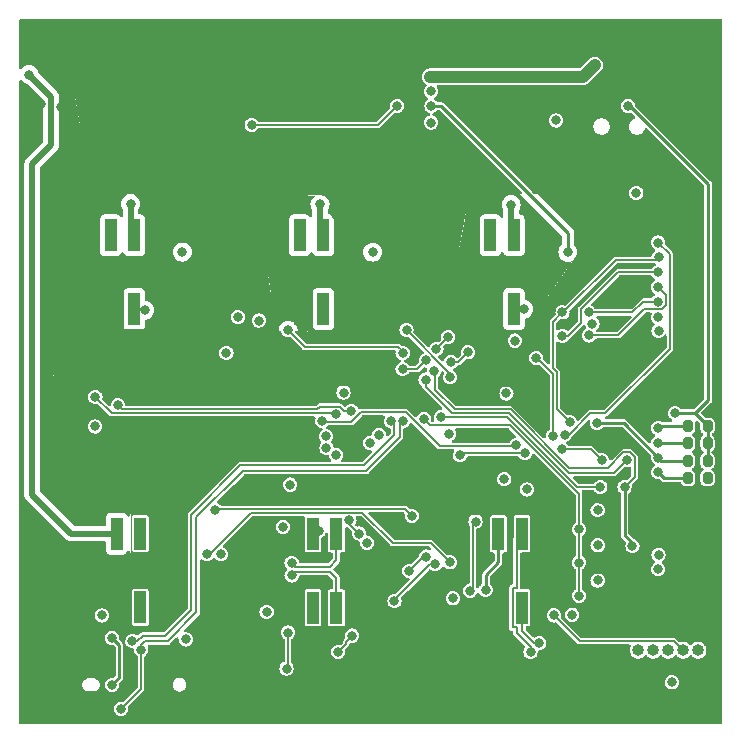
<source format=gbr>
%TF.GenerationSoftware,KiCad,Pcbnew,8.0.2*%
%TF.CreationDate,2025-04-21T15:08:20+02:00*%
%TF.ProjectId,logic,6c6f6769-632e-46b6-9963-61645f706362,rev?*%
%TF.SameCoordinates,Original*%
%TF.FileFunction,Copper,L4,Bot*%
%TF.FilePolarity,Positive*%
%FSLAX46Y46*%
G04 Gerber Fmt 4.6, Leading zero omitted, Abs format (unit mm)*
G04 Created by KiCad (PCBNEW 8.0.2) date 2025-04-21 15:08:20*
%MOMM*%
%LPD*%
G01*
G04 APERTURE LIST*
G04 Aperture macros list*
%AMRoundRect*
0 Rectangle with rounded corners*
0 $1 Rounding radius*
0 $2 $3 $4 $5 $6 $7 $8 $9 X,Y pos of 4 corners*
0 Add a 4 corners polygon primitive as box body*
4,1,4,$2,$3,$4,$5,$6,$7,$8,$9,$2,$3,0*
0 Add four circle primitives for the rounded corners*
1,1,$1+$1,$2,$3*
1,1,$1+$1,$4,$5*
1,1,$1+$1,$6,$7*
1,1,$1+$1,$8,$9*
0 Add four rect primitives between the rounded corners*
20,1,$1+$1,$2,$3,$4,$5,0*
20,1,$1+$1,$4,$5,$6,$7,0*
20,1,$1+$1,$6,$7,$8,$9,0*
20,1,$1+$1,$8,$9,$2,$3,0*%
G04 Aperture macros list end*
%TA.AperFunction,ComponentPad*%
%ADD10R,1.000000X1.000000*%
%TD*%
%TA.AperFunction,ComponentPad*%
%ADD11O,1.000000X1.000000*%
%TD*%
%TA.AperFunction,ComponentPad*%
%ADD12C,1.100000*%
%TD*%
%TA.AperFunction,SMDPad,CuDef*%
%ADD13R,1.000000X2.750000*%
%TD*%
%TA.AperFunction,SMDPad,CuDef*%
%ADD14RoundRect,0.200000X-0.200000X-0.275000X0.200000X-0.275000X0.200000X0.275000X-0.200000X0.275000X0*%
%TD*%
%TA.AperFunction,ViaPad*%
%ADD15C,0.800000*%
%TD*%
%TA.AperFunction,Conductor*%
%ADD16C,0.127000*%
%TD*%
%TA.AperFunction,Conductor*%
%ADD17C,0.254000*%
%TD*%
%TA.AperFunction,Conductor*%
%ADD18C,0.250000*%
%TD*%
%TA.AperFunction,Conductor*%
%ADD19C,0.200000*%
%TD*%
%TA.AperFunction,Conductor*%
%ADD20C,0.500000*%
%TD*%
%TA.AperFunction,Conductor*%
%ADD21C,1.000000*%
%TD*%
G04 APERTURE END LIST*
D10*
%TO.P,J23,1,Pin_1*%
%TO.N,GND*%
X167233600Y-151536400D03*
D11*
%TO.P,J23,2,Pin_2*%
%TO.N,nrf_rx*%
X168503600Y-151536400D03*
%TO.P,J23,3,Pin_3*%
%TO.N,nrf_tx*%
X169773600Y-151536400D03*
%TO.P,J23,4,Pin_4*%
%TO.N,/mcu/NRF_swclk*%
X171043600Y-151536400D03*
%TO.P,J23,5,Pin_5*%
%TO.N,/mcu/NRF_swdio*%
X172313600Y-151536400D03*
%TO.P,J23,6,Pin_6*%
%TO.N,+3V3*%
X173583600Y-151536400D03*
%TD*%
D12*
%TO.P,J2,S1,SHIELD*%
%TO.N,GND*%
X128327000Y-156605400D03*
X128327000Y-152305400D03*
X123527000Y-156605400D03*
X123527000Y-152305400D03*
%TD*%
D13*
%TO.P,J22,1,Pin_1*%
%TO.N,GND*%
X124349000Y-147905000D03*
%TO.P,J22,2,Pin_2*%
%TO.N,+BATT*%
X124349000Y-141655000D03*
%TO.P,J22,3,Pin_3*%
%TO.N,in_1_+*%
X126349000Y-147905000D03*
%TO.P,J22,4,Pin_4*%
%TO.N,in_1_-*%
X126349000Y-141655000D03*
%TD*%
D14*
%TO.P,R5,1*%
%TO.N,H3*%
X172733200Y-135483600D03*
%TO.P,R5,2*%
%TO.N,LINE*%
X174383200Y-135483600D03*
%TD*%
%TO.P,R4,1*%
%TO.N,H2*%
X172733200Y-134010400D03*
%TO.P,R4,2*%
%TO.N,LINE*%
X174383200Y-134010400D03*
%TD*%
D13*
%TO.P,J20,1,Pin_1*%
%TO.N,+3V3*%
X140960600Y-147930400D03*
%TO.P,J20,2,Pin_2*%
%TO.N,/Fet/TEMP1*%
X140960600Y-141680400D03*
%TO.P,J20,3,Pin_3*%
%TO.N,in_2_+*%
X142960600Y-147930400D03*
%TO.P,J20,4,Pin_4*%
%TO.N,in_2_-*%
X142960600Y-141680400D03*
%TD*%
%TO.P,J11,1,Pin_1*%
%TO.N,/Drivers/PHASE_A*%
X125841000Y-116407400D03*
%TO.P,J11,2,Pin_2*%
%TO.N,/Drivers/G_B_A*%
X125841000Y-122657400D03*
%TO.P,J11,3,Pin_3*%
%TO.N,/Drivers/G_T_A*%
X123841000Y-116407400D03*
%TO.P,J11,4,Pin_4*%
%TO.N,GND*%
X123841000Y-122657400D03*
%TD*%
%TO.P,J17,1,Pin_1*%
%TO.N,in_3_-*%
X158673800Y-141681200D03*
%TO.P,J17,2,Pin_2*%
%TO.N,in_3_+*%
X158673800Y-147931200D03*
%TO.P,J17,3,Pin_3*%
%TO.N,/Fet/TEMP*%
X156673800Y-141681200D03*
%TO.P,J17,4,Pin_4*%
%TO.N,GND*%
X156673800Y-147931200D03*
%TD*%
D14*
%TO.P,R3,1*%
%TO.N,H1*%
X172733200Y-132537200D03*
%TO.P,R3,2*%
%TO.N,LINE*%
X174383200Y-132537200D03*
%TD*%
D13*
%TO.P,J7,1,Pin_1*%
%TO.N,/Drivers/PHASE_B*%
X141843000Y-116407400D03*
%TO.P,J7,2,Pin_2*%
%TO.N,/Drivers/G_B_B*%
X141843000Y-122657400D03*
%TO.P,J7,3,Pin_3*%
%TO.N,/Drivers/G_T_B*%
X139843000Y-116407400D03*
%TO.P,J7,4,Pin_4*%
%TO.N,GND*%
X139843000Y-122657400D03*
%TD*%
%TO.P,J4,1,Pin_1*%
%TO.N,/Drivers/PHASE_C*%
X157997400Y-116407400D03*
%TO.P,J4,2,Pin_2*%
%TO.N,/Drivers/G_B_C*%
X157997400Y-122657400D03*
%TO.P,J4,3,Pin_3*%
%TO.N,/Drivers/G_T_C*%
X155997400Y-116407400D03*
%TO.P,J4,4,Pin_4*%
%TO.N,GND*%
X155997400Y-122657400D03*
%TD*%
D14*
%TO.P,R6,1*%
%TO.N,TM*%
X172733200Y-136956800D03*
%TO.P,R6,2*%
%TO.N,+3V3*%
X174383200Y-136956800D03*
%TD*%
D15*
%TO.N,TM*%
X165456700Y-135438300D03*
X162031531Y-134534457D03*
X170211200Y-136469600D03*
%TO.N,H3*%
X170211200Y-135219600D03*
X150502100Y-128625600D03*
X167538400Y-135438300D03*
X165023800Y-132308600D03*
%TO.N,H2*%
X170211200Y-133969600D03*
X168021000Y-142722600D03*
X167356700Y-137713300D03*
X167356700Y-137713300D03*
X151210862Y-127920149D03*
%TO.N,H1*%
X165303200Y-137718800D03*
X151815800Y-131800600D03*
X170211200Y-132719600D03*
%TO.N,+3V3*%
X168351200Y-112826800D03*
X133644600Y-126365000D03*
X165074600Y-145630600D03*
X158064200Y-125323600D03*
X159067200Y-137922000D03*
X143560800Y-129717800D03*
X157353000Y-129794000D03*
X134630995Y-123327995D03*
X170230800Y-124485400D03*
X152819400Y-147142200D03*
X174396400Y-136956800D03*
X145542000Y-142433200D03*
X164640300Y-123901200D03*
X162918200Y-148525000D03*
X171358600Y-154254200D03*
X122529600Y-132588000D03*
X165074600Y-139687000D03*
X165074600Y-142658800D03*
X123085800Y-148590000D03*
X138430000Y-141084600D03*
X137052000Y-148285200D03*
X136390900Y-123618700D03*
%TO.N,/mcu/NRST*%
X149338600Y-140157200D03*
X132695975Y-139655575D03*
%TO.N,/Fet/SENSE_B*%
X150571200Y-143611600D03*
X149123400Y-144805400D03*
%TO.N,/Fet/SENSE_C*%
X147875700Y-147370800D03*
X151334588Y-144257544D03*
X144297400Y-150298800D03*
X143103600Y-151675800D03*
%TO.N,in_2_-*%
X139164403Y-144153400D03*
%TO.N,in_3_-*%
X159394768Y-151679032D03*
%TO.N,+BATT*%
X124349000Y-141655000D03*
X116941600Y-102792700D03*
%TO.N,/Fet/TEMP*%
X154279600Y-146494200D03*
X154736800Y-140639800D03*
X155593967Y-146401945D03*
%TO.N,/Fet/TEMP1*%
X141451200Y-141455000D03*
X144881600Y-141655800D03*
X144060599Y-140547869D03*
X153416000Y-135026400D03*
X158927800Y-134856586D03*
%TO.N,/Fet/TEMP2*%
X159880600Y-126771400D03*
X161289266Y-133400066D03*
%TO.N,+12V*%
X135785800Y-107048000D03*
X162560000Y-117845800D03*
X150952200Y-104216200D03*
X150977600Y-106857800D03*
X146024600Y-117830600D03*
X150916600Y-102980182D03*
X151003000Y-105460800D03*
X164820600Y-101994000D03*
X129921000Y-117820400D03*
X148104400Y-105435400D03*
%TO.N,/Drivers/PHASE_B*%
X141568400Y-113781800D03*
%TO.N,/Drivers/PHASE_A*%
X125526800Y-113731000D03*
%TO.N,+5V*%
X130200400Y-150622000D03*
X161544000Y-106680000D03*
X139054800Y-137515600D03*
X170208200Y-123340600D03*
X133184166Y-143394966D03*
%TO.N,/Drivers/PHASE_C*%
X157747400Y-113807200D03*
%TO.N,/mcu/USBD-*%
X148613600Y-132148932D03*
X124727000Y-156489400D03*
X126431432Y-151501232D03*
%TO.N,/mcu/USBD+*%
X147563600Y-132148932D03*
X125688968Y-150758768D03*
%TO.N,LINE*%
X167640000Y-105435400D03*
X171653200Y-131469600D03*
%TO.N,/Drivers/G_T_A*%
X123841000Y-116407400D03*
%TO.N,/Drivers/G_B_A*%
X126746000Y-122744000D03*
%TO.N,/Drivers/G_T_B*%
X139843000Y-116407400D03*
%TO.N,/Drivers/G_T_C*%
X155997400Y-116407400D03*
%TO.N,/Drivers/G_B_C*%
X158815800Y-122657400D03*
%TO.N,nrf_rx*%
X145808700Y-133972300D03*
X170205400Y-144678400D03*
X142118045Y-134430038D03*
%TO.N,nrf_tx*%
X170230800Y-143459200D03*
X146555124Y-133306826D03*
X142087600Y-133430500D03*
%TO.N,adc1*%
X170208200Y-122013600D03*
X164312600Y-122936000D03*
%TO.N,tx*%
X162099046Y-124923401D03*
X170180000Y-119532400D03*
%TO.N,rx*%
X164377800Y-124876600D03*
X170180000Y-120777000D03*
%TO.N,adc2*%
X162099046Y-122929799D03*
X170256200Y-118237000D03*
X157175200Y-137058400D03*
X162725834Y-132245834D03*
%TO.N,/mcu/ADC_15*%
X170205400Y-117017800D03*
X162281255Y-133273717D03*
%TO.N,/mcu/SWDIO*%
X124460000Y-130806900D03*
X144221200Y-131267200D03*
%TO.N,/mcu/SWCLK*%
X142951200Y-131572000D03*
X122549200Y-130098800D03*
%TO.N,/mcu/NRF_swdio*%
X161366200Y-148586900D03*
X152501600Y-133223000D03*
%TO.N,/mcu/NRF_swclk*%
X142946740Y-134989743D03*
%TO.N,/Drivers/sens supply*%
X152552400Y-144094200D03*
X132003800Y-143408400D03*
%TO.N,/Fet/CURR_FILTER*%
X138734800Y-153085800D03*
X138861800Y-150037800D03*
%TO.N,/Drivers/Tin_B*%
X138861800Y-124431500D03*
X148564600Y-126365000D03*
%TO.N,/Drivers/Bin_C*%
X154101800Y-126314200D03*
X152654000Y-127127000D03*
%TO.N,/Drivers/sensfil*%
X150368000Y-131953000D03*
X163510000Y-141289800D03*
X163510000Y-144109200D03*
X163510000Y-146928600D03*
%TO.N,/Drivers/Bin_B*%
X152577800Y-128422400D03*
X148894800Y-124409200D03*
%TO.N,/Drivers/Tin_C*%
X152424666Y-125019534D03*
X150521134Y-126999266D03*
X148564600Y-127736600D03*
X151421366Y-126022834D03*
%TO.N,in_2_+*%
X139164403Y-145203400D03*
%TO.N,GND*%
X123012200Y-126619000D03*
X127152400Y-115163600D03*
X168122600Y-149453600D03*
X124180600Y-100330000D03*
X155458031Y-144148099D03*
X155752800Y-128574800D03*
X153771600Y-133248400D03*
X151053800Y-109651800D03*
X120319800Y-139420600D03*
X128346200Y-111607600D03*
X168554400Y-125018800D03*
X123139200Y-98653600D03*
X131978400Y-136956800D03*
X142951200Y-114681000D03*
X174904400Y-109804200D03*
X141325600Y-129413000D03*
X137515600Y-111404400D03*
X163423600Y-126415800D03*
X134536034Y-128689693D03*
X121996200Y-148767800D03*
X123164600Y-104927400D03*
X164160200Y-133350000D03*
X155219400Y-142697200D03*
X119354600Y-100152200D03*
X165277800Y-129438400D03*
X133273800Y-104648000D03*
X123215400Y-100152200D03*
X122732800Y-142900400D03*
X130835400Y-98628200D03*
X136779000Y-119862600D03*
X169316400Y-154152600D03*
X141859000Y-120065800D03*
X144678400Y-149047200D03*
X146100800Y-132283200D03*
X159461200Y-105714800D03*
X165938200Y-144246600D03*
X172974000Y-129641600D03*
X148158200Y-109143800D03*
X150825200Y-98501200D03*
X137541000Y-101676200D03*
X155651200Y-104419400D03*
X136652000Y-99491800D03*
X160121600Y-129768600D03*
X172389800Y-113207800D03*
X120548400Y-98602800D03*
X146862800Y-122580400D03*
X147396200Y-137845800D03*
X145719800Y-137693400D03*
X165379400Y-100304600D03*
X150876000Y-114071400D03*
X165201600Y-147370800D03*
X132003800Y-134391400D03*
X141554200Y-99466400D03*
X168960800Y-137566400D03*
X120396000Y-138303000D03*
X173101000Y-115189000D03*
X148539200Y-154330400D03*
X145719800Y-111379000D03*
X131953000Y-98704400D03*
X153263600Y-122529600D03*
X153339800Y-110947200D03*
X151307800Y-145796000D03*
X125349000Y-134137400D03*
X160223200Y-119100600D03*
X169418000Y-125704600D03*
X157022800Y-107746800D03*
X118491000Y-141528800D03*
X152984200Y-104571800D03*
X148945600Y-100863400D03*
X132359400Y-117627400D03*
X164338000Y-99771200D03*
X123317000Y-125069600D03*
X121920000Y-105105200D03*
X136550400Y-142519400D03*
X135494800Y-138884100D03*
X142417800Y-111379000D03*
X152247600Y-116255800D03*
X120472200Y-99949000D03*
X155549600Y-148031200D03*
X137795000Y-122529600D03*
X121716800Y-100076000D03*
X153822400Y-152654000D03*
X124231400Y-120370600D03*
X151511000Y-100330000D03*
X144602200Y-154228800D03*
X118837075Y-134354059D03*
X127965200Y-102717600D03*
X122478800Y-111785400D03*
X153390600Y-121285000D03*
X119657600Y-105575400D03*
X158572200Y-105765600D03*
X154609800Y-104444800D03*
X150418800Y-147421600D03*
X140995400Y-145745200D03*
X139115800Y-156362400D03*
X167309800Y-103962200D03*
X124180600Y-98526600D03*
X171704000Y-147929600D03*
X161264600Y-116332000D03*
X145034000Y-116154200D03*
X121310400Y-123113800D03*
X144957800Y-99466400D03*
X131876800Y-126898400D03*
X158521400Y-107645200D03*
X150037800Y-110718600D03*
X119964200Y-144729200D03*
X117957600Y-105283000D03*
X157454600Y-139725400D03*
X159207200Y-130048000D03*
X150037800Y-122580400D03*
X129641600Y-102692200D03*
X171907200Y-149275800D03*
X161610000Y-144109200D03*
X151714200Y-122529600D03*
X148158200Y-144449800D03*
X157048200Y-147878800D03*
X147980400Y-135204200D03*
X163017200Y-113004600D03*
X145262600Y-130584500D03*
X158369000Y-126898400D03*
X153543000Y-119964200D03*
X118440200Y-100152200D03*
X173355000Y-141706600D03*
X144043400Y-111379000D03*
X140639800Y-111379000D03*
X162610800Y-153238200D03*
X174548800Y-146507200D03*
X128117600Y-104978200D03*
X146634200Y-99466400D03*
X129971800Y-120091200D03*
X144500600Y-122631200D03*
X146888200Y-110540800D03*
X143662400Y-127482600D03*
X149275800Y-133223000D03*
X139446000Y-127025400D03*
X147777200Y-128701800D03*
X125730000Y-120091200D03*
X164744400Y-110769400D03*
X122021600Y-147650200D03*
X128905000Y-126390400D03*
X125526800Y-127279400D03*
X140360400Y-128320800D03*
X156337000Y-120294400D03*
X135890000Y-105003600D03*
X128676400Y-122047000D03*
X169037000Y-146888200D03*
X168351200Y-127533400D03*
X146812000Y-119989600D03*
X169087800Y-140614400D03*
X134340600Y-113182400D03*
X150037800Y-99466400D03*
X152958800Y-108102400D03*
X159969200Y-99847400D03*
X161163000Y-110896400D03*
X143332200Y-99466400D03*
X159258000Y-114808000D03*
X131495800Y-117678200D03*
X136550400Y-144348200D03*
X128549400Y-122961400D03*
X135737600Y-111404400D03*
X148437600Y-122580400D03*
X169011600Y-115468400D03*
X151206200Y-137617200D03*
X119199200Y-125748800D03*
X159893000Y-101676200D03*
X148412200Y-99466400D03*
X128295400Y-107365800D03*
X165862000Y-121869200D03*
X153035000Y-114960400D03*
X149021800Y-101752400D03*
X172389800Y-101015800D03*
X168402000Y-130683000D03*
X126593600Y-136779000D03*
X160934400Y-137109200D03*
X161508433Y-141391367D03*
X119303800Y-112268000D03*
X123139200Y-106248200D03*
X116611400Y-100304600D03*
X152882600Y-137388600D03*
X160223200Y-119126000D03*
X139141200Y-111404400D03*
X153873200Y-124866400D03*
X164820600Y-130327400D03*
X158369000Y-128651000D03*
X140182600Y-157149800D03*
X164791059Y-115210259D03*
X173126400Y-124256800D03*
X137490200Y-109575600D03*
X121513600Y-122047000D03*
X168452800Y-120751600D03*
X147142200Y-145643600D03*
X116738400Y-98729800D03*
X172135800Y-105029000D03*
X174040800Y-139776200D03*
X126746000Y-133400800D03*
X154432000Y-156819600D03*
X138430000Y-99491800D03*
X159308800Y-104724200D03*
X172186600Y-107213400D03*
X154660600Y-113360200D03*
X135229600Y-121843800D03*
X116941600Y-101067700D03*
X141630400Y-154203400D03*
X171653200Y-141478000D03*
X154101800Y-148132800D03*
X153085800Y-105714800D03*
X140055600Y-99491800D03*
X124612400Y-148717000D03*
X157886400Y-120218200D03*
X135128000Y-129895600D03*
X131851400Y-154432000D03*
X157251400Y-105765600D03*
X148996400Y-116052600D03*
X137109200Y-100711000D03*
X149301200Y-135509000D03*
X130022600Y-125780800D03*
X119199200Y-125748800D03*
X144297400Y-119151400D03*
X159462935Y-119480733D03*
X119199200Y-125748800D03*
X124561600Y-136626600D03*
X121970800Y-106095800D03*
X149123400Y-111379000D03*
X173101000Y-127635000D03*
X167563800Y-133934200D03*
X149479000Y-153898600D03*
X166065200Y-124129800D03*
X119659400Y-134569200D03*
X120040400Y-156743400D03*
X155575000Y-101193600D03*
X130632200Y-134315200D03*
X129641600Y-105029000D03*
X128193800Y-118897400D03*
X118516400Y-98806000D03*
X119634000Y-147142200D03*
X172085000Y-146558000D03*
X162179000Y-123926600D03*
X134239000Y-132359400D03*
X160020000Y-146862800D03*
X154889200Y-130225800D03*
X122351800Y-150647400D03*
X144145000Y-142417800D03*
X169189400Y-142417800D03*
X145516600Y-153924000D03*
X119456200Y-136474200D03*
X167817800Y-144348200D03*
X169265600Y-101041200D03*
X165100000Y-141249400D03*
X148691600Y-118262400D03*
X151511000Y-139725400D03*
X120472200Y-112903000D03*
X145415000Y-144018000D03*
X132461000Y-115570000D03*
X167233600Y-102362000D03*
X127152400Y-115163600D03*
X140258800Y-120116600D03*
X165862000Y-121869200D03*
%TO.N,in_3_+*%
X160137232Y-150936568D03*
%TO.N,/IMU/sda*%
X141757400Y-132103500D03*
X158191200Y-134165900D03*
%TO.N,Net-(C100-Pad2)*%
X123952000Y-150495000D03*
X123967000Y-154457400D03*
%TD*%
D16*
%TO.N,TM*%
X162031531Y-134534457D02*
X164552857Y-134534457D01*
D17*
X170698400Y-136956800D02*
X170211200Y-136469600D01*
X172733200Y-136956800D02*
X170698400Y-136956800D01*
D16*
X164552857Y-134534457D02*
X165456700Y-135438300D01*
D17*
%TO.N,H3*%
X170475200Y-135483600D02*
X170211200Y-135219600D01*
X172733200Y-135483600D02*
X170475200Y-135483600D01*
D16*
X162646696Y-136550400D02*
X166426300Y-136550400D01*
X150502100Y-129216900D02*
X152758800Y-131473600D01*
D17*
X167300200Y-132308600D02*
X170211200Y-135219600D01*
D16*
X150502100Y-128625600D02*
X150502100Y-129216900D01*
X157569896Y-131473600D02*
X162646696Y-136550400D01*
X166426300Y-136550400D02*
X167538400Y-135438300D01*
X152758800Y-131473600D02*
X157569896Y-131473600D01*
D17*
X165023800Y-132308600D02*
X167300200Y-132308600D01*
D16*
%TO.N,H2*%
X151210862Y-127920149D02*
X151333200Y-128042487D01*
X168201900Y-135163469D02*
X168201900Y-136868100D01*
D17*
X168021000Y-142468600D02*
X168021000Y-142722600D01*
D16*
X165932343Y-136106026D02*
X167263569Y-134774800D01*
X157705344Y-131146600D02*
X162664770Y-136106026D01*
X167263569Y-134774800D02*
X167813231Y-134774800D01*
X151333200Y-128042487D02*
X151333200Y-129483952D01*
X168201900Y-136868100D02*
X167356700Y-137713300D01*
X162664770Y-136106026D02*
X165932343Y-136106026D01*
D17*
X167356700Y-137713300D02*
X167356700Y-141804300D01*
D16*
X167813231Y-134774800D02*
X168201900Y-135163469D01*
D17*
X170252000Y-134010400D02*
X170211200Y-133969600D01*
X172733200Y-134010400D02*
X170252000Y-134010400D01*
D16*
X151333200Y-129483952D02*
X152995848Y-131146600D01*
D17*
X167356700Y-141804300D02*
X168021000Y-142468600D01*
D16*
X152995848Y-131146600D02*
X157705344Y-131146600D01*
D17*
%TO.N,H1*%
X172733200Y-132537200D02*
X170393600Y-132537200D01*
D16*
X165303200Y-137718800D02*
X163352648Y-137718800D01*
X157434448Y-131800600D02*
X151815800Y-131800600D01*
D17*
X170393600Y-132537200D02*
X170211200Y-132719600D01*
D16*
X163352648Y-137718800D02*
X157434448Y-131800600D01*
D18*
%TO.N,+3V3*%
X174383200Y-136956800D02*
X174396400Y-136956800D01*
D16*
%TO.N,/mcu/NRST*%
X132695975Y-139655575D02*
X132803950Y-139547600D01*
X132803950Y-139547600D02*
X148729000Y-139547600D01*
X148729000Y-139547600D02*
X149338600Y-140157200D01*
%TO.N,/Fet/SENSE_B*%
X149123400Y-144805400D02*
X150317200Y-143611600D01*
X150317200Y-143611600D02*
X150571200Y-143611600D01*
%TO.N,/Fet/SENSE_C*%
X147875700Y-147245431D02*
X150863587Y-144257544D01*
X144297400Y-150298800D02*
X143789400Y-150806800D01*
X147875700Y-147370800D02*
X147875700Y-147245431D01*
X143789400Y-150990000D02*
X143103600Y-151675800D01*
X150863587Y-144257544D02*
X151334588Y-144257544D01*
X143789400Y-150806800D02*
X143789400Y-150990000D01*
D19*
%TO.N,in_2_-*%
X142960600Y-143932400D02*
X142960600Y-141680400D01*
X139464403Y-144453400D02*
X142439600Y-144453400D01*
X139164403Y-144153400D02*
X139464403Y-144453400D01*
X142439600Y-144453400D02*
X142960600Y-143932400D01*
%TO.N,in_3_-*%
X159394768Y-151679032D02*
X159394768Y-151254767D01*
X159394768Y-151254767D02*
X158223800Y-150083799D01*
X158223800Y-146256200D02*
X158223800Y-142131200D01*
X157873800Y-146256200D02*
X158223800Y-146256200D01*
X158223800Y-149606200D02*
X157873800Y-149606200D01*
X157873800Y-149606200D02*
X157873800Y-146256200D01*
X158223800Y-150083799D02*
X158223800Y-149606200D01*
X158223800Y-142131200D02*
X158673800Y-141681200D01*
D20*
%TO.N,+BATT*%
X117195600Y-138379200D02*
X120471400Y-141655000D01*
X117195600Y-110363000D02*
X117195600Y-138379200D01*
X120471400Y-141655000D02*
X124349000Y-141655000D01*
X118807600Y-108751000D02*
X117195600Y-110363000D01*
X116941600Y-102792700D02*
X118807600Y-104658700D01*
X118807600Y-104658700D02*
X118807600Y-108751000D01*
D16*
%TO.N,/Fet/TEMP*%
X154508200Y-145948400D02*
X154508200Y-146253200D01*
X154508200Y-146265600D02*
X154279600Y-146494200D01*
X154736800Y-140639800D02*
X154508200Y-140868400D01*
D17*
X156673800Y-144100000D02*
X156673800Y-141681200D01*
D16*
X154508200Y-145948400D02*
X154508200Y-146265600D01*
D17*
X155593967Y-145179833D02*
X156673800Y-144100000D01*
D16*
X154508200Y-140868400D02*
X154508200Y-145948400D01*
D17*
X155593967Y-146401945D02*
X155593967Y-145179833D01*
D16*
X154508200Y-146253200D02*
X154330400Y-146431000D01*
%TO.N,/Fet/TEMP1*%
X144881600Y-141655800D02*
X144060599Y-140834799D01*
X144060599Y-140834799D02*
X144060599Y-140547869D01*
X153585814Y-134856586D02*
X153416000Y-135026400D01*
D17*
X141225800Y-141680400D02*
X141451200Y-141455000D01*
X140960600Y-141680400D02*
X141225800Y-141680400D01*
D16*
X158927800Y-134856586D02*
X153585814Y-134856586D01*
%TO.N,/Fet/TEMP2*%
X161290000Y-128117600D02*
X159943800Y-126771400D01*
X161290000Y-133399332D02*
X161290000Y-128117600D01*
X161289266Y-133400066D02*
X161290000Y-133399332D01*
%TO.N,+12V*%
X146491800Y-107048000D02*
X148104400Y-105435400D01*
X135785800Y-107048000D02*
X146491800Y-107048000D01*
D21*
X150916600Y-102980182D02*
X163834418Y-102980182D01*
D17*
X151803666Y-105460800D02*
X151003000Y-105460800D01*
D21*
X163834418Y-102980182D02*
X164820600Y-101994000D01*
D17*
X162560000Y-117845800D02*
X162560000Y-116217134D01*
X162560000Y-116217134D02*
X151803666Y-105460800D01*
D20*
%TO.N,/Drivers/PHASE_B*%
X141568400Y-116132800D02*
X141843000Y-116407400D01*
X141568400Y-113781800D02*
X141568400Y-116132800D01*
D17*
%TO.N,/Drivers/PHASE_A*%
X125526800Y-115218200D02*
X125841000Y-115532400D01*
D20*
X125526800Y-113731000D02*
X125526800Y-116093200D01*
X125526800Y-116093200D02*
X125841000Y-116407400D01*
D17*
X125841000Y-115532400D02*
X125841000Y-116407400D01*
D20*
%TO.N,/Drivers/PHASE_C*%
X157747400Y-116157400D02*
X157997400Y-116407400D01*
X157747400Y-113807200D02*
X157747400Y-116157400D01*
D19*
%TO.N,/mcu/USBD-*%
X128668000Y-150770800D02*
X126737599Y-150770800D01*
X131111200Y-140250400D02*
X131111200Y-148327600D01*
X148613600Y-132148932D02*
X148313601Y-132448931D01*
X148313601Y-132448931D02*
X148313601Y-133487399D01*
X131111200Y-148327600D02*
X128668000Y-150770800D01*
D16*
X124727000Y-156489400D02*
X126431432Y-154784968D01*
D19*
X126431432Y-151076967D02*
X126431432Y-151501232D01*
X135018000Y-136343600D02*
X131111200Y-140250400D01*
X145457400Y-136343600D02*
X135018000Y-136343600D01*
D16*
X126431432Y-154784968D02*
X126431432Y-151501232D01*
D19*
X126737599Y-150770800D02*
X126431432Y-151076967D01*
X148313601Y-133487399D02*
X145457400Y-136343600D01*
%TO.N,/mcu/USBD+*%
X126113233Y-150758768D02*
X125688968Y-150758768D01*
X147563600Y-132148932D02*
X147863599Y-132448931D01*
X128481600Y-150320800D02*
X126551201Y-150320800D01*
X145271000Y-135893600D02*
X134831600Y-135893600D01*
X130661200Y-148141200D02*
X128481600Y-150320800D01*
X130661200Y-140064000D02*
X130661200Y-148141200D01*
X126551201Y-150320800D02*
X126113233Y-150758768D01*
X147863599Y-132448931D02*
X147863599Y-133301001D01*
X147863599Y-133301001D02*
X145271000Y-135893600D01*
X134831600Y-135893600D02*
X130661200Y-140064000D01*
D17*
%TO.N,LINE*%
X174383200Y-132537200D02*
X173315600Y-131469600D01*
X173315600Y-131469600D02*
X171653200Y-131469600D01*
X173315600Y-131469600D02*
X174421800Y-130363400D01*
X174421800Y-130363400D02*
X174421800Y-112044245D01*
X174383200Y-135483600D02*
X174383200Y-132537200D01*
X174421800Y-112044245D02*
X167812955Y-105435400D01*
X167812955Y-105435400D02*
X167640000Y-105435400D01*
%TO.N,/Drivers/G_B_A*%
X126659400Y-122657400D02*
X126746000Y-122744000D01*
X125841000Y-122657400D02*
X126659400Y-122657400D01*
%TO.N,/Drivers/G_B_C*%
X157997400Y-122657400D02*
X158815800Y-122657400D01*
D16*
%TO.N,adc1*%
X164312600Y-122936000D02*
X168021000Y-122936000D01*
X168021000Y-122936000D02*
X168943400Y-122013600D01*
X168943400Y-122013600D02*
X170208200Y-122013600D01*
%TO.N,tx*%
X162553799Y-124923401D02*
X163649100Y-123828100D01*
X163649100Y-123828100D02*
X163649100Y-122661169D01*
X162099046Y-124923401D02*
X162553799Y-124923401D01*
X163649100Y-122661169D02*
X166777869Y-119532400D01*
X166777869Y-119532400D02*
X170180000Y-119532400D01*
%TO.N,rx*%
X170180000Y-120777000D02*
X170871700Y-121468700D01*
X170483031Y-122677100D02*
X169016500Y-122677100D01*
X170871700Y-121468700D02*
X170871700Y-122288431D01*
X170871700Y-122288431D02*
X170483031Y-122677100D01*
X169016500Y-122677100D02*
X166817000Y-124876600D01*
X166817000Y-124876600D02*
X164377800Y-124876600D01*
%TO.N,adc2*%
X161290000Y-127655152D02*
X161617000Y-127982152D01*
X162099046Y-122929799D02*
X162149601Y-122929799D01*
X161617000Y-127982152D02*
X161617000Y-131137000D01*
X161617000Y-131137000D02*
X162725834Y-132245834D01*
X161290000Y-123738845D02*
X161290000Y-127655152D01*
X170027600Y-118465600D02*
X170256200Y-118237000D01*
X162099046Y-122929799D02*
X161290000Y-123738845D01*
X162149601Y-122929799D02*
X166613800Y-118465600D01*
X166613800Y-118465600D02*
X170027600Y-118465600D01*
%TO.N,/mcu/ADC_15*%
X171198700Y-126006700D02*
X171198700Y-118011100D01*
X162636283Y-133273717D02*
X164439600Y-131470400D01*
X165735000Y-131470400D02*
X171198700Y-126006700D01*
X164439600Y-131470400D02*
X165735000Y-131470400D01*
X171198700Y-118011100D02*
X170205400Y-117017800D01*
X162281255Y-133273717D02*
X162636283Y-133273717D01*
%TO.N,/mcu/SWDIO*%
X124796500Y-131143400D02*
X141316721Y-131143400D01*
X141316721Y-131143400D02*
X141551621Y-130908500D01*
X143226031Y-130908500D02*
X143584731Y-131267200D01*
X141551621Y-130908500D02*
X143226031Y-130908500D01*
X143584731Y-131267200D02*
X144221200Y-131267200D01*
X124460000Y-130806900D02*
X124796500Y-131143400D01*
%TO.N,/mcu/SWCLK*%
X141452169Y-131470400D02*
X141482569Y-131440000D01*
X122549200Y-130098800D02*
X123920800Y-131470400D01*
X142819200Y-131440000D02*
X142951200Y-131572000D01*
X123920800Y-131470400D02*
X141452169Y-131470400D01*
X141482569Y-131440000D02*
X142819200Y-131440000D01*
%TO.N,/mcu/NRF_swdio*%
X161366200Y-148586900D02*
X163552200Y-150772900D01*
X163552200Y-150772900D02*
X171550100Y-150772900D01*
X171550100Y-150772900D02*
X172313600Y-151536400D01*
%TO.N,/Drivers/sens supply*%
X132232400Y-143408400D02*
X135763000Y-139877800D01*
X147756000Y-142468600D02*
X150926800Y-142468600D01*
X132003800Y-143408400D02*
X132232400Y-143408400D01*
X135763000Y-139877800D02*
X145165200Y-139877800D01*
X145165200Y-139877800D02*
X147756000Y-142468600D01*
X150926800Y-142468600D02*
X152552400Y-144094200D01*
%TO.N,/Fet/CURR_FILTER*%
X138861800Y-152958800D02*
X138734800Y-153085800D01*
X138861800Y-150037800D02*
X138861800Y-152958800D01*
%TO.N,/Drivers/Tin_B*%
X138861800Y-124431500D02*
X140287300Y-125857000D01*
X148564600Y-126212600D02*
X148564600Y-126365000D01*
X140287300Y-125857000D02*
X148209000Y-125857000D01*
X148209000Y-125857000D02*
X148564600Y-126212600D01*
%TO.N,/Drivers/Bin_C*%
X153289000Y-127127000D02*
X154101800Y-126314200D01*
X152654000Y-127127000D02*
X153289000Y-127127000D01*
%TO.N,/Drivers/sensfil*%
X150879100Y-132464100D02*
X157635500Y-132464100D01*
X163510000Y-141289800D02*
X163510000Y-144109200D01*
X163510000Y-144109200D02*
X163510000Y-146928600D01*
X163510000Y-138338600D02*
X163510000Y-141289800D01*
X150368000Y-131953000D02*
X150879100Y-132464100D01*
X157635500Y-132464100D02*
X163510000Y-138338600D01*
%TO.N,/Drivers/Bin_B*%
X152577800Y-128117600D02*
X148894800Y-124434600D01*
X148894800Y-124434600D02*
X148894800Y-124409200D01*
X152577800Y-128422400D02*
X152577800Y-128117600D01*
%TO.N,/Drivers/Tin_C*%
X150521134Y-126999266D02*
X149783800Y-127736600D01*
X152424666Y-125019534D02*
X151421366Y-126022834D01*
X149783800Y-127736600D02*
X148564600Y-127736600D01*
D19*
%TO.N,in_2_+*%
X139164403Y-145203400D02*
X139464403Y-144903400D01*
X142414200Y-144903400D02*
X142960600Y-145449800D01*
X142960600Y-145449800D02*
X142960600Y-147930400D01*
X139464403Y-144903400D02*
X142414200Y-144903400D01*
%TO.N,in_3_+*%
X158673800Y-149897401D02*
X158673800Y-147931200D01*
X159712967Y-150936568D02*
X158673800Y-149897401D01*
X160137232Y-150936568D02*
X159712967Y-150936568D01*
D16*
%TO.N,/IMU/sda*%
X144191231Y-132235500D02*
X141889400Y-132235500D01*
X151715669Y-134239000D02*
X148870869Y-131394200D01*
X148870869Y-131394200D02*
X145032531Y-131394200D01*
X141889400Y-132235500D02*
X141757400Y-132103500D01*
X158118100Y-134239000D02*
X151715669Y-134239000D01*
X158191200Y-134165900D02*
X158118100Y-134239000D01*
X145032531Y-131394200D02*
X144191231Y-132235500D01*
D18*
%TO.N,Net-(C100-Pad2)*%
X124587000Y-153837400D02*
X123967000Y-154457400D01*
X123952000Y-150495000D02*
X124587000Y-151130000D01*
X124587000Y-151130000D02*
X124587000Y-153837400D01*
%TD*%
%TA.AperFunction,Conductor*%
%TO.N,GND*%
G36*
X127254000Y-112496600D02*
G01*
X132511800Y-113334800D01*
X132740400Y-118897400D01*
X127762000Y-124307600D01*
X126632192Y-124307600D01*
X126669050Y-124270742D01*
X126726646Y-124157704D01*
X126726646Y-124157702D01*
X126726647Y-124157701D01*
X126741499Y-124063924D01*
X126741500Y-124063919D01*
X126741499Y-123660884D01*
X126761183Y-123593846D01*
X126813987Y-123548091D01*
X126851617Y-123537665D01*
X126925249Y-123529369D01*
X126925252Y-123529368D01*
X126925255Y-123529368D01*
X127095522Y-123469789D01*
X127248262Y-123373816D01*
X127375816Y-123246262D01*
X127471789Y-123093522D01*
X127531368Y-122923255D01*
X127551565Y-122744000D01*
X127531368Y-122564745D01*
X127471789Y-122394478D01*
X127375816Y-122241738D01*
X127248262Y-122114184D01*
X127095523Y-122018211D01*
X126925254Y-121958631D01*
X126925250Y-121958630D01*
X126851615Y-121950334D01*
X126787201Y-121923267D01*
X126747646Y-121865672D01*
X126741499Y-121827114D01*
X126741499Y-121250882D01*
X126741498Y-121250875D01*
X126726646Y-121157096D01*
X126669050Y-121044058D01*
X126669046Y-121044054D01*
X126669045Y-121044052D01*
X126579347Y-120954354D01*
X126579344Y-120954352D01*
X126579342Y-120954350D01*
X126502517Y-120915205D01*
X126466301Y-120896752D01*
X126372524Y-120881900D01*
X125309482Y-120881900D01*
X125228519Y-120894723D01*
X125215696Y-120896754D01*
X125102658Y-120954350D01*
X125102657Y-120954351D01*
X125102652Y-120954354D01*
X125012954Y-121044052D01*
X125012951Y-121044057D01*
X124955352Y-121157098D01*
X124940500Y-121250875D01*
X124940500Y-124063917D01*
X124951292Y-124132057D01*
X124955354Y-124157704D01*
X125012950Y-124270742D01*
X125012952Y-124270744D01*
X125012954Y-124270747D01*
X125049807Y-124307600D01*
X121869200Y-124307600D01*
X121361200Y-121310400D01*
X120929400Y-118364000D01*
X121565113Y-115000875D01*
X122940500Y-115000875D01*
X122940500Y-117813917D01*
X122947016Y-117855055D01*
X122955354Y-117907704D01*
X123012950Y-118020742D01*
X123012952Y-118020744D01*
X123012954Y-118020747D01*
X123102652Y-118110445D01*
X123102654Y-118110446D01*
X123102658Y-118110450D01*
X123215694Y-118168045D01*
X123215698Y-118168047D01*
X123309475Y-118182899D01*
X123309481Y-118182900D01*
X124372518Y-118182899D01*
X124466304Y-118168046D01*
X124579342Y-118110450D01*
X124669050Y-118020742D01*
X124726646Y-117907704D01*
X124726646Y-117907701D01*
X124730515Y-117900109D01*
X124778490Y-117849313D01*
X124846311Y-117832518D01*
X124912446Y-117855055D01*
X124951485Y-117900109D01*
X124955353Y-117907701D01*
X124955354Y-117907704D01*
X125012950Y-118020742D01*
X125012952Y-118020744D01*
X125012954Y-118020747D01*
X125102652Y-118110445D01*
X125102654Y-118110446D01*
X125102658Y-118110450D01*
X125215694Y-118168045D01*
X125215698Y-118168047D01*
X125309475Y-118182899D01*
X125309481Y-118182900D01*
X126372518Y-118182899D01*
X126466304Y-118168046D01*
X126579342Y-118110450D01*
X126669050Y-118020742D01*
X126726646Y-117907704D01*
X126726646Y-117907702D01*
X126726647Y-117907701D01*
X126740473Y-117820403D01*
X126740474Y-117820396D01*
X129115435Y-117820396D01*
X129115435Y-117820403D01*
X129135630Y-117999649D01*
X129135631Y-117999654D01*
X129195211Y-118169923D01*
X129291184Y-118322662D01*
X129418738Y-118450216D01*
X129571478Y-118546189D01*
X129741745Y-118605768D01*
X129741750Y-118605769D01*
X129920996Y-118625965D01*
X129921000Y-118625965D01*
X129921004Y-118625965D01*
X130100249Y-118605769D01*
X130100252Y-118605768D01*
X130100255Y-118605768D01*
X130270522Y-118546189D01*
X130423262Y-118450216D01*
X130550816Y-118322662D01*
X130646789Y-118169922D01*
X130706368Y-117999655D01*
X130706369Y-117999649D01*
X130726565Y-117820403D01*
X130726565Y-117820396D01*
X130706369Y-117641150D01*
X130706368Y-117641145D01*
X130646788Y-117470876D01*
X130550815Y-117318137D01*
X130423262Y-117190584D01*
X130270523Y-117094611D01*
X130100254Y-117035031D01*
X130100249Y-117035030D01*
X129921004Y-117014835D01*
X129920996Y-117014835D01*
X129741750Y-117035030D01*
X129741745Y-117035031D01*
X129571476Y-117094611D01*
X129418737Y-117190584D01*
X129291184Y-117318137D01*
X129195211Y-117470876D01*
X129135631Y-117641145D01*
X129135630Y-117641150D01*
X129115435Y-117820396D01*
X126740474Y-117820396D01*
X126741500Y-117813919D01*
X126741499Y-115000882D01*
X126726646Y-114907096D01*
X126669050Y-114794058D01*
X126669046Y-114794054D01*
X126669045Y-114794052D01*
X126579347Y-114704354D01*
X126579344Y-114704352D01*
X126579342Y-114704350D01*
X126502517Y-114665205D01*
X126466301Y-114646752D01*
X126372524Y-114631900D01*
X126372519Y-114631900D01*
X126301300Y-114631900D01*
X126234261Y-114612215D01*
X126188506Y-114559411D01*
X126177300Y-114507900D01*
X126177300Y-114236067D01*
X126196307Y-114170094D01*
X126252588Y-114080524D01*
X126312168Y-113910254D01*
X126312169Y-113910249D01*
X126332365Y-113731003D01*
X126332365Y-113730996D01*
X126312169Y-113551750D01*
X126312168Y-113551745D01*
X126252588Y-113381476D01*
X126156615Y-113228737D01*
X126029062Y-113101184D01*
X125876323Y-113005211D01*
X125706054Y-112945631D01*
X125706049Y-112945630D01*
X125526804Y-112925435D01*
X125526796Y-112925435D01*
X125347550Y-112945630D01*
X125347545Y-112945631D01*
X125177276Y-113005211D01*
X125024537Y-113101184D01*
X124896984Y-113228737D01*
X124801011Y-113381476D01*
X124741431Y-113551745D01*
X124741430Y-113551750D01*
X124721235Y-113730996D01*
X124721235Y-113731003D01*
X124741430Y-113910249D01*
X124741431Y-113910254D01*
X124801011Y-114080524D01*
X124857293Y-114170094D01*
X124876300Y-114236067D01*
X124876300Y-114701945D01*
X124856615Y-114768984D01*
X124803811Y-114814739D01*
X124734653Y-114824683D01*
X124671097Y-114795658D01*
X124664619Y-114789626D01*
X124579347Y-114704354D01*
X124579344Y-114704352D01*
X124579342Y-114704350D01*
X124502517Y-114665205D01*
X124466301Y-114646752D01*
X124372524Y-114631900D01*
X123309482Y-114631900D01*
X123228519Y-114644723D01*
X123215696Y-114646754D01*
X123102658Y-114704350D01*
X123102657Y-114704351D01*
X123102652Y-114704354D01*
X123012954Y-114794052D01*
X123012951Y-114794057D01*
X123012950Y-114794058D01*
X122997346Y-114824683D01*
X122955352Y-114907098D01*
X122940500Y-115000875D01*
X121565113Y-115000875D01*
X121716800Y-114198400D01*
X124180600Y-112242600D01*
X127254000Y-112496600D01*
G37*
%TD.AperFunction*%
%TD*%
%TA.AperFunction,Conductor*%
%TO.N,GND*%
G36*
X161996181Y-116399312D02*
G01*
X162029666Y-116460635D01*
X162032500Y-116486993D01*
X162032500Y-117189860D01*
X162012815Y-117256899D01*
X161996181Y-117277541D01*
X161930184Y-117343537D01*
X161834211Y-117496276D01*
X161774631Y-117666545D01*
X161774630Y-117666550D01*
X161754435Y-117845796D01*
X161754435Y-117845803D01*
X161774630Y-118025049D01*
X161774631Y-118025054D01*
X161834211Y-118195323D01*
X161891503Y-118286502D01*
X161930184Y-118348062D01*
X162057738Y-118475616D01*
X162210478Y-118571589D01*
X162380745Y-118631168D01*
X162380750Y-118631169D01*
X162559996Y-118651365D01*
X162560000Y-118651365D01*
X162560004Y-118651365D01*
X162739249Y-118631169D01*
X162739252Y-118631168D01*
X162739255Y-118631168D01*
X162909522Y-118571589D01*
X163026712Y-118497952D01*
X160553400Y-122072400D01*
X159639000Y-124434600D01*
X158534205Y-124434600D01*
X158536879Y-124432843D01*
X158553615Y-124428987D01*
X158622704Y-124418046D01*
X158735742Y-124360450D01*
X158825450Y-124270742D01*
X158883046Y-124157704D01*
X158883046Y-124157702D01*
X158883047Y-124157701D01*
X158897899Y-124063924D01*
X158897900Y-124063919D01*
X158897899Y-123563829D01*
X158917583Y-123496791D01*
X158970387Y-123451036D01*
X158994311Y-123442938D01*
X158995051Y-123442768D01*
X158995055Y-123442768D01*
X159165322Y-123383189D01*
X159318062Y-123287216D01*
X159445616Y-123159662D01*
X159541589Y-123006922D01*
X159601168Y-122836655D01*
X159610154Y-122756903D01*
X159621365Y-122657403D01*
X159621365Y-122657396D01*
X159601169Y-122478150D01*
X159601168Y-122478145D01*
X159541588Y-122307876D01*
X159445615Y-122155137D01*
X159318062Y-122027584D01*
X159165321Y-121931610D01*
X159072996Y-121899304D01*
X158995055Y-121872032D01*
X158995052Y-121872031D01*
X158995042Y-121872028D01*
X158994284Y-121871855D01*
X158993844Y-121871609D01*
X158988483Y-121869733D01*
X158988811Y-121868792D01*
X158933312Y-121837735D01*
X158900465Y-121776067D01*
X158897899Y-121750969D01*
X158897899Y-121250882D01*
X158897898Y-121250875D01*
X158883046Y-121157096D01*
X158825450Y-121044058D01*
X158825446Y-121044054D01*
X158825445Y-121044052D01*
X158735747Y-120954354D01*
X158735744Y-120954352D01*
X158735742Y-120954350D01*
X158658917Y-120915205D01*
X158622701Y-120896752D01*
X158528924Y-120881900D01*
X157465882Y-120881900D01*
X157384919Y-120894723D01*
X157372096Y-120896754D01*
X157259058Y-120954350D01*
X157259057Y-120954351D01*
X157259052Y-120954354D01*
X157169354Y-121044052D01*
X157169351Y-121044057D01*
X157111752Y-121157098D01*
X157096900Y-121250875D01*
X157096900Y-124063917D01*
X157105440Y-124117836D01*
X157111754Y-124157704D01*
X157169350Y-124270742D01*
X157169352Y-124270744D01*
X157169354Y-124270747D01*
X157259052Y-124360445D01*
X157259054Y-124360446D01*
X157259058Y-124360450D01*
X157361408Y-124412600D01*
X157372098Y-124418047D01*
X157465875Y-124432899D01*
X157465881Y-124432900D01*
X157546720Y-124432899D01*
X157552510Y-124434600D01*
X154101800Y-124434600D01*
X153593800Y-121437400D01*
X153162000Y-118491000D01*
X153821719Y-115000875D01*
X155096900Y-115000875D01*
X155096900Y-117813917D01*
X155103416Y-117855055D01*
X155111754Y-117907704D01*
X155169350Y-118020742D01*
X155169352Y-118020744D01*
X155169354Y-118020747D01*
X155259052Y-118110445D01*
X155259054Y-118110446D01*
X155259058Y-118110450D01*
X155372094Y-118168045D01*
X155372098Y-118168047D01*
X155465875Y-118182899D01*
X155465881Y-118182900D01*
X156528918Y-118182899D01*
X156622704Y-118168046D01*
X156735742Y-118110450D01*
X156825450Y-118020742D01*
X156883046Y-117907704D01*
X156883046Y-117907701D01*
X156886915Y-117900109D01*
X156934890Y-117849313D01*
X157002711Y-117832518D01*
X157068846Y-117855055D01*
X157107885Y-117900109D01*
X157111753Y-117907701D01*
X157111754Y-117907704D01*
X157169350Y-118020742D01*
X157169352Y-118020744D01*
X157169354Y-118020747D01*
X157259052Y-118110445D01*
X157259054Y-118110446D01*
X157259058Y-118110450D01*
X157372094Y-118168045D01*
X157372098Y-118168047D01*
X157465875Y-118182899D01*
X157465881Y-118182900D01*
X158528918Y-118182899D01*
X158622704Y-118168046D01*
X158735742Y-118110450D01*
X158825450Y-118020742D01*
X158883046Y-117907704D01*
X158883046Y-117907702D01*
X158883047Y-117907701D01*
X158897899Y-117813924D01*
X158897900Y-117813919D01*
X158897899Y-115000882D01*
X158883046Y-114907096D01*
X158825450Y-114794058D01*
X158825446Y-114794054D01*
X158825445Y-114794052D01*
X158735747Y-114704354D01*
X158735744Y-114704352D01*
X158735742Y-114704350D01*
X158658917Y-114665205D01*
X158622701Y-114646752D01*
X158528924Y-114631900D01*
X158528919Y-114631900D01*
X158521900Y-114631900D01*
X158454861Y-114612215D01*
X158409106Y-114559411D01*
X158397900Y-114507900D01*
X158397900Y-114312267D01*
X158416907Y-114246294D01*
X158473188Y-114156724D01*
X158532768Y-113986454D01*
X158532769Y-113986449D01*
X158552965Y-113807203D01*
X158552965Y-113807196D01*
X158532769Y-113627950D01*
X158532768Y-113627945D01*
X158473188Y-113457676D01*
X158377215Y-113304937D01*
X158249662Y-113177384D01*
X158096923Y-113081411D01*
X157926654Y-113021831D01*
X157926649Y-113021830D01*
X157747404Y-113001635D01*
X157747396Y-113001635D01*
X157568150Y-113021830D01*
X157568145Y-113021831D01*
X157397876Y-113081411D01*
X157245137Y-113177384D01*
X157117584Y-113304937D01*
X157021611Y-113457676D01*
X156962031Y-113627945D01*
X156962030Y-113627950D01*
X156941835Y-113807196D01*
X156941835Y-113807203D01*
X156962030Y-113986449D01*
X156962031Y-113986454D01*
X157021611Y-114156724D01*
X157077893Y-114246294D01*
X157096900Y-114312267D01*
X157096900Y-114810312D01*
X157077215Y-114877351D01*
X157024411Y-114923106D01*
X156955253Y-114933050D01*
X156891697Y-114904025D01*
X156862417Y-114866609D01*
X156825450Y-114794058D01*
X156825446Y-114794054D01*
X156825445Y-114794052D01*
X156735747Y-114704354D01*
X156735744Y-114704352D01*
X156735742Y-114704350D01*
X156658917Y-114665205D01*
X156622701Y-114646752D01*
X156528924Y-114631900D01*
X155465882Y-114631900D01*
X155384919Y-114644723D01*
X155372096Y-114646754D01*
X155259058Y-114704350D01*
X155259057Y-114704351D01*
X155259052Y-114704354D01*
X155169354Y-114794052D01*
X155169351Y-114794057D01*
X155111752Y-114907098D01*
X155096900Y-115000875D01*
X153821719Y-115000875D01*
X153949400Y-114325400D01*
X156057600Y-112953800D01*
X158496076Y-112899207D01*
X161996181Y-116399312D01*
G37*
%TD.AperFunction*%
%TA.AperFunction,Conductor*%
G36*
X164744400Y-113461800D02*
G01*
X164261800Y-116713000D01*
X163336607Y-118050093D01*
X163345366Y-118025062D01*
X163345369Y-118025049D01*
X163365565Y-117845803D01*
X163365565Y-117845796D01*
X163345369Y-117666550D01*
X163345368Y-117666545D01*
X163285788Y-117496276D01*
X163189815Y-117343537D01*
X163123819Y-117277541D01*
X163090334Y-117216218D01*
X163087500Y-117189860D01*
X163087500Y-116147689D01*
X163087500Y-116147687D01*
X163051552Y-116013527D01*
X162982105Y-115893241D01*
X162883893Y-115795029D01*
X162883892Y-115795028D01*
X160029280Y-112940416D01*
X164744400Y-113461800D01*
G37*
%TD.AperFunction*%
%TD*%
%TA.AperFunction,Conductor*%
%TO.N,GND*%
G36*
X141266522Y-113039337D02*
G01*
X141218879Y-113056009D01*
X141066137Y-113151984D01*
X140938584Y-113279537D01*
X140842611Y-113432276D01*
X140783031Y-113602545D01*
X140783030Y-113602550D01*
X140762835Y-113781796D01*
X140762835Y-113781803D01*
X140783030Y-113961049D01*
X140783031Y-113961054D01*
X140842611Y-114131324D01*
X140898893Y-114220894D01*
X140917900Y-114286867D01*
X140917900Y-114762031D01*
X140898215Y-114829070D01*
X140845411Y-114874825D01*
X140776253Y-114884769D01*
X140712697Y-114855744D01*
X140683416Y-114818327D01*
X140679127Y-114809909D01*
X140671050Y-114794058D01*
X140671047Y-114794055D01*
X140671045Y-114794052D01*
X140581347Y-114704354D01*
X140581344Y-114704352D01*
X140581342Y-114704350D01*
X140504517Y-114665205D01*
X140468301Y-114646752D01*
X140374524Y-114631900D01*
X139311482Y-114631900D01*
X139230519Y-114644723D01*
X139217696Y-114646754D01*
X139104658Y-114704350D01*
X139104657Y-114704351D01*
X139104652Y-114704354D01*
X139014954Y-114794052D01*
X139014951Y-114794057D01*
X139014950Y-114794058D01*
X139002584Y-114818327D01*
X138957352Y-114907098D01*
X138942500Y-115000875D01*
X138942500Y-117813917D01*
X138949016Y-117855055D01*
X138957354Y-117907704D01*
X139014950Y-118020742D01*
X139014952Y-118020744D01*
X139014954Y-118020747D01*
X139104652Y-118110445D01*
X139104654Y-118110446D01*
X139104658Y-118110450D01*
X139217694Y-118168045D01*
X139217698Y-118168047D01*
X139311475Y-118182899D01*
X139311481Y-118182900D01*
X140374518Y-118182899D01*
X140468304Y-118168046D01*
X140581342Y-118110450D01*
X140671050Y-118020742D01*
X140728646Y-117907704D01*
X140728646Y-117907701D01*
X140732515Y-117900109D01*
X140780490Y-117849313D01*
X140848311Y-117832518D01*
X140914446Y-117855055D01*
X140953485Y-117900109D01*
X140957353Y-117907701D01*
X140957354Y-117907704D01*
X141014950Y-118020742D01*
X141014952Y-118020744D01*
X141014954Y-118020747D01*
X141104652Y-118110445D01*
X141104654Y-118110446D01*
X141104658Y-118110450D01*
X141217694Y-118168045D01*
X141217698Y-118168047D01*
X141311475Y-118182899D01*
X141311481Y-118182900D01*
X142374518Y-118182899D01*
X142468304Y-118168046D01*
X142581342Y-118110450D01*
X142671050Y-118020742D01*
X142728646Y-117907704D01*
X142728646Y-117907702D01*
X142728647Y-117907701D01*
X142740554Y-117832518D01*
X142740858Y-117830596D01*
X145219035Y-117830596D01*
X145219035Y-117830603D01*
X145239230Y-118009849D01*
X145239231Y-118009854D01*
X145298811Y-118180123D01*
X145394784Y-118332862D01*
X145522338Y-118460416D01*
X145675078Y-118556389D01*
X145845345Y-118615968D01*
X145845350Y-118615969D01*
X146024596Y-118636165D01*
X146024600Y-118636165D01*
X146024604Y-118636165D01*
X146203849Y-118615969D01*
X146203852Y-118615968D01*
X146203855Y-118615968D01*
X146374122Y-118556389D01*
X146526862Y-118460416D01*
X146654416Y-118332862D01*
X146750389Y-118180122D01*
X146809968Y-118009855D01*
X146821478Y-117907701D01*
X146830165Y-117830603D01*
X146830165Y-117830596D01*
X146809969Y-117651350D01*
X146809968Y-117651345D01*
X146750388Y-117481076D01*
X146654415Y-117328337D01*
X146526862Y-117200784D01*
X146374123Y-117104811D01*
X146203854Y-117045231D01*
X146203849Y-117045230D01*
X146024604Y-117025035D01*
X146024596Y-117025035D01*
X145845350Y-117045230D01*
X145845345Y-117045231D01*
X145675076Y-117104811D01*
X145522337Y-117200784D01*
X145394784Y-117328337D01*
X145298811Y-117481076D01*
X145239231Y-117651345D01*
X145239230Y-117651350D01*
X145219035Y-117830596D01*
X142740858Y-117830596D01*
X142743500Y-117813919D01*
X142743499Y-115000882D01*
X142728646Y-114907096D01*
X142671050Y-114794058D01*
X142671046Y-114794054D01*
X142671045Y-114794052D01*
X142581347Y-114704354D01*
X142581344Y-114704352D01*
X142581342Y-114704350D01*
X142504517Y-114665205D01*
X142468301Y-114646752D01*
X142374524Y-114631900D01*
X142374519Y-114631900D01*
X142342900Y-114631900D01*
X142275861Y-114612215D01*
X142230106Y-114559411D01*
X142218900Y-114507900D01*
X142218900Y-114286867D01*
X142237907Y-114220894D01*
X142294188Y-114131324D01*
X142353768Y-113961054D01*
X142353769Y-113961049D01*
X142373965Y-113781803D01*
X142373965Y-113781796D01*
X142353769Y-113602550D01*
X142353768Y-113602545D01*
X142294188Y-113432276D01*
X142198215Y-113279537D01*
X142070662Y-113151984D01*
X141917920Y-113056009D01*
X141882330Y-113043555D01*
X143611600Y-113055400D01*
X148590000Y-113512600D01*
X148818600Y-119075200D01*
X143103600Y-124510800D01*
X141554200Y-124561600D01*
X139659699Y-124521575D01*
X139658925Y-124506402D01*
X139661018Y-124487833D01*
X139667365Y-124431500D01*
X139666550Y-124424265D01*
X139647169Y-124252250D01*
X139647168Y-124252245D01*
X139614086Y-124157702D01*
X139587589Y-124081978D01*
X139491616Y-123929238D01*
X139364062Y-123801684D01*
X139328572Y-123779384D01*
X139211323Y-123705711D01*
X139041054Y-123646131D01*
X139041049Y-123646130D01*
X138861804Y-123625935D01*
X138861796Y-123625935D01*
X138682550Y-123646130D01*
X138682545Y-123646131D01*
X138512276Y-123705711D01*
X138359537Y-123801684D01*
X138231984Y-123929237D01*
X138136011Y-124081976D01*
X138076431Y-124252245D01*
X138076430Y-124252250D01*
X138056235Y-124431496D01*
X138056235Y-124431504D01*
X138062581Y-124487833D01*
X137947400Y-124485400D01*
X137439400Y-121488200D01*
X137404620Y-121250875D01*
X140942500Y-121250875D01*
X140942500Y-124063917D01*
X140945361Y-124081978D01*
X140957354Y-124157704D01*
X141014950Y-124270742D01*
X141014952Y-124270744D01*
X141014954Y-124270747D01*
X141104652Y-124360445D01*
X141104654Y-124360446D01*
X141104658Y-124360450D01*
X141190263Y-124404068D01*
X141217698Y-124418047D01*
X141311475Y-124432899D01*
X141311481Y-124432900D01*
X142374518Y-124432899D01*
X142468304Y-124418046D01*
X142581342Y-124360450D01*
X142671050Y-124270742D01*
X142728646Y-124157704D01*
X142728646Y-124157702D01*
X142728647Y-124157701D01*
X142743499Y-124063924D01*
X142743500Y-124063919D01*
X142743499Y-121250882D01*
X142728646Y-121157096D01*
X142671050Y-121044058D01*
X142671046Y-121044054D01*
X142671045Y-121044052D01*
X142581347Y-120954354D01*
X142581344Y-120954352D01*
X142581342Y-120954350D01*
X142504517Y-120915205D01*
X142468301Y-120896752D01*
X142374524Y-120881900D01*
X141311482Y-120881900D01*
X141230519Y-120894723D01*
X141217696Y-120896754D01*
X141104658Y-120954350D01*
X141104657Y-120954351D01*
X141104652Y-120954354D01*
X141014954Y-121044052D01*
X141014951Y-121044057D01*
X140957352Y-121157098D01*
X140942500Y-121250875D01*
X137404620Y-121250875D01*
X137007600Y-118541800D01*
X137795000Y-114376200D01*
X139903200Y-113030000D01*
X141266522Y-113039337D01*
G37*
%TD.AperFunction*%
%TD*%
%TA.AperFunction,Conductor*%
%TO.N,GND*%
G36*
X146999808Y-131677885D02*
G01*
X147045563Y-131730689D01*
X147055507Y-131799847D01*
X147042109Y-131838556D01*
X147042174Y-131838583D01*
X147041722Y-131839672D01*
X147040155Y-131844202D01*
X147039063Y-131846092D01*
X146978556Y-131992169D01*
X146978555Y-131992171D01*
X146957918Y-132148930D01*
X146957918Y-132148933D01*
X146978555Y-132305692D01*
X146978556Y-132305694D01*
X147030558Y-132431239D01*
X147039064Y-132451773D01*
X147135318Y-132577214D01*
X147260759Y-132673468D01*
X147406838Y-132733976D01*
X147455284Y-132740354D01*
X147519179Y-132768618D01*
X147557651Y-132826942D01*
X147563099Y-132863292D01*
X147563099Y-133125168D01*
X147543414Y-133192207D01*
X147526784Y-133212844D01*
X147441745Y-133297884D01*
X147370248Y-133369381D01*
X147308925Y-133402865D01*
X147239233Y-133397881D01*
X147183300Y-133356009D01*
X147159629Y-133297886D01*
X147140168Y-133150064D01*
X147079660Y-133003985D01*
X146983406Y-132878544D01*
X146857965Y-132782290D01*
X146781212Y-132750498D01*
X146711886Y-132721782D01*
X146711884Y-132721781D01*
X146555125Y-132701144D01*
X146555123Y-132701144D01*
X146398363Y-132721781D01*
X146398361Y-132721782D01*
X146252284Y-132782289D01*
X146126842Y-132878544D01*
X146030587Y-133003986D01*
X145970983Y-133147883D01*
X145970080Y-133150064D01*
X145968336Y-133163313D01*
X145955491Y-133260874D01*
X145927224Y-133324771D01*
X145868899Y-133363241D01*
X145816369Y-133367627D01*
X145808704Y-133366618D01*
X145808699Y-133366618D01*
X145651939Y-133387255D01*
X145651937Y-133387256D01*
X145505860Y-133447763D01*
X145380418Y-133544018D01*
X145284163Y-133669460D01*
X145223656Y-133815537D01*
X145223655Y-133815539D01*
X145203018Y-133972298D01*
X145203018Y-133972301D01*
X145223655Y-134129060D01*
X145223656Y-134129062D01*
X145282010Y-134269942D01*
X145284164Y-134275141D01*
X145380418Y-134400582D01*
X145505859Y-134496836D01*
X145651938Y-134557344D01*
X145808700Y-134577982D01*
X145852993Y-134572150D01*
X145922025Y-134582915D01*
X145974282Y-134629294D01*
X145993168Y-134696562D01*
X145972689Y-134763363D01*
X145956858Y-134782770D01*
X145182848Y-135556781D01*
X145121525Y-135590266D01*
X145095167Y-135593100D01*
X143492129Y-135593100D01*
X143425090Y-135573415D01*
X143379335Y-135520611D01*
X143369391Y-135451453D01*
X143393751Y-135393615D01*
X143471276Y-135292584D01*
X143531784Y-135146505D01*
X143552422Y-134989743D01*
X143531784Y-134832981D01*
X143471276Y-134686902D01*
X143375022Y-134561461D01*
X143249581Y-134465207D01*
X143243784Y-134462806D01*
X143103502Y-134404699D01*
X143103500Y-134404698D01*
X142946741Y-134384061D01*
X142946739Y-134384061D01*
X142844515Y-134397519D01*
X142775480Y-134386753D01*
X142723224Y-134340373D01*
X142705391Y-134290764D01*
X142703334Y-134275141D01*
X142703089Y-134273276D01*
X142642581Y-134127197D01*
X142546327Y-134001756D01*
X142546324Y-134001753D01*
X142546322Y-134001751D01*
X142543919Y-133999348D01*
X142542539Y-133996820D01*
X142541379Y-133995309D01*
X142541614Y-133995128D01*
X142510434Y-133938025D01*
X142515418Y-133868333D01*
X142533221Y-133836185D01*
X142612136Y-133733341D01*
X142672644Y-133587262D01*
X142693282Y-133430500D01*
X142693261Y-133430343D01*
X142672644Y-133273739D01*
X142672644Y-133273738D01*
X142612136Y-133127659D01*
X142515882Y-133002218D01*
X142390441Y-132905964D01*
X142356707Y-132891991D01*
X142244362Y-132845456D01*
X142244360Y-132845455D01*
X142142154Y-132832000D01*
X142078257Y-132803733D01*
X142039786Y-132745409D01*
X142038955Y-132675544D01*
X142076027Y-132616321D01*
X142082853Y-132610685D01*
X142102090Y-132595924D01*
X142185682Y-132531782D01*
X142185682Y-132531781D01*
X142192130Y-132526834D01*
X142193892Y-132529131D01*
X142242968Y-132502334D01*
X142269326Y-132499500D01*
X144243743Y-132499500D01*
X144243744Y-132499500D01*
X144340775Y-132459308D01*
X145105565Y-131694519D01*
X145166888Y-131661034D01*
X145193246Y-131658200D01*
X146932769Y-131658200D01*
X146999808Y-131677885D01*
G37*
%TD.AperFunction*%
%TA.AperFunction,Conductor*%
G36*
X157541825Y-132747785D02*
G01*
X157562467Y-132764419D01*
X158161030Y-133362982D01*
X158194515Y-133424305D01*
X158189531Y-133493997D01*
X158147659Y-133549930D01*
X158089535Y-133573602D01*
X158048599Y-133578991D01*
X158034438Y-133580856D01*
X158034437Y-133580856D01*
X157888360Y-133641363D01*
X157762916Y-133737619D01*
X157666664Y-133863058D01*
X157666662Y-133863061D01*
X157652003Y-133898453D01*
X157608162Y-133952856D01*
X157541868Y-133974921D01*
X157537442Y-133975000D01*
X152873237Y-133975000D01*
X152806198Y-133955315D01*
X152760443Y-133902511D01*
X152750499Y-133833353D01*
X152779524Y-133769797D01*
X152798955Y-133753739D01*
X152797992Y-133752484D01*
X152804439Y-133747536D01*
X152804441Y-133747536D01*
X152929882Y-133651282D01*
X153026136Y-133525841D01*
X153086644Y-133379762D01*
X153107282Y-133223000D01*
X153105740Y-133211290D01*
X153086644Y-133066239D01*
X153086644Y-133066238D01*
X153026136Y-132920159D01*
X153026133Y-132920155D01*
X153022637Y-132914099D01*
X153006165Y-132846199D01*
X153029018Y-132780172D01*
X153083940Y-132736982D01*
X153130025Y-132728100D01*
X157474786Y-132728100D01*
X157541825Y-132747785D01*
G37*
%TD.AperFunction*%
%TA.AperFunction,Conductor*%
G36*
X169605161Y-122960785D02*
G01*
X169650916Y-123013589D01*
X169660860Y-123082747D01*
X169652683Y-123112552D01*
X169623157Y-123183834D01*
X169623155Y-123183839D01*
X169602518Y-123340598D01*
X169602518Y-123340601D01*
X169623155Y-123497360D01*
X169623156Y-123497362D01*
X169677615Y-123628839D01*
X169683664Y-123643441D01*
X169761998Y-123745528D01*
X169779919Y-123768883D01*
X169788493Y-123775462D01*
X169850830Y-123823295D01*
X169892033Y-123879722D01*
X169896188Y-123949468D01*
X169861976Y-124010388D01*
X169850832Y-124020045D01*
X169802519Y-124057117D01*
X169802518Y-124057118D01*
X169764734Y-124106359D01*
X169706263Y-124182560D01*
X169645756Y-124328637D01*
X169645755Y-124328639D01*
X169625118Y-124485398D01*
X169625118Y-124485401D01*
X169645755Y-124642160D01*
X169645756Y-124642162D01*
X169677930Y-124719838D01*
X169706264Y-124788241D01*
X169802518Y-124913682D01*
X169927959Y-125009936D01*
X170074038Y-125070444D01*
X170152419Y-125080763D01*
X170230799Y-125091082D01*
X170230800Y-125091082D01*
X170230801Y-125091082D01*
X170283054Y-125084202D01*
X170387562Y-125070444D01*
X170533641Y-125009936D01*
X170659082Y-124913682D01*
X170712324Y-124844294D01*
X170768752Y-124803092D01*
X170838498Y-124798937D01*
X170899418Y-124833149D01*
X170932171Y-124894866D01*
X170934700Y-124919781D01*
X170934700Y-125845985D01*
X170915015Y-125913024D01*
X170898381Y-125933666D01*
X165661967Y-131170081D01*
X165600644Y-131203566D01*
X165574286Y-131206400D01*
X164387086Y-131206400D01*
X164340908Y-131225528D01*
X164294730Y-131244656D01*
X164292609Y-131245534D01*
X164290055Y-131246592D01*
X163482139Y-132054507D01*
X163420816Y-132087992D01*
X163351124Y-132083008D01*
X163295191Y-132041136D01*
X163279897Y-132014278D01*
X163276368Y-132005759D01*
X163250370Y-131942993D01*
X163154116Y-131817552D01*
X163028675Y-131721298D01*
X162882596Y-131660790D01*
X162882594Y-131660789D01*
X162725835Y-131640152D01*
X162725833Y-131640152D01*
X162581158Y-131659198D01*
X162512122Y-131648432D01*
X162477292Y-131623940D01*
X161917319Y-131063967D01*
X161883834Y-131002644D01*
X161881000Y-130976286D01*
X161881000Y-127929640D01*
X161880999Y-127929637D01*
X161867873Y-127897948D01*
X161866152Y-127893792D01*
X161840809Y-127832608D01*
X161590319Y-127582118D01*
X161556834Y-127520795D01*
X161554000Y-127494437D01*
X161554000Y-125513533D01*
X161573685Y-125446494D01*
X161626489Y-125400739D01*
X161695647Y-125390795D01*
X161753485Y-125415157D01*
X161772176Y-125429498D01*
X161796203Y-125447936D01*
X161796204Y-125447936D01*
X161796205Y-125447937D01*
X161942284Y-125508445D01*
X162020665Y-125518764D01*
X162099045Y-125529083D01*
X162099046Y-125529083D01*
X162099047Y-125529083D01*
X162151300Y-125522203D01*
X162255808Y-125508445D01*
X162401887Y-125447937D01*
X162527328Y-125351683D01*
X162623582Y-125226242D01*
X162626922Y-125218177D01*
X162670760Y-125163774D01*
X162694035Y-125151065D01*
X162701648Y-125147911D01*
X162703343Y-125147209D01*
X163847882Y-124002670D01*
X163909203Y-123969187D01*
X163978895Y-123974171D01*
X164034828Y-124016043D01*
X164051644Y-124050660D01*
X164052146Y-124050453D01*
X164055255Y-124057960D01*
X164055256Y-124057962D01*
X164084540Y-124128659D01*
X164116036Y-124204698D01*
X164123505Y-124274168D01*
X164092230Y-124336647D01*
X164076962Y-124350527D01*
X163949518Y-124448318D01*
X163853263Y-124573760D01*
X163792756Y-124719837D01*
X163792755Y-124719839D01*
X163772118Y-124876598D01*
X163772118Y-124876601D01*
X163792755Y-125033360D01*
X163792756Y-125033362D01*
X163846774Y-125163774D01*
X163853264Y-125179441D01*
X163949518Y-125304882D01*
X164074959Y-125401136D01*
X164221038Y-125461644D01*
X164299419Y-125471963D01*
X164377799Y-125482282D01*
X164377800Y-125482282D01*
X164377801Y-125482282D01*
X164430054Y-125475402D01*
X164534562Y-125461644D01*
X164680641Y-125401136D01*
X164806082Y-125304882D01*
X164894914Y-125189112D01*
X164951342Y-125147911D01*
X164993290Y-125140600D01*
X166869512Y-125140600D01*
X166869513Y-125140600D01*
X166966544Y-125100408D01*
X169089534Y-122977419D01*
X169150857Y-122943934D01*
X169177215Y-122941100D01*
X169538122Y-122941100D01*
X169605161Y-122960785D01*
G37*
%TD.AperFunction*%
%TA.AperFunction,Conductor*%
G36*
X167887924Y-123219685D02*
G01*
X167933679Y-123272489D01*
X167943623Y-123341647D01*
X167914598Y-123405203D01*
X167908566Y-123411681D01*
X166743967Y-124576281D01*
X166682644Y-124609766D01*
X166656286Y-124612600D01*
X165064907Y-124612600D01*
X164997868Y-124592915D01*
X164952113Y-124540111D01*
X164942169Y-124470953D01*
X164971194Y-124407397D01*
X164989421Y-124390224D01*
X165039152Y-124352064D01*
X165068582Y-124329482D01*
X165164836Y-124204041D01*
X165225344Y-124057962D01*
X165245982Y-123901200D01*
X165243154Y-123879722D01*
X165226743Y-123755066D01*
X165225344Y-123744438D01*
X165164836Y-123598359D01*
X165068582Y-123472918D01*
X165068580Y-123472917D01*
X165068580Y-123472916D01*
X165002714Y-123422376D01*
X164961511Y-123365948D01*
X164957356Y-123296202D01*
X164991568Y-123235282D01*
X165053286Y-123202529D01*
X165078200Y-123200000D01*
X167820885Y-123200000D01*
X167887924Y-123219685D01*
G37*
%TD.AperFunction*%
%TA.AperFunction,Conductor*%
G36*
X169936686Y-118749285D02*
G01*
X169945134Y-118755225D01*
X169959808Y-118766485D01*
X169958802Y-118767795D01*
X170000406Y-118811428D01*
X170013630Y-118880035D01*
X169987662Y-118944900D01*
X169937644Y-118982810D01*
X169877160Y-119007863D01*
X169751718Y-119104118D01*
X169662886Y-119219887D01*
X169606458Y-119261089D01*
X169564510Y-119268400D01*
X166725356Y-119268400D01*
X166696938Y-119280169D01*
X166696936Y-119280171D01*
X166677606Y-119288178D01*
X166628322Y-119308592D01*
X163499556Y-122437361D01*
X163425293Y-122511623D01*
X163385100Y-122608655D01*
X163385100Y-123667385D01*
X163365415Y-123734424D01*
X163348781Y-123755066D01*
X162650280Y-124453566D01*
X162588957Y-124487051D01*
X162519265Y-124482067D01*
X162487113Y-124464261D01*
X162401888Y-124398865D01*
X162255808Y-124338357D01*
X162255806Y-124338356D01*
X162099047Y-124317719D01*
X162099045Y-124317719D01*
X161942285Y-124338356D01*
X161942283Y-124338357D01*
X161796203Y-124398865D01*
X161753486Y-124431644D01*
X161688317Y-124456838D01*
X161619872Y-124442800D01*
X161569883Y-124393986D01*
X161554000Y-124333268D01*
X161554000Y-123899559D01*
X161573685Y-123832520D01*
X161590319Y-123811878D01*
X161715866Y-123686331D01*
X161850506Y-123551690D01*
X161911827Y-123518207D01*
X161954369Y-123516434D01*
X162029871Y-123526374D01*
X162099045Y-123535481D01*
X162099046Y-123535481D01*
X162099047Y-123535481D01*
X162151300Y-123528601D01*
X162255808Y-123514843D01*
X162401887Y-123454335D01*
X162527328Y-123358081D01*
X162623582Y-123232640D01*
X162684090Y-123086561D01*
X162704728Y-122929799D01*
X162691562Y-122829795D01*
X162702327Y-122760761D01*
X162726817Y-122725933D01*
X166686834Y-118765919D01*
X166748157Y-118732434D01*
X166774515Y-118729600D01*
X169869647Y-118729600D01*
X169936686Y-118749285D01*
G37*
%TD.AperFunction*%
%TA.AperFunction,Conductor*%
G36*
X169631549Y-119816085D02*
G01*
X169662884Y-119844911D01*
X169751718Y-119960682D01*
X169876362Y-120056325D01*
X169917564Y-120112752D01*
X169921719Y-120182498D01*
X169887507Y-120243419D01*
X169876366Y-120253072D01*
X169751721Y-120348716D01*
X169751718Y-120348718D01*
X169655463Y-120474160D01*
X169594956Y-120620237D01*
X169594955Y-120620239D01*
X169574318Y-120776998D01*
X169574318Y-120777001D01*
X169594955Y-120933760D01*
X169594956Y-120933762D01*
X169655464Y-121079841D01*
X169751718Y-121205282D01*
X169877159Y-121301536D01*
X169877160Y-121301536D01*
X169883608Y-121306484D01*
X169881799Y-121308841D01*
X169920201Y-121349104D01*
X169933434Y-121417709D01*
X169907476Y-121482578D01*
X169885481Y-121504317D01*
X169779918Y-121585318D01*
X169691086Y-121701087D01*
X169634658Y-121742289D01*
X169592710Y-121749600D01*
X168890887Y-121749600D01*
X168862469Y-121761369D01*
X168862467Y-121761371D01*
X168828161Y-121775581D01*
X168793853Y-121789792D01*
X167947967Y-122635681D01*
X167886644Y-122669166D01*
X167860286Y-122672000D01*
X164928090Y-122672000D01*
X164861051Y-122652315D01*
X164829714Y-122623487D01*
X164801900Y-122587239D01*
X164740882Y-122507718D01*
X164615441Y-122411464D01*
X164600470Y-122405263D01*
X164544154Y-122381936D01*
X164489751Y-122338095D01*
X164467686Y-122271801D01*
X164484965Y-122204101D01*
X164503926Y-122179694D01*
X166850903Y-119832719D01*
X166912226Y-119799234D01*
X166938584Y-119796400D01*
X169564510Y-119796400D01*
X169631549Y-119816085D01*
G37*
%TD.AperFunction*%
%TA.AperFunction,Conductor*%
G36*
X175566139Y-98132385D02*
G01*
X175611894Y-98185189D01*
X175623100Y-98236700D01*
X175623100Y-157642900D01*
X175603415Y-157709939D01*
X175550611Y-157755694D01*
X175499100Y-157766900D01*
X116219900Y-157766900D01*
X116152861Y-157747215D01*
X116107106Y-157694411D01*
X116095900Y-157642900D01*
X116095900Y-154384242D01*
X121426500Y-154384242D01*
X121426500Y-154526558D01*
X121449974Y-154614162D01*
X121463334Y-154664024D01*
X121463335Y-154664027D01*
X121534489Y-154787271D01*
X121534491Y-154787274D01*
X121534492Y-154787275D01*
X121635125Y-154887908D01*
X121635126Y-154887909D01*
X121635128Y-154887910D01*
X121696750Y-154923487D01*
X121758375Y-154959066D01*
X121895842Y-154995900D01*
X121895844Y-154995900D01*
X122458156Y-154995900D01*
X122458158Y-154995900D01*
X122595625Y-154959066D01*
X122718875Y-154887908D01*
X122819508Y-154787275D01*
X122890666Y-154664025D01*
X122927500Y-154526558D01*
X122927500Y-154384242D01*
X122890666Y-154246775D01*
X122837426Y-154154560D01*
X122819510Y-154123528D01*
X122819506Y-154123523D01*
X122718876Y-154022893D01*
X122718871Y-154022889D01*
X122595627Y-153951735D01*
X122595626Y-153951734D01*
X122595625Y-153951734D01*
X122458158Y-153914900D01*
X121895842Y-153914900D01*
X121758375Y-153951734D01*
X121758372Y-153951735D01*
X121635128Y-154022889D01*
X121635123Y-154022893D01*
X121534493Y-154123523D01*
X121534489Y-154123528D01*
X121463335Y-154246772D01*
X121463334Y-154246775D01*
X121426500Y-154384242D01*
X116095900Y-154384242D01*
X116095900Y-150494998D01*
X123346318Y-150494998D01*
X123346318Y-150495001D01*
X123366955Y-150651760D01*
X123366956Y-150651762D01*
X123419993Y-150779806D01*
X123427464Y-150797841D01*
X123523718Y-150923282D01*
X123649159Y-151019536D01*
X123795238Y-151080044D01*
X123864512Y-151089164D01*
X123951999Y-151100682D01*
X123952000Y-151100682D01*
X123952001Y-151100682D01*
X123988146Y-151095923D01*
X124019818Y-151091753D01*
X124088853Y-151102518D01*
X124123685Y-151127011D01*
X124225181Y-151228507D01*
X124258666Y-151289830D01*
X124261500Y-151316188D01*
X124261500Y-153651209D01*
X124241815Y-153718248D01*
X124225181Y-153738890D01*
X124138683Y-153825388D01*
X124077360Y-153858873D01*
X124034817Y-153860646D01*
X123967001Y-153851718D01*
X123966999Y-153851718D01*
X123810239Y-153872355D01*
X123810237Y-153872356D01*
X123664160Y-153932863D01*
X123538718Y-154029118D01*
X123442463Y-154154560D01*
X123381956Y-154300637D01*
X123381955Y-154300639D01*
X123361318Y-154457398D01*
X123361318Y-154457401D01*
X123381955Y-154614160D01*
X123381956Y-154614162D01*
X123422454Y-154711934D01*
X123442464Y-154760241D01*
X123538718Y-154885682D01*
X123664159Y-154981936D01*
X123810238Y-155042444D01*
X123888619Y-155052763D01*
X123966999Y-155063082D01*
X123967000Y-155063082D01*
X123967001Y-155063082D01*
X124019254Y-155056202D01*
X124123762Y-155042444D01*
X124269841Y-154981936D01*
X124395282Y-154885682D01*
X124491536Y-154760241D01*
X124552044Y-154614162D01*
X124572682Y-154457400D01*
X124563753Y-154389581D01*
X124574518Y-154320546D01*
X124599005Y-154285720D01*
X124847465Y-154037262D01*
X124890317Y-153963039D01*
X124890318Y-153963038D01*
X124893448Y-153951359D01*
X124903334Y-153914460D01*
X124912500Y-153880253D01*
X124912500Y-151182855D01*
X124912501Y-151182842D01*
X124912501Y-151079019D01*
X124915146Y-151079019D01*
X124923889Y-151022906D01*
X124928784Y-151017388D01*
X124909584Y-151011502D01*
X124870473Y-150969990D01*
X124847467Y-150930141D01*
X124847466Y-150930140D01*
X124847465Y-150930138D01*
X124786862Y-150869535D01*
X124786861Y-150869534D01*
X124782531Y-150865204D01*
X124782520Y-150865194D01*
X124584011Y-150666685D01*
X124550526Y-150605362D01*
X124548753Y-150562818D01*
X124548817Y-150562336D01*
X124557682Y-150495000D01*
X124557603Y-150494403D01*
X124537044Y-150338239D01*
X124537044Y-150338238D01*
X124476536Y-150192159D01*
X124380282Y-150066718D01*
X124254841Y-149970464D01*
X124108762Y-149909956D01*
X124108760Y-149909955D01*
X123952001Y-149889318D01*
X123951999Y-149889318D01*
X123795239Y-149909955D01*
X123795237Y-149909956D01*
X123649160Y-149970463D01*
X123523718Y-150066718D01*
X123427463Y-150192160D01*
X123366956Y-150338237D01*
X123366955Y-150338239D01*
X123346318Y-150494998D01*
X116095900Y-150494998D01*
X116095900Y-148589998D01*
X122480118Y-148589998D01*
X122480118Y-148590001D01*
X122500755Y-148746760D01*
X122500756Y-148746762D01*
X122560452Y-148890882D01*
X122561264Y-148892841D01*
X122657518Y-149018282D01*
X122782959Y-149114536D01*
X122929038Y-149175044D01*
X122999345Y-149184300D01*
X123085799Y-149195682D01*
X123085800Y-149195682D01*
X123085801Y-149195682D01*
X123172255Y-149184300D01*
X123242562Y-149175044D01*
X123388641Y-149114536D01*
X123514082Y-149018282D01*
X123610336Y-148892841D01*
X123670844Y-148746762D01*
X123691482Y-148590000D01*
X123670844Y-148433238D01*
X123610336Y-148287159D01*
X123514082Y-148161718D01*
X123388641Y-148065464D01*
X123358666Y-148053048D01*
X123242562Y-148004956D01*
X123242560Y-148004955D01*
X123085801Y-147984318D01*
X123085799Y-147984318D01*
X122929039Y-148004955D01*
X122929037Y-148004956D01*
X122782960Y-148065463D01*
X122657518Y-148161718D01*
X122561263Y-148287160D01*
X122500756Y-148433237D01*
X122500755Y-148433239D01*
X122480118Y-148589998D01*
X116095900Y-148589998D01*
X116095900Y-146510247D01*
X125648500Y-146510247D01*
X125648500Y-149299752D01*
X125660131Y-149358229D01*
X125660132Y-149358230D01*
X125704447Y-149424552D01*
X125770769Y-149468867D01*
X125770770Y-149468868D01*
X125829247Y-149480499D01*
X125829250Y-149480500D01*
X125829252Y-149480500D01*
X126868750Y-149480500D01*
X126868751Y-149480499D01*
X126883568Y-149477552D01*
X126927229Y-149468868D01*
X126927229Y-149468867D01*
X126927231Y-149468867D01*
X126993552Y-149424552D01*
X127037867Y-149358231D01*
X127037867Y-149358229D01*
X127037868Y-149358229D01*
X127049499Y-149299752D01*
X127049500Y-149299750D01*
X127049500Y-146510249D01*
X127049499Y-146510247D01*
X127037868Y-146451770D01*
X127037867Y-146451769D01*
X126993552Y-146385447D01*
X126927230Y-146341132D01*
X126927229Y-146341131D01*
X126868752Y-146329500D01*
X126868748Y-146329500D01*
X125829252Y-146329500D01*
X125829247Y-146329500D01*
X125770770Y-146341131D01*
X125770769Y-146341132D01*
X125704447Y-146385447D01*
X125660132Y-146451769D01*
X125660131Y-146451770D01*
X125648500Y-146510247D01*
X116095900Y-146510247D01*
X116095900Y-139513014D01*
X119811800Y-142976600D01*
X122605800Y-142976600D01*
X122682000Y-143840200D01*
X125577600Y-144018000D01*
X125577600Y-140260247D01*
X125648500Y-140260247D01*
X125648500Y-143049752D01*
X125660131Y-143108229D01*
X125660132Y-143108230D01*
X125704447Y-143174552D01*
X125770769Y-143218867D01*
X125770770Y-143218868D01*
X125829247Y-143230499D01*
X125829250Y-143230500D01*
X125829252Y-143230500D01*
X126868750Y-143230500D01*
X126868751Y-143230499D01*
X126883568Y-143227552D01*
X126927229Y-143218868D01*
X126927229Y-143218867D01*
X126927231Y-143218867D01*
X126993552Y-143174552D01*
X127037867Y-143108231D01*
X127037867Y-143108229D01*
X127037868Y-143108229D01*
X127049499Y-143049752D01*
X127049500Y-143049750D01*
X127049500Y-140260249D01*
X127049499Y-140260247D01*
X127037868Y-140201770D01*
X127037867Y-140201769D01*
X126993552Y-140135447D01*
X126927230Y-140091132D01*
X126927229Y-140091131D01*
X126868752Y-140079500D01*
X126868748Y-140079500D01*
X125829252Y-140079500D01*
X125829247Y-140079500D01*
X125770770Y-140091131D01*
X125770769Y-140091132D01*
X125704447Y-140135447D01*
X125660132Y-140201769D01*
X125660131Y-140201770D01*
X125648500Y-140260247D01*
X125577600Y-140260247D01*
X125577600Y-138836400D01*
X123469400Y-138836400D01*
X122834400Y-140030200D01*
X121259600Y-140055600D01*
X119126000Y-138328400D01*
X119060458Y-132587998D01*
X121923918Y-132587998D01*
X121923918Y-132588001D01*
X121944555Y-132744760D01*
X121944556Y-132744762D01*
X121999066Y-132876362D01*
X122005064Y-132890841D01*
X122101318Y-133016282D01*
X122226759Y-133112536D01*
X122372838Y-133173044D01*
X122451219Y-133183363D01*
X122529599Y-133193682D01*
X122529600Y-133193682D01*
X122529601Y-133193682D01*
X122581854Y-133186802D01*
X122686362Y-133173044D01*
X122832441Y-133112536D01*
X122957882Y-133016282D01*
X123054136Y-132890841D01*
X123114644Y-132744762D01*
X123130011Y-132628036D01*
X123135282Y-132588001D01*
X123135282Y-132587998D01*
X123114644Y-132431239D01*
X123114644Y-132431238D01*
X123054136Y-132285159D01*
X122957882Y-132159718D01*
X122832441Y-132063464D01*
X122820734Y-132058615D01*
X122686362Y-132002956D01*
X122686360Y-132002955D01*
X122529601Y-131982318D01*
X122529599Y-131982318D01*
X122372839Y-132002955D01*
X122372837Y-132002956D01*
X122226760Y-132063463D01*
X122101318Y-132159718D01*
X122005063Y-132285160D01*
X121944556Y-132431237D01*
X121944555Y-132431239D01*
X121923918Y-132587998D01*
X119060458Y-132587998D01*
X119032037Y-130098798D01*
X121943518Y-130098798D01*
X121943518Y-130098801D01*
X121964155Y-130255560D01*
X121964156Y-130255562D01*
X122023852Y-130399682D01*
X122024664Y-130401641D01*
X122120918Y-130527082D01*
X122246359Y-130623336D01*
X122392438Y-130683844D01*
X122470819Y-130694163D01*
X122549199Y-130704482D01*
X122549200Y-130704482D01*
X122693875Y-130685435D01*
X122762910Y-130696200D01*
X122797741Y-130720693D01*
X123696992Y-131619944D01*
X123771256Y-131694208D01*
X123868287Y-131734400D01*
X141074730Y-131734400D01*
X141141769Y-131754085D01*
X141187524Y-131806889D01*
X141197468Y-131876047D01*
X141189291Y-131905852D01*
X141172357Y-131946734D01*
X141172355Y-131946739D01*
X141151718Y-132103498D01*
X141151718Y-132103501D01*
X141172355Y-132260260D01*
X141172356Y-132260262D01*
X141215133Y-132363536D01*
X141232864Y-132406341D01*
X141329118Y-132531782D01*
X141454559Y-132628036D01*
X141600638Y-132688544D01*
X141702847Y-132702000D01*
X141766741Y-132730265D01*
X141805213Y-132788589D01*
X141806045Y-132858454D01*
X141768973Y-132917678D01*
X141762147Y-132923313D01*
X141659320Y-133002215D01*
X141563063Y-133127660D01*
X141502556Y-133273737D01*
X141502555Y-133273739D01*
X141481918Y-133430498D01*
X141481918Y-133430501D01*
X141502555Y-133587260D01*
X141502556Y-133587262D01*
X141536603Y-133669460D01*
X141563064Y-133733341D01*
X141659318Y-133858782D01*
X141659320Y-133858783D01*
X141659322Y-133858786D01*
X141661725Y-133861189D01*
X141663104Y-133863715D01*
X141664266Y-133865229D01*
X141664029Y-133865410D01*
X141695210Y-133922512D01*
X141690226Y-133992204D01*
X141672420Y-134024356D01*
X141593509Y-134127195D01*
X141533001Y-134273275D01*
X141533000Y-134273277D01*
X141512363Y-134430036D01*
X141512363Y-134430039D01*
X141533000Y-134586798D01*
X141533001Y-134586800D01*
X141589648Y-134723559D01*
X141593509Y-134732879D01*
X141689763Y-134858320D01*
X141815204Y-134954574D01*
X141961283Y-135015082D01*
X142039664Y-135025401D01*
X142118044Y-135035720D01*
X142118044Y-135035719D01*
X142118045Y-135035720D01*
X142220272Y-135022261D01*
X142289303Y-135033026D01*
X142341559Y-135079406D01*
X142359393Y-135129012D01*
X142361696Y-135146505D01*
X142419007Y-135284867D01*
X142422204Y-135292584D01*
X142499727Y-135393615D01*
X142524921Y-135458783D01*
X142510883Y-135527227D01*
X142462069Y-135577217D01*
X142401351Y-135593100D01*
X134792038Y-135593100D01*
X134761467Y-135601291D01*
X134715608Y-135613579D01*
X134715605Y-135613581D01*
X134683564Y-135632081D01*
X134683563Y-135632082D01*
X134680411Y-135633902D01*
X134647089Y-135653139D01*
X130420741Y-139879487D01*
X130420735Y-139879495D01*
X130381182Y-139948004D01*
X130381179Y-139948009D01*
X130375292Y-139969981D01*
X130363893Y-140012524D01*
X130360700Y-140024439D01*
X130360700Y-147965367D01*
X130341015Y-148032406D01*
X130324381Y-148053048D01*
X128393448Y-149983981D01*
X128332125Y-150017466D01*
X128305767Y-150020300D01*
X126511639Y-150020300D01*
X126473425Y-150030539D01*
X126435210Y-150040779D01*
X126435209Y-150040780D01*
X126390285Y-150066716D01*
X126390286Y-150066717D01*
X126366690Y-150080340D01*
X126193744Y-150253285D01*
X126132420Y-150286769D01*
X126062729Y-150281785D01*
X126030577Y-150263979D01*
X125991810Y-150234232D01*
X125845730Y-150173724D01*
X125845728Y-150173723D01*
X125688969Y-150153086D01*
X125688967Y-150153086D01*
X125532207Y-150173723D01*
X125532205Y-150173724D01*
X125386128Y-150234231D01*
X125260686Y-150330486D01*
X125164431Y-150455928D01*
X125103924Y-150602005D01*
X125103923Y-150602007D01*
X125083286Y-150758766D01*
X125083286Y-150758769D01*
X125100800Y-150891807D01*
X125090034Y-150960843D01*
X125085151Y-150966344D01*
X125104331Y-150972222D01*
X125149462Y-151025560D01*
X125150629Y-151028285D01*
X125164432Y-151061609D01*
X125260686Y-151187050D01*
X125386127Y-151283304D01*
X125532206Y-151343812D01*
X125610587Y-151354131D01*
X125688967Y-151364450D01*
X125697095Y-151364450D01*
X125697095Y-151366494D01*
X125755298Y-151375567D01*
X125807557Y-151421944D01*
X125826446Y-151489212D01*
X125825750Y-151498964D01*
X125825750Y-151501233D01*
X125846387Y-151657992D01*
X125846388Y-151657994D01*
X125906896Y-151804073D01*
X126003150Y-151929514D01*
X126118919Y-152018346D01*
X126160121Y-152074773D01*
X126167432Y-152116721D01*
X126167432Y-154624253D01*
X126147747Y-154691292D01*
X126131113Y-154711934D01*
X124975540Y-155867506D01*
X124914217Y-155900991D01*
X124871674Y-155902764D01*
X124727001Y-155883718D01*
X124726999Y-155883718D01*
X124570239Y-155904355D01*
X124570237Y-155904356D01*
X124424160Y-155964863D01*
X124298718Y-156061118D01*
X124202463Y-156186560D01*
X124141956Y-156332637D01*
X124141955Y-156332639D01*
X124121318Y-156489398D01*
X124121318Y-156489401D01*
X124141955Y-156646160D01*
X124141956Y-156646162D01*
X124202464Y-156792241D01*
X124298718Y-156917682D01*
X124424159Y-157013936D01*
X124570238Y-157074444D01*
X124648619Y-157084763D01*
X124726999Y-157095082D01*
X124727000Y-157095082D01*
X124727001Y-157095082D01*
X124779254Y-157088202D01*
X124883762Y-157074444D01*
X125029841Y-157013936D01*
X125155282Y-156917682D01*
X125251536Y-156792241D01*
X125312044Y-156646162D01*
X125332682Y-156489400D01*
X125313635Y-156344723D01*
X125324401Y-156275689D01*
X125348893Y-156240858D01*
X125624888Y-155964863D01*
X126655241Y-154934512D01*
X126686153Y-154859882D01*
X126695432Y-154837481D01*
X126695432Y-154378976D01*
X129096500Y-154378976D01*
X129096500Y-154531824D01*
X129136060Y-154679465D01*
X129212484Y-154811835D01*
X129320565Y-154919916D01*
X129452935Y-154996340D01*
X129600576Y-155035900D01*
X129600578Y-155035900D01*
X129753422Y-155035900D01*
X129753424Y-155035900D01*
X129901065Y-154996340D01*
X130033435Y-154919916D01*
X130141516Y-154811835D01*
X130217940Y-154679465D01*
X130257500Y-154531824D01*
X130257500Y-154378976D01*
X130224066Y-154254198D01*
X170752918Y-154254198D01*
X170752918Y-154254201D01*
X170773555Y-154410960D01*
X170773556Y-154410962D01*
X170821437Y-154526558D01*
X170834064Y-154557041D01*
X170930318Y-154682482D01*
X171055759Y-154778736D01*
X171201838Y-154839244D01*
X171280219Y-154849563D01*
X171358599Y-154859882D01*
X171358600Y-154859882D01*
X171358601Y-154859882D01*
X171410854Y-154853002D01*
X171515362Y-154839244D01*
X171661441Y-154778736D01*
X171786882Y-154682482D01*
X171883136Y-154557041D01*
X171943644Y-154410962D01*
X171964282Y-154254200D01*
X171963304Y-154246775D01*
X171943644Y-154097439D01*
X171943644Y-154097438D01*
X171883136Y-153951359D01*
X171786882Y-153825918D01*
X171661441Y-153729664D01*
X171633880Y-153718248D01*
X171515362Y-153669156D01*
X171515360Y-153669155D01*
X171358601Y-153648518D01*
X171358599Y-153648518D01*
X171201839Y-153669155D01*
X171201837Y-153669156D01*
X171055760Y-153729663D01*
X170930318Y-153825918D01*
X170834063Y-153951360D01*
X170773556Y-154097437D01*
X170773555Y-154097439D01*
X170752918Y-154254198D01*
X130224066Y-154254198D01*
X130217940Y-154231335D01*
X130141516Y-154098965D01*
X130033435Y-153990884D01*
X129901065Y-153914460D01*
X129753424Y-153874900D01*
X129600576Y-153874900D01*
X129452935Y-153914460D01*
X129452932Y-153914461D01*
X129320568Y-153990882D01*
X129320562Y-153990886D01*
X129212486Y-154098962D01*
X129212482Y-154098968D01*
X129136061Y-154231332D01*
X129136060Y-154231335D01*
X129096500Y-154378976D01*
X126695432Y-154378976D01*
X126695432Y-153085798D01*
X138129118Y-153085798D01*
X138129118Y-153085801D01*
X138149755Y-153242560D01*
X138149756Y-153242562D01*
X138210264Y-153388641D01*
X138306518Y-153514082D01*
X138431959Y-153610336D01*
X138578038Y-153670844D01*
X138656419Y-153681163D01*
X138734799Y-153691482D01*
X138734800Y-153691482D01*
X138734801Y-153691482D01*
X138787054Y-153684602D01*
X138891562Y-153670844D01*
X139037641Y-153610336D01*
X139163082Y-153514082D01*
X139259336Y-153388641D01*
X139319844Y-153242562D01*
X139340482Y-153085800D01*
X139319844Y-152929038D01*
X139259336Y-152782959D01*
X139163082Y-152657518D01*
X139163079Y-152657516D01*
X139163078Y-152657514D01*
X139162112Y-152656548D01*
X139161558Y-152655533D01*
X139158134Y-152651071D01*
X139158830Y-152650536D01*
X139128632Y-152595222D01*
X139125800Y-152568873D01*
X139125800Y-151675798D01*
X142497918Y-151675798D01*
X142497918Y-151675801D01*
X142518555Y-151832560D01*
X142518556Y-151832562D01*
X142578331Y-151976873D01*
X142579064Y-151978641D01*
X142675318Y-152104082D01*
X142800759Y-152200336D01*
X142946838Y-152260844D01*
X142971388Y-152264076D01*
X143103599Y-152281482D01*
X143103600Y-152281482D01*
X143103601Y-152281482D01*
X143155854Y-152274602D01*
X143260362Y-152260844D01*
X143406441Y-152200336D01*
X143531882Y-152104082D01*
X143628136Y-151978641D01*
X143688644Y-151832562D01*
X143709282Y-151675800D01*
X143690235Y-151531123D01*
X143701001Y-151462089D01*
X143725487Y-151427264D01*
X144013209Y-151139544D01*
X144041908Y-151070256D01*
X144053400Y-151042513D01*
X144053400Y-151013753D01*
X144073085Y-150946714D01*
X144125889Y-150900959D01*
X144193583Y-150890814D01*
X144297400Y-150904482D01*
X144297401Y-150904482D01*
X144359374Y-150896323D01*
X144454162Y-150883844D01*
X144600241Y-150823336D01*
X144725682Y-150727082D01*
X144821936Y-150601641D01*
X144882444Y-150455562D01*
X144898858Y-150330886D01*
X144903082Y-150298801D01*
X144903082Y-150298798D01*
X144889043Y-150192159D01*
X144882444Y-150142038D01*
X144821936Y-149995959D01*
X144725682Y-149870518D01*
X144600241Y-149774264D01*
X144597020Y-149772930D01*
X144454162Y-149713756D01*
X144454160Y-149713755D01*
X144297401Y-149693118D01*
X144297399Y-149693118D01*
X144140639Y-149713755D01*
X144140637Y-149713756D01*
X143994560Y-149774263D01*
X143869118Y-149870518D01*
X143772863Y-149995960D01*
X143712356Y-150142037D01*
X143712355Y-150142039D01*
X143691718Y-150298798D01*
X143691718Y-150298801D01*
X143710764Y-150443473D01*
X143699998Y-150512508D01*
X143675509Y-150547337D01*
X143639858Y-150582990D01*
X143565592Y-150657256D01*
X143525400Y-150754286D01*
X143525400Y-150829284D01*
X143505715Y-150896323D01*
X143489081Y-150916966D01*
X143352139Y-151053907D01*
X143290816Y-151087391D01*
X143248273Y-151089164D01*
X143103601Y-151070118D01*
X143103599Y-151070118D01*
X142946839Y-151090755D01*
X142946837Y-151090756D01*
X142800760Y-151151263D01*
X142675318Y-151247518D01*
X142579063Y-151372960D01*
X142518556Y-151519037D01*
X142518555Y-151519039D01*
X142497918Y-151675798D01*
X139125800Y-151675798D01*
X139125800Y-150653289D01*
X139145485Y-150586250D01*
X139174311Y-150554915D01*
X139290082Y-150466082D01*
X139386336Y-150340641D01*
X139446844Y-150194562D01*
X139467482Y-150037800D01*
X139463183Y-150005149D01*
X139446844Y-149881039D01*
X139446844Y-149881038D01*
X139386336Y-149734959D01*
X139290082Y-149609518D01*
X139164641Y-149513264D01*
X139146860Y-149505899D01*
X139018562Y-149452756D01*
X139018560Y-149452755D01*
X138861801Y-149432118D01*
X138861799Y-149432118D01*
X138705039Y-149452755D01*
X138705037Y-149452756D01*
X138558960Y-149513263D01*
X138433518Y-149609518D01*
X138337263Y-149734960D01*
X138276756Y-149881037D01*
X138276755Y-149881039D01*
X138256118Y-150037798D01*
X138256118Y-150037801D01*
X138276755Y-150194560D01*
X138276756Y-150194562D01*
X138336268Y-150338238D01*
X138337264Y-150340641D01*
X138432871Y-150465239D01*
X138433519Y-150466083D01*
X138443630Y-150473841D01*
X138549287Y-150554914D01*
X138590489Y-150611341D01*
X138597800Y-150653289D01*
X138597800Y-152409716D01*
X138578115Y-152476755D01*
X138525311Y-152522510D01*
X138521253Y-152524277D01*
X138431960Y-152561263D01*
X138306518Y-152657518D01*
X138210263Y-152782960D01*
X138149756Y-152929037D01*
X138149755Y-152929039D01*
X138129118Y-153085798D01*
X126695432Y-153085798D01*
X126695432Y-152116721D01*
X126715117Y-152049682D01*
X126743943Y-152018347D01*
X126859714Y-151929514D01*
X126955968Y-151804073D01*
X127016476Y-151657994D01*
X127034344Y-151522270D01*
X127037114Y-151501233D01*
X127037114Y-151501230D01*
X127016476Y-151344471D01*
X127016476Y-151344470D01*
X126974342Y-151242751D01*
X126966874Y-151173284D01*
X126998149Y-151110804D01*
X127058238Y-151075152D01*
X127088904Y-151071300D01*
X128707560Y-151071300D01*
X128707562Y-151071300D01*
X128783989Y-151050821D01*
X128852511Y-151011260D01*
X128908460Y-150955311D01*
X129389931Y-150473839D01*
X129451252Y-150440356D01*
X129520943Y-150445340D01*
X129576877Y-150487211D01*
X129601294Y-150552676D01*
X129600549Y-150577707D01*
X129594718Y-150621998D01*
X129594718Y-150622001D01*
X129615355Y-150778760D01*
X129615356Y-150778762D01*
X129661769Y-150890814D01*
X129675864Y-150924841D01*
X129772118Y-151050282D01*
X129897559Y-151146536D01*
X130043638Y-151207044D01*
X130054470Y-151208470D01*
X130200399Y-151227682D01*
X130200400Y-151227682D01*
X130200401Y-151227682D01*
X130252654Y-151220802D01*
X130357162Y-151207044D01*
X130503241Y-151146536D01*
X130628682Y-151050282D01*
X130724936Y-150924841D01*
X130785444Y-150778762D01*
X130800199Y-150666685D01*
X130806082Y-150622001D01*
X130806082Y-150621998D01*
X130788337Y-150487211D01*
X130785444Y-150465238D01*
X130724936Y-150319159D01*
X130628682Y-150193718D01*
X130503241Y-150097464D01*
X130357162Y-150036956D01*
X130357160Y-150036955D01*
X130200401Y-150016318D01*
X130200399Y-150016318D01*
X130156107Y-150022149D01*
X130087072Y-150011383D01*
X130034816Y-149965003D01*
X130015931Y-149897734D01*
X130036412Y-149830934D01*
X130052236Y-149811534D01*
X131351660Y-148512111D01*
X131391222Y-148443588D01*
X131411700Y-148367162D01*
X131411700Y-148288038D01*
X131411700Y-148285198D01*
X136446318Y-148285198D01*
X136446318Y-148285201D01*
X136466955Y-148441960D01*
X136466956Y-148441962D01*
X136526990Y-148586898D01*
X136527464Y-148588041D01*
X136623718Y-148713482D01*
X136749159Y-148809736D01*
X136895238Y-148870244D01*
X136973619Y-148880563D01*
X137051999Y-148890882D01*
X137052000Y-148890882D01*
X137052001Y-148890882D01*
X137104254Y-148884002D01*
X137208762Y-148870244D01*
X137354841Y-148809736D01*
X137480282Y-148713482D01*
X137576536Y-148588041D01*
X137637044Y-148441962D01*
X137657682Y-148285200D01*
X137637044Y-148128438D01*
X137576536Y-147982359D01*
X137480282Y-147856918D01*
X137354841Y-147760664D01*
X137208762Y-147700156D01*
X137208760Y-147700155D01*
X137052001Y-147679518D01*
X137051999Y-147679518D01*
X136895239Y-147700155D01*
X136895237Y-147700156D01*
X136749160Y-147760663D01*
X136623718Y-147856918D01*
X136527463Y-147982360D01*
X136466956Y-148128437D01*
X136466955Y-148128439D01*
X136446318Y-148285198D01*
X131411700Y-148285198D01*
X131411700Y-146535647D01*
X140260100Y-146535647D01*
X140260100Y-149325152D01*
X140271731Y-149383629D01*
X140271732Y-149383630D01*
X140316047Y-149449952D01*
X140382369Y-149494267D01*
X140382370Y-149494268D01*
X140440847Y-149505899D01*
X140440850Y-149505900D01*
X140440852Y-149505900D01*
X141480350Y-149505900D01*
X141480351Y-149505899D01*
X141495168Y-149502952D01*
X141538829Y-149494268D01*
X141538829Y-149494267D01*
X141538831Y-149494267D01*
X141605152Y-149449952D01*
X141649467Y-149383631D01*
X141649467Y-149383629D01*
X141649468Y-149383629D01*
X141661099Y-149325152D01*
X141661100Y-149325150D01*
X141661100Y-146535649D01*
X141661099Y-146535647D01*
X141649468Y-146477170D01*
X141649467Y-146477169D01*
X141605152Y-146410847D01*
X141538830Y-146366532D01*
X141538829Y-146366531D01*
X141480352Y-146354900D01*
X141480348Y-146354900D01*
X140440852Y-146354900D01*
X140440847Y-146354900D01*
X140382370Y-146366531D01*
X140382369Y-146366532D01*
X140316047Y-146410847D01*
X140271732Y-146477169D01*
X140271731Y-146477170D01*
X140260100Y-146535647D01*
X131411700Y-146535647D01*
X131411700Y-143962426D01*
X131431385Y-143895387D01*
X131484189Y-143849632D01*
X131553347Y-143839688D01*
X131611184Y-143864050D01*
X131662428Y-143903370D01*
X131700957Y-143932935D01*
X131700958Y-143932935D01*
X131700959Y-143932936D01*
X131847038Y-143993444D01*
X131871307Y-143996639D01*
X132003799Y-144014082D01*
X132003800Y-144014082D01*
X132003801Y-144014082D01*
X132056054Y-144007202D01*
X132160562Y-143993444D01*
X132306641Y-143932936D01*
X132432082Y-143836682D01*
X132500761Y-143747176D01*
X132557189Y-143705974D01*
X132626935Y-143701819D01*
X132687855Y-143736031D01*
X132697513Y-143747177D01*
X132742924Y-143806359D01*
X132755884Y-143823248D01*
X132881325Y-143919502D01*
X133027404Y-143980010D01*
X133101972Y-143989827D01*
X133184165Y-144000648D01*
X133184166Y-144000648D01*
X133184167Y-144000648D01*
X133266360Y-143989827D01*
X133340928Y-143980010D01*
X133487007Y-143919502D01*
X133612448Y-143823248D01*
X133708702Y-143697807D01*
X133769210Y-143551728D01*
X133789848Y-143394966D01*
X133778034Y-143305233D01*
X133773015Y-143267106D01*
X133769210Y-143238204D01*
X133708702Y-143092125D01*
X133612448Y-142966684D01*
X133487007Y-142870430D01*
X133415718Y-142840901D01*
X133361315Y-142797059D01*
X133339251Y-142730765D01*
X133356531Y-142663066D01*
X133375487Y-142638663D01*
X134929553Y-141084598D01*
X137824318Y-141084598D01*
X137824318Y-141084601D01*
X137844955Y-141241360D01*
X137844956Y-141241362D01*
X137905464Y-141387441D01*
X138001718Y-141512882D01*
X138127159Y-141609136D01*
X138273238Y-141669644D01*
X138351619Y-141679963D01*
X138429999Y-141690282D01*
X138430000Y-141690282D01*
X138430001Y-141690282D01*
X138482254Y-141683402D01*
X138586762Y-141669644D01*
X138732841Y-141609136D01*
X138858282Y-141512882D01*
X138954536Y-141387441D01*
X139015044Y-141241362D01*
X139035682Y-141084600D01*
X139033859Y-141070756D01*
X139016993Y-140942641D01*
X139015044Y-140927838D01*
X138954536Y-140781759D01*
X138858282Y-140656318D01*
X138732841Y-140560064D01*
X138586762Y-140499556D01*
X138586760Y-140499555D01*
X138430001Y-140478918D01*
X138429999Y-140478918D01*
X138273239Y-140499555D01*
X138273237Y-140499556D01*
X138127160Y-140560063D01*
X138001718Y-140656318D01*
X137905463Y-140781760D01*
X137844956Y-140927837D01*
X137844955Y-140927839D01*
X137824318Y-141084598D01*
X134929553Y-141084598D01*
X135836033Y-140178119D01*
X135897356Y-140144634D01*
X135923714Y-140141800D01*
X140137619Y-140141800D01*
X140204658Y-140161485D01*
X140250413Y-140214289D01*
X140259789Y-140279497D01*
X140260697Y-140279587D01*
X140260333Y-140283281D01*
X140260357Y-140283447D01*
X140260262Y-140283999D01*
X140260100Y-140285649D01*
X140260100Y-143075152D01*
X140271731Y-143133629D01*
X140271732Y-143133630D01*
X140316047Y-143199952D01*
X140382369Y-143244267D01*
X140382370Y-143244268D01*
X140440847Y-143255899D01*
X140440850Y-143255900D01*
X140440852Y-143255900D01*
X141480350Y-143255900D01*
X141480351Y-143255899D01*
X141501775Y-143251638D01*
X141538829Y-143244268D01*
X141538829Y-143244267D01*
X141538831Y-143244267D01*
X141605152Y-143199952D01*
X141649467Y-143133631D01*
X141649467Y-143133629D01*
X141649468Y-143133629D01*
X141661099Y-143075152D01*
X141661100Y-143075150D01*
X141661100Y-142100887D01*
X141680785Y-142033848D01*
X141733589Y-141988093D01*
X141737615Y-141986339D01*
X141754041Y-141979536D01*
X141879482Y-141883282D01*
X141975736Y-141757841D01*
X142021539Y-141647260D01*
X142065380Y-141592859D01*
X142131674Y-141570794D01*
X142199373Y-141588073D01*
X142246984Y-141639210D01*
X142260100Y-141694715D01*
X142260100Y-143075152D01*
X142271731Y-143133629D01*
X142271732Y-143133630D01*
X142316047Y-143199952D01*
X142382369Y-143244267D01*
X142382370Y-143244268D01*
X142440847Y-143255899D01*
X142440850Y-143255900D01*
X142440852Y-143255900D01*
X142536100Y-143255900D01*
X142603139Y-143275585D01*
X142648894Y-143328389D01*
X142660100Y-143379900D01*
X142660100Y-143756567D01*
X142640415Y-143823606D01*
X142623781Y-143844248D01*
X142351448Y-144116581D01*
X142290125Y-144150066D01*
X142263767Y-144152900D01*
X139878764Y-144152900D01*
X139811725Y-144133215D01*
X139765970Y-144080411D01*
X139755825Y-144045085D01*
X139752142Y-144017106D01*
X139749447Y-143996638D01*
X139688939Y-143850559D01*
X139592685Y-143725118D01*
X139467244Y-143628864D01*
X139437170Y-143616407D01*
X139321165Y-143568356D01*
X139321163Y-143568355D01*
X139164404Y-143547718D01*
X139164402Y-143547718D01*
X139007642Y-143568355D01*
X139007640Y-143568356D01*
X138861563Y-143628863D01*
X138736121Y-143725118D01*
X138639866Y-143850560D01*
X138579359Y-143996637D01*
X138579358Y-143996639D01*
X138558721Y-144153398D01*
X138558721Y-144153401D01*
X138579358Y-144310160D01*
X138579359Y-144310162D01*
X138637582Y-144450726D01*
X138639867Y-144456241D01*
X138736121Y-144581682D01*
X138736123Y-144581683D01*
X138736125Y-144581686D01*
X138741868Y-144587429D01*
X138740423Y-144588873D01*
X138775166Y-144636460D01*
X138779316Y-144706206D01*
X138745100Y-144767124D01*
X138737720Y-144773518D01*
X138736125Y-144775113D01*
X138639866Y-144900560D01*
X138579359Y-145046637D01*
X138579358Y-145046639D01*
X138558721Y-145203398D01*
X138558721Y-145203401D01*
X138579358Y-145360160D01*
X138579359Y-145360162D01*
X138626445Y-145473839D01*
X138639867Y-145506241D01*
X138736121Y-145631682D01*
X138861562Y-145727936D01*
X139007641Y-145788444D01*
X139086022Y-145798763D01*
X139164402Y-145809082D01*
X139164403Y-145809082D01*
X139164404Y-145809082D01*
X139216657Y-145802202D01*
X139321165Y-145788444D01*
X139467244Y-145727936D01*
X139592685Y-145631682D01*
X139688939Y-145506241D01*
X139749447Y-145360162D01*
X139755825Y-145311714D01*
X139784091Y-145247818D01*
X139842416Y-145209347D01*
X139878764Y-145203900D01*
X142238367Y-145203900D01*
X142305406Y-145223585D01*
X142326048Y-145240219D01*
X142623781Y-145537952D01*
X142657266Y-145599275D01*
X142660100Y-145625633D01*
X142660100Y-146230900D01*
X142640415Y-146297939D01*
X142587611Y-146343694D01*
X142536100Y-146354900D01*
X142440847Y-146354900D01*
X142382370Y-146366531D01*
X142382369Y-146366532D01*
X142316047Y-146410847D01*
X142271732Y-146477169D01*
X142271731Y-146477170D01*
X142260100Y-146535647D01*
X142260100Y-149325152D01*
X142271731Y-149383629D01*
X142271732Y-149383630D01*
X142316047Y-149449952D01*
X142382369Y-149494267D01*
X142382370Y-149494268D01*
X142440847Y-149505899D01*
X142440850Y-149505900D01*
X142440852Y-149505900D01*
X143480350Y-149505900D01*
X143480351Y-149505899D01*
X143495168Y-149502952D01*
X143538829Y-149494268D01*
X143538829Y-149494267D01*
X143538831Y-149494267D01*
X143605152Y-149449952D01*
X143649467Y-149383631D01*
X143649467Y-149383629D01*
X143649468Y-149383629D01*
X143661099Y-149325152D01*
X143661100Y-149325150D01*
X143661100Y-146535649D01*
X143661099Y-146535647D01*
X143649468Y-146477170D01*
X143649467Y-146477169D01*
X143605152Y-146410847D01*
X143538830Y-146366532D01*
X143538829Y-146366531D01*
X143480352Y-146354900D01*
X143480348Y-146354900D01*
X143385100Y-146354900D01*
X143318061Y-146335215D01*
X143272306Y-146282411D01*
X143261100Y-146230900D01*
X143261100Y-145410239D01*
X143261100Y-145410238D01*
X143240621Y-145333811D01*
X143238384Y-145329936D01*
X143201064Y-145265295D01*
X143201058Y-145265287D01*
X142714552Y-144778781D01*
X142681067Y-144717458D01*
X142686051Y-144647766D01*
X142714552Y-144603419D01*
X143201057Y-144116914D01*
X143201060Y-144116911D01*
X143214659Y-144093356D01*
X143226575Y-144072718D01*
X143235716Y-144056884D01*
X143240621Y-144048389D01*
X143261100Y-143971962D01*
X143261100Y-143379900D01*
X143280785Y-143312861D01*
X143333589Y-143267106D01*
X143385100Y-143255900D01*
X143480350Y-143255900D01*
X143480351Y-143255899D01*
X143501775Y-143251638D01*
X143538829Y-143244268D01*
X143538829Y-143244267D01*
X143538831Y-143244267D01*
X143605152Y-143199952D01*
X143649467Y-143133631D01*
X143649467Y-143133629D01*
X143649468Y-143133629D01*
X143661099Y-143075152D01*
X143661100Y-143075150D01*
X143661100Y-141217947D01*
X143680785Y-141150908D01*
X143733589Y-141105153D01*
X143802747Y-141095209D01*
X143832551Y-141103385D01*
X143903837Y-141132913D01*
X143955987Y-141139778D01*
X144019882Y-141168042D01*
X144027484Y-141175036D01*
X144259706Y-141407259D01*
X144293191Y-141468582D01*
X144294964Y-141511125D01*
X144275918Y-141655798D01*
X144275918Y-141655801D01*
X144296555Y-141812560D01*
X144296556Y-141812562D01*
X144345494Y-141930710D01*
X144357064Y-141958641D01*
X144453318Y-142084082D01*
X144578759Y-142180336D01*
X144724838Y-142240844D01*
X144834669Y-142255303D01*
X144898565Y-142283569D01*
X144937036Y-142341894D01*
X144941422Y-142394426D01*
X144936318Y-142433197D01*
X144936318Y-142433201D01*
X144956955Y-142589960D01*
X144956956Y-142589962D01*
X145015278Y-142730765D01*
X145017464Y-142736041D01*
X145113718Y-142861482D01*
X145239159Y-142957736D01*
X145385238Y-143018244D01*
X145439890Y-143025439D01*
X145541999Y-143038882D01*
X145542000Y-143038882D01*
X145542001Y-143038882D01*
X145602493Y-143030918D01*
X145698762Y-143018244D01*
X145844841Y-142957736D01*
X145970282Y-142861482D01*
X146066536Y-142736041D01*
X146127044Y-142589962D01*
X146147682Y-142433200D01*
X146145912Y-142419759D01*
X146127044Y-142276439D01*
X146127044Y-142276438D01*
X146066536Y-142130359D01*
X145970282Y-142004918D01*
X145844841Y-141908664D01*
X145698762Y-141848156D01*
X145672508Y-141844699D01*
X145588930Y-141833696D01*
X145525034Y-141805429D01*
X145486563Y-141747105D01*
X145482177Y-141694573D01*
X145487282Y-141655800D01*
X145466644Y-141499038D01*
X145406136Y-141352959D01*
X145309882Y-141227518D01*
X145184441Y-141131264D01*
X145071779Y-141084598D01*
X145038362Y-141070756D01*
X145038360Y-141070755D01*
X144881601Y-141050118D01*
X144881599Y-141050118D01*
X144736925Y-141069164D01*
X144667889Y-141058398D01*
X144633059Y-141033906D01*
X144602902Y-141003749D01*
X144569417Y-140942426D01*
X144574401Y-140872734D01*
X144583200Y-140854061D01*
X144585131Y-140850714D01*
X144585135Y-140850710D01*
X144645643Y-140704631D01*
X144666281Y-140547869D01*
X144659920Y-140499555D01*
X144645643Y-140391108D01*
X144645641Y-140391103D01*
X144613395Y-140313252D01*
X144605926Y-140243783D01*
X144637202Y-140181304D01*
X144697291Y-140145652D01*
X144727956Y-140141800D01*
X145004486Y-140141800D01*
X145071525Y-140161485D01*
X145092167Y-140178119D01*
X147532192Y-142618144D01*
X147606456Y-142692408D01*
X147703487Y-142732600D01*
X150766086Y-142732600D01*
X150833125Y-142752285D01*
X150853767Y-142768919D01*
X150941735Y-142856887D01*
X150975220Y-142918210D01*
X150970236Y-142987902D01*
X150928364Y-143043835D01*
X150862900Y-143068252D01*
X150806602Y-143059129D01*
X150727965Y-143026557D01*
X150727960Y-143026555D01*
X150571201Y-143005918D01*
X150571199Y-143005918D01*
X150414439Y-143026555D01*
X150414437Y-143026556D01*
X150268360Y-143087063D01*
X150142918Y-143183318D01*
X150046663Y-143308760D01*
X149986156Y-143454837D01*
X149986156Y-143454839D01*
X149974297Y-143544912D01*
X149946030Y-143608809D01*
X149939039Y-143616407D01*
X149371940Y-144183506D01*
X149310617Y-144216991D01*
X149268074Y-144218764D01*
X149123401Y-144199718D01*
X149123399Y-144199718D01*
X148966639Y-144220355D01*
X148966637Y-144220356D01*
X148820560Y-144280863D01*
X148695118Y-144377118D01*
X148598863Y-144502560D01*
X148538356Y-144648637D01*
X148538355Y-144648639D01*
X148517718Y-144805398D01*
X148517718Y-144805401D01*
X148538355Y-144962160D01*
X148538356Y-144962162D01*
X148576157Y-145053423D01*
X148598864Y-145108241D01*
X148695118Y-145233682D01*
X148820559Y-145329936D01*
X148966638Y-145390444D01*
X149062586Y-145403075D01*
X149126482Y-145431341D01*
X149164954Y-145489665D01*
X149165786Y-145559530D01*
X149134082Y-145613695D01*
X148013456Y-146734321D01*
X147952133Y-146767806D01*
X147909591Y-146769579D01*
X147875703Y-146765118D01*
X147875699Y-146765118D01*
X147718939Y-146785755D01*
X147718937Y-146785756D01*
X147572860Y-146846263D01*
X147447418Y-146942518D01*
X147351163Y-147067960D01*
X147290656Y-147214037D01*
X147290655Y-147214039D01*
X147270018Y-147370798D01*
X147270018Y-147370801D01*
X147290655Y-147527560D01*
X147290656Y-147527562D01*
X147351164Y-147673641D01*
X147447418Y-147799082D01*
X147572859Y-147895336D01*
X147718938Y-147955844D01*
X147791273Y-147965367D01*
X147875699Y-147976482D01*
X147875700Y-147976482D01*
X147875701Y-147976482D01*
X147960127Y-147965367D01*
X148032462Y-147955844D01*
X148178541Y-147895336D01*
X148303982Y-147799082D01*
X148400236Y-147673641D01*
X148460744Y-147527562D01*
X148481382Y-147370800D01*
X148460744Y-147214038D01*
X148439641Y-147163093D01*
X148437394Y-147142198D01*
X152213718Y-147142198D01*
X152213718Y-147142201D01*
X152234355Y-147298960D01*
X152234356Y-147298962D01*
X152294864Y-147445041D01*
X152391118Y-147570482D01*
X152516559Y-147666736D01*
X152662638Y-147727244D01*
X152741019Y-147737563D01*
X152819399Y-147747882D01*
X152819400Y-147747882D01*
X152819401Y-147747882D01*
X152871654Y-147741002D01*
X152976162Y-147727244D01*
X153122241Y-147666736D01*
X153247682Y-147570482D01*
X153343936Y-147445041D01*
X153404444Y-147298962D01*
X153425082Y-147142200D01*
X153404444Y-146985438D01*
X153343936Y-146839359D01*
X153247682Y-146713918D01*
X153122241Y-146617664D01*
X152976162Y-146557156D01*
X152976160Y-146557155D01*
X152819401Y-146536518D01*
X152819399Y-146536518D01*
X152662639Y-146557155D01*
X152662637Y-146557156D01*
X152516560Y-146617663D01*
X152391118Y-146713918D01*
X152294863Y-146839360D01*
X152234356Y-146985437D01*
X152234355Y-146985439D01*
X152213718Y-147142198D01*
X148437394Y-147142198D01*
X148432172Y-147093626D01*
X148463446Y-147031146D01*
X148466493Y-147027988D01*
X149000283Y-146494198D01*
X153673918Y-146494198D01*
X153673918Y-146494201D01*
X153694555Y-146650960D01*
X153694556Y-146650962D01*
X153750389Y-146785756D01*
X153755064Y-146797041D01*
X153851318Y-146922482D01*
X153976759Y-147018736D01*
X154122838Y-147079244D01*
X154169294Y-147085360D01*
X154279599Y-147099882D01*
X154279600Y-147099882D01*
X154279601Y-147099882D01*
X154331854Y-147093002D01*
X154436362Y-147079244D01*
X154582441Y-147018736D01*
X154707882Y-146922482D01*
X154804136Y-146797041D01*
X154841329Y-146707248D01*
X154885170Y-146652845D01*
X154951464Y-146630780D01*
X155019163Y-146648059D01*
X155066774Y-146699196D01*
X155068932Y-146703922D01*
X155069427Y-146704781D01*
X155069431Y-146704786D01*
X155165685Y-146830227D01*
X155291126Y-146926481D01*
X155437205Y-146986989D01*
X155515586Y-146997308D01*
X155593966Y-147007627D01*
X155593967Y-147007627D01*
X155593968Y-147007627D01*
X155646221Y-147000747D01*
X155750729Y-146986989D01*
X155896808Y-146926481D01*
X156022249Y-146830227D01*
X156118503Y-146704786D01*
X156179011Y-146558707D01*
X156199649Y-146401945D01*
X156193455Y-146354900D01*
X156179011Y-146245184D01*
X156179011Y-146245183D01*
X156167187Y-146216638D01*
X157573300Y-146216638D01*
X157573300Y-149645762D01*
X157585989Y-149693118D01*
X157593779Y-149722190D01*
X157593782Y-149722195D01*
X157633335Y-149790704D01*
X157633339Y-149790709D01*
X157633340Y-149790711D01*
X157689289Y-149846660D01*
X157689291Y-149846661D01*
X157689295Y-149846664D01*
X157730612Y-149870518D01*
X157757811Y-149886221D01*
X157831396Y-149905938D01*
X157891054Y-149942302D01*
X157921583Y-150005149D01*
X157923300Y-150025712D01*
X157923300Y-150123361D01*
X157928305Y-150142038D01*
X157943778Y-150199786D01*
X157946682Y-150204815D01*
X157946683Y-150204819D01*
X157983335Y-150268303D01*
X157983341Y-150268311D01*
X158889284Y-151174254D01*
X158922769Y-151235577D01*
X158917785Y-151305269D01*
X158899981Y-151337419D01*
X158870232Y-151376190D01*
X158809724Y-151522269D01*
X158809723Y-151522271D01*
X158789086Y-151679030D01*
X158789086Y-151679033D01*
X158809723Y-151835792D01*
X158809724Y-151835794D01*
X158848544Y-151929515D01*
X158870232Y-151981873D01*
X158966486Y-152107314D01*
X159091927Y-152203568D01*
X159238006Y-152264076D01*
X159316387Y-152274395D01*
X159394767Y-152284714D01*
X159394768Y-152284714D01*
X159394769Y-152284714D01*
X159447022Y-152277834D01*
X159551530Y-152264076D01*
X159697609Y-152203568D01*
X159823050Y-152107314D01*
X159919304Y-151981873D01*
X159979812Y-151835794D01*
X159996995Y-151705274D01*
X160000450Y-151679033D01*
X160000450Y-151670905D01*
X160002493Y-151670905D01*
X160011569Y-151612698D01*
X160057947Y-151560441D01*
X160125215Y-151541553D01*
X160134967Y-151542250D01*
X160137232Y-151542250D01*
X160137233Y-151542250D01*
X160189486Y-151535370D01*
X160293994Y-151521612D01*
X160440073Y-151461104D01*
X160565514Y-151364850D01*
X160661768Y-151239409D01*
X160722276Y-151093330D01*
X160740400Y-150955663D01*
X160742914Y-150936569D01*
X160742914Y-150936566D01*
X160722276Y-150779807D01*
X160722276Y-150779806D01*
X160661768Y-150633727D01*
X160565514Y-150508286D01*
X160440073Y-150412032D01*
X160293994Y-150351524D01*
X160293992Y-150351523D01*
X160137233Y-150330886D01*
X160137231Y-150330886D01*
X159980471Y-150351523D01*
X159980469Y-150351524D01*
X159834390Y-150412032D01*
X159795619Y-150441781D01*
X159730449Y-150466973D01*
X159662004Y-150452933D01*
X159632454Y-150431084D01*
X159010619Y-149809249D01*
X158977134Y-149747926D01*
X158974300Y-149721568D01*
X158974300Y-149630700D01*
X158993985Y-149563661D01*
X159046789Y-149517906D01*
X159098300Y-149506700D01*
X159193550Y-149506700D01*
X159193551Y-149506699D01*
X159208368Y-149503752D01*
X159252029Y-149495068D01*
X159252029Y-149495067D01*
X159252031Y-149495067D01*
X159318352Y-149450752D01*
X159362667Y-149384431D01*
X159362667Y-149384429D01*
X159362668Y-149384429D01*
X159374299Y-149325952D01*
X159374300Y-149325950D01*
X159374300Y-148586898D01*
X160760518Y-148586898D01*
X160760518Y-148586901D01*
X160781155Y-148743660D01*
X160781156Y-148743662D01*
X160841664Y-148889741D01*
X160937918Y-149015182D01*
X161063359Y-149111436D01*
X161209438Y-149171944D01*
X161287819Y-149182263D01*
X161366199Y-149192582D01*
X161366200Y-149192582D01*
X161510875Y-149173535D01*
X161579910Y-149184300D01*
X161614740Y-149208792D01*
X163402656Y-150996709D01*
X163402661Y-150996711D01*
X163457768Y-151019537D01*
X163457769Y-151019537D01*
X163499687Y-151036900D01*
X163499688Y-151036900D01*
X163604713Y-151036900D01*
X167764205Y-151036900D01*
X167831244Y-151056585D01*
X167876999Y-151109389D01*
X167886943Y-151178547D01*
X167880147Y-151204871D01*
X167818461Y-151367525D01*
X167818459Y-151367530D01*
X167797955Y-151536400D01*
X167818459Y-151705269D01*
X167818460Y-151705274D01*
X167878782Y-151864331D01*
X167923776Y-151929515D01*
X167975417Y-152004329D01*
X168054932Y-152074773D01*
X168102750Y-152117136D01*
X168253373Y-152196189D01*
X168253375Y-152196190D01*
X168418544Y-152236900D01*
X168588656Y-152236900D01*
X168753825Y-152196190D01*
X168833292Y-152154481D01*
X168904449Y-152117136D01*
X168904450Y-152117134D01*
X168904452Y-152117134D01*
X169031783Y-152004329D01*
X169036550Y-151997421D01*
X169090830Y-151953433D01*
X169160278Y-151945772D01*
X169222844Y-151976873D01*
X169240646Y-151997417D01*
X169245417Y-152004329D01*
X169324932Y-152074773D01*
X169372750Y-152117136D01*
X169523373Y-152196189D01*
X169523375Y-152196190D01*
X169688544Y-152236900D01*
X169858656Y-152236900D01*
X170023825Y-152196190D01*
X170103292Y-152154481D01*
X170174449Y-152117136D01*
X170174450Y-152117134D01*
X170174452Y-152117134D01*
X170301783Y-152004329D01*
X170306550Y-151997421D01*
X170360830Y-151953433D01*
X170430278Y-151945772D01*
X170492844Y-151976873D01*
X170510646Y-151997417D01*
X170515417Y-152004329D01*
X170594932Y-152074773D01*
X170642750Y-152117136D01*
X170793373Y-152196189D01*
X170793375Y-152196190D01*
X170958544Y-152236900D01*
X171128656Y-152236900D01*
X171293825Y-152196190D01*
X171373292Y-152154481D01*
X171444449Y-152117136D01*
X171444450Y-152117134D01*
X171444452Y-152117134D01*
X171571783Y-152004329D01*
X171576550Y-151997421D01*
X171630830Y-151953433D01*
X171700278Y-151945772D01*
X171762844Y-151976873D01*
X171780646Y-151997417D01*
X171785417Y-152004329D01*
X171864932Y-152074773D01*
X171912750Y-152117136D01*
X172063373Y-152196189D01*
X172063375Y-152196190D01*
X172228544Y-152236900D01*
X172398656Y-152236900D01*
X172563825Y-152196190D01*
X172643292Y-152154481D01*
X172714449Y-152117136D01*
X172714450Y-152117134D01*
X172714452Y-152117134D01*
X172841783Y-152004329D01*
X172846550Y-151997421D01*
X172900830Y-151953433D01*
X172970278Y-151945772D01*
X173032844Y-151976873D01*
X173050646Y-151997417D01*
X173055417Y-152004329D01*
X173134932Y-152074773D01*
X173182750Y-152117136D01*
X173333373Y-152196189D01*
X173333375Y-152196190D01*
X173498544Y-152236900D01*
X173668656Y-152236900D01*
X173833825Y-152196190D01*
X173913292Y-152154481D01*
X173984449Y-152117136D01*
X173984450Y-152117134D01*
X173984452Y-152117134D01*
X174111783Y-152004329D01*
X174208418Y-151864330D01*
X174268740Y-151705272D01*
X174289245Y-151536400D01*
X174268740Y-151367528D01*
X174267724Y-151364850D01*
X174208417Y-151208468D01*
X174160840Y-151139542D01*
X174111783Y-151068471D01*
X173984452Y-150955666D01*
X173984449Y-150955663D01*
X173833826Y-150876610D01*
X173668656Y-150835900D01*
X173498544Y-150835900D01*
X173333373Y-150876610D01*
X173182750Y-150955663D01*
X173055415Y-151068472D01*
X173050649Y-151075378D01*
X172996366Y-151119368D01*
X172926917Y-151127027D01*
X172864353Y-151095923D01*
X172846551Y-151075378D01*
X172841784Y-151068472D01*
X172714449Y-150955663D01*
X172563826Y-150876610D01*
X172398656Y-150835900D01*
X172228544Y-150835900D01*
X172102226Y-150867034D01*
X172032423Y-150863965D01*
X171984870Y-150834318D01*
X171699645Y-150549093D01*
X171699644Y-150549092D01*
X171602613Y-150508900D01*
X163712915Y-150508900D01*
X163645876Y-150489215D01*
X163625234Y-150472581D01*
X162845771Y-149693118D01*
X161988092Y-148835440D01*
X161954608Y-148774118D01*
X161952835Y-148731574D01*
X161959394Y-148681760D01*
X161971882Y-148586900D01*
X161963732Y-148524998D01*
X162312518Y-148524998D01*
X162312518Y-148525001D01*
X162333155Y-148681760D01*
X162333156Y-148681762D01*
X162393664Y-148827841D01*
X162489918Y-148953282D01*
X162615359Y-149049536D01*
X162761438Y-149110044D01*
X162839819Y-149120363D01*
X162918199Y-149130682D01*
X162918200Y-149130682D01*
X162918201Y-149130682D01*
X162970454Y-149123802D01*
X163074962Y-149110044D01*
X163221041Y-149049536D01*
X163346482Y-148953282D01*
X163442736Y-148827841D01*
X163503244Y-148681762D01*
X163523882Y-148525000D01*
X163522185Y-148512113D01*
X163503244Y-148368239D01*
X163503244Y-148368238D01*
X163442736Y-148222159D01*
X163346482Y-148096718D01*
X163221041Y-148000464D01*
X163163143Y-147976482D01*
X163074962Y-147939956D01*
X163074960Y-147939955D01*
X162918201Y-147919318D01*
X162918199Y-147919318D01*
X162761439Y-147939955D01*
X162761437Y-147939956D01*
X162615360Y-148000463D01*
X162489918Y-148096718D01*
X162393663Y-148222160D01*
X162333156Y-148368237D01*
X162333155Y-148368239D01*
X162312518Y-148524998D01*
X161963732Y-148524998D01*
X161951244Y-148430139D01*
X161951244Y-148430138D01*
X161890736Y-148284059D01*
X161794482Y-148158618D01*
X161669041Y-148062364D01*
X161646550Y-148053048D01*
X161522962Y-148001856D01*
X161522960Y-148001855D01*
X161366201Y-147981218D01*
X161366199Y-147981218D01*
X161209439Y-148001855D01*
X161209437Y-148001856D01*
X161063360Y-148062363D01*
X160937918Y-148158618D01*
X160841663Y-148284060D01*
X160781156Y-148430137D01*
X160781155Y-148430139D01*
X160760518Y-148586898D01*
X159374300Y-148586898D01*
X159374300Y-146536449D01*
X159374299Y-146536447D01*
X159362668Y-146477970D01*
X159362667Y-146477969D01*
X159318352Y-146411647D01*
X159252030Y-146367332D01*
X159252029Y-146367331D01*
X159193552Y-146355700D01*
X159193548Y-146355700D01*
X158648300Y-146355700D01*
X158581261Y-146336015D01*
X158535506Y-146283211D01*
X158524300Y-146231700D01*
X158524300Y-143380700D01*
X158543985Y-143313661D01*
X158596789Y-143267906D01*
X158648300Y-143256700D01*
X159193550Y-143256700D01*
X159193551Y-143256699D01*
X159208368Y-143253752D01*
X159252029Y-143245068D01*
X159252029Y-143245067D01*
X159252031Y-143245067D01*
X159318352Y-143200752D01*
X159362667Y-143134431D01*
X159362667Y-143134429D01*
X159362668Y-143134429D01*
X159372085Y-143087082D01*
X159374300Y-143075948D01*
X159374300Y-140286452D01*
X159374300Y-140286449D01*
X159374299Y-140286447D01*
X159362668Y-140227970D01*
X159362667Y-140227969D01*
X159318352Y-140161647D01*
X159252030Y-140117332D01*
X159252029Y-140117331D01*
X159193552Y-140105700D01*
X159193548Y-140105700D01*
X158154052Y-140105700D01*
X158154047Y-140105700D01*
X158095570Y-140117331D01*
X158095569Y-140117332D01*
X158029247Y-140161647D01*
X157984932Y-140227969D01*
X157984931Y-140227970D01*
X157973300Y-140286447D01*
X157973300Y-141930852D01*
X157956689Y-141992849D01*
X157943780Y-142015208D01*
X157943779Y-142015209D01*
X157930126Y-142066162D01*
X157926075Y-142081284D01*
X157923300Y-142091639D01*
X157923300Y-145836687D01*
X157903615Y-145903726D01*
X157850811Y-145949481D01*
X157831395Y-145956461D01*
X157757815Y-145976177D01*
X157757804Y-145976182D01*
X157689295Y-146015735D01*
X157689287Y-146015741D01*
X157633341Y-146071687D01*
X157633335Y-146071695D01*
X157593782Y-146140204D01*
X157593779Y-146140209D01*
X157582279Y-146183130D01*
X157573300Y-146216638D01*
X156167187Y-146216638D01*
X156118503Y-146099104D01*
X156022249Y-145973663D01*
X156020183Y-145972077D01*
X155969979Y-145933553D01*
X155928777Y-145877125D01*
X155921467Y-145835179D01*
X155921467Y-145366850D01*
X155941152Y-145299811D01*
X155957786Y-145279169D01*
X156434244Y-144802711D01*
X156935865Y-144301090D01*
X156978981Y-144226411D01*
X157001300Y-144143116D01*
X157001300Y-144056884D01*
X157001300Y-143380700D01*
X157020985Y-143313661D01*
X157073789Y-143267906D01*
X157125300Y-143256700D01*
X157193550Y-143256700D01*
X157193551Y-143256699D01*
X157208368Y-143253752D01*
X157252029Y-143245068D01*
X157252029Y-143245067D01*
X157252031Y-143245067D01*
X157318352Y-143200752D01*
X157362667Y-143134431D01*
X157362667Y-143134429D01*
X157362668Y-143134429D01*
X157372085Y-143087082D01*
X157374300Y-143075948D01*
X157374300Y-140286452D01*
X157374300Y-140286449D01*
X157374299Y-140286447D01*
X157362668Y-140227970D01*
X157362667Y-140227969D01*
X157318352Y-140161647D01*
X157252030Y-140117332D01*
X157252029Y-140117331D01*
X157193552Y-140105700D01*
X157193548Y-140105700D01*
X156154052Y-140105700D01*
X156154047Y-140105700D01*
X156095570Y-140117331D01*
X156095569Y-140117332D01*
X156029247Y-140161647D01*
X155984932Y-140227969D01*
X155984931Y-140227970D01*
X155973300Y-140286447D01*
X155973300Y-143075952D01*
X155984931Y-143134429D01*
X155984932Y-143134430D01*
X156029247Y-143200752D01*
X156095569Y-143245067D01*
X156095570Y-143245068D01*
X156154047Y-143256699D01*
X156154050Y-143256700D01*
X156154052Y-143256700D01*
X156222300Y-143256700D01*
X156289339Y-143276385D01*
X156335094Y-143329189D01*
X156346300Y-143380700D01*
X156346300Y-143912983D01*
X156326615Y-143980022D01*
X156309981Y-144000664D01*
X155331903Y-144978741D01*
X155331901Y-144978744D01*
X155288786Y-145053422D01*
X155266467Y-145136718D01*
X155266467Y-145835179D01*
X155246782Y-145902218D01*
X155217955Y-145933553D01*
X155165688Y-145973660D01*
X155165686Y-145973661D01*
X155165685Y-145973663D01*
X155090469Y-146071687D01*
X155069431Y-146099104D01*
X155032237Y-146188897D01*
X154988395Y-146243300D01*
X154922101Y-146265364D01*
X154854402Y-146248084D01*
X154806792Y-146196947D01*
X154804632Y-146192219D01*
X154804137Y-146191360D01*
X154797822Y-146183130D01*
X154772630Y-146117960D01*
X154772200Y-146107646D01*
X154772200Y-141349566D01*
X154791885Y-141282527D01*
X154844689Y-141236772D01*
X154880015Y-141226627D01*
X154893562Y-141224844D01*
X155039641Y-141164336D01*
X155165082Y-141068082D01*
X155261336Y-140942641D01*
X155321844Y-140796562D01*
X155342482Y-140639800D01*
X155331984Y-140560063D01*
X155321844Y-140483039D01*
X155321844Y-140483038D01*
X155261336Y-140336959D01*
X155165082Y-140211518D01*
X155039641Y-140115264D01*
X155016551Y-140105700D01*
X154893562Y-140054756D01*
X154893560Y-140054755D01*
X154736801Y-140034118D01*
X154736799Y-140034118D01*
X154580039Y-140054755D01*
X154580037Y-140054756D01*
X154433960Y-140115263D01*
X154308518Y-140211518D01*
X154212263Y-140336960D01*
X154151756Y-140483037D01*
X154151755Y-140483039D01*
X154131118Y-140639798D01*
X154131118Y-140639801D01*
X154151755Y-140796560D01*
X154151757Y-140796565D01*
X154212261Y-140942636D01*
X154212262Y-140942639D01*
X154212264Y-140942641D01*
X154218573Y-140950863D01*
X154243770Y-141016031D01*
X154244200Y-141026352D01*
X154244200Y-145784433D01*
X154224515Y-145851472D01*
X154171711Y-145897227D01*
X154136389Y-145907371D01*
X154131841Y-145907970D01*
X154122837Y-145909156D01*
X153976760Y-145969663D01*
X153851318Y-146065918D01*
X153755063Y-146191360D01*
X153694556Y-146337437D01*
X153694555Y-146337439D01*
X153673918Y-146494198D01*
X149000283Y-146494198D01*
X150774160Y-144720321D01*
X150835481Y-144686838D01*
X150905173Y-144691822D01*
X150937325Y-144709628D01*
X151031745Y-144782079D01*
X151031746Y-144782079D01*
X151031747Y-144782080D01*
X151177826Y-144842588D01*
X151192980Y-144844583D01*
X151334587Y-144863226D01*
X151334588Y-144863226D01*
X151334589Y-144863226D01*
X151386842Y-144856346D01*
X151491350Y-144842588D01*
X151637429Y-144782080D01*
X151762870Y-144685826D01*
X151859124Y-144560385D01*
X151880029Y-144509915D01*
X151923868Y-144455514D01*
X151990162Y-144433448D01*
X152057861Y-144450726D01*
X152092964Y-144481882D01*
X152124115Y-144522479D01*
X152124116Y-144522480D01*
X152124118Y-144522482D01*
X152249559Y-144618736D01*
X152395638Y-144679244D01*
X152474019Y-144689563D01*
X152552399Y-144699882D01*
X152552400Y-144699882D01*
X152552401Y-144699882D01*
X152619106Y-144691100D01*
X152709162Y-144679244D01*
X152855241Y-144618736D01*
X152980682Y-144522482D01*
X153076936Y-144397041D01*
X153137444Y-144250962D01*
X153153203Y-144131261D01*
X153158082Y-144094201D01*
X153158082Y-144094198D01*
X153137444Y-143937439D01*
X153137444Y-143937438D01*
X153076936Y-143791359D01*
X152980682Y-143665918D01*
X152855241Y-143569664D01*
X152852083Y-143568356D01*
X152709162Y-143509156D01*
X152709160Y-143509155D01*
X152552401Y-143488518D01*
X152552399Y-143488518D01*
X152407725Y-143507564D01*
X152338689Y-143496798D01*
X152303859Y-143472306D01*
X151076345Y-142244793D01*
X151076344Y-142244792D01*
X150979313Y-142204600D01*
X147916714Y-142204600D01*
X147849675Y-142184915D01*
X147829033Y-142168281D01*
X145684033Y-140023281D01*
X145650548Y-139961958D01*
X145655532Y-139892266D01*
X145697404Y-139836333D01*
X145762868Y-139811916D01*
X145771714Y-139811600D01*
X148568286Y-139811600D01*
X148635325Y-139831285D01*
X148655967Y-139847919D01*
X148716706Y-139908658D01*
X148750191Y-139969981D01*
X148751964Y-140012524D01*
X148732918Y-140157198D01*
X148732918Y-140157201D01*
X148753555Y-140313960D01*
X148753556Y-140313962D01*
X148785510Y-140391107D01*
X148814064Y-140460041D01*
X148910318Y-140585482D01*
X149035759Y-140681736D01*
X149181838Y-140742244D01*
X149260219Y-140752563D01*
X149338599Y-140762882D01*
X149338600Y-140762882D01*
X149338601Y-140762882D01*
X149390854Y-140756002D01*
X149495362Y-140742244D01*
X149641441Y-140681736D01*
X149766882Y-140585482D01*
X149863136Y-140460041D01*
X149923644Y-140313962D01*
X149943227Y-140165213D01*
X149944282Y-140157201D01*
X149944282Y-140157198D01*
X149923644Y-140000439D01*
X149923644Y-140000438D01*
X149863136Y-139854359D01*
X149766882Y-139728918D01*
X149641441Y-139632664D01*
X149495362Y-139572156D01*
X149495360Y-139572155D01*
X149338601Y-139551518D01*
X149338599Y-139551518D01*
X149193924Y-139570564D01*
X149124888Y-139559798D01*
X149090058Y-139535306D01*
X148878545Y-139323793D01*
X148878544Y-139323792D01*
X148781513Y-139283600D01*
X133228613Y-139283600D01*
X133161574Y-139263915D01*
X133130239Y-139235089D01*
X133124258Y-139227294D01*
X133039770Y-139162464D01*
X132998816Y-139131039D01*
X132998815Y-139131038D01*
X132998813Y-139131037D01*
X132935067Y-139104633D01*
X132927528Y-139101510D01*
X132873125Y-139057670D01*
X132851060Y-138991376D01*
X132868339Y-138923677D01*
X132887296Y-138899273D01*
X134270972Y-137515598D01*
X138449118Y-137515598D01*
X138449118Y-137515601D01*
X138469755Y-137672360D01*
X138469756Y-137672362D01*
X138508226Y-137765238D01*
X138530264Y-137818441D01*
X138626518Y-137943882D01*
X138751959Y-138040136D01*
X138898038Y-138100644D01*
X138976419Y-138110963D01*
X139054799Y-138121282D01*
X139054800Y-138121282D01*
X139054801Y-138121282D01*
X139107054Y-138114402D01*
X139211562Y-138100644D01*
X139357641Y-138040136D01*
X139483082Y-137943882D01*
X139499874Y-137921998D01*
X158461518Y-137921998D01*
X158461518Y-137922001D01*
X158482155Y-138078760D01*
X158482156Y-138078762D01*
X158537769Y-138213025D01*
X158542664Y-138224841D01*
X158638918Y-138350282D01*
X158764359Y-138446536D01*
X158910438Y-138507044D01*
X158988819Y-138517363D01*
X159067199Y-138527682D01*
X159067200Y-138527682D01*
X159067201Y-138527682D01*
X159119454Y-138520802D01*
X159223962Y-138507044D01*
X159370041Y-138446536D01*
X159495482Y-138350282D01*
X159591736Y-138224841D01*
X159652244Y-138078762D01*
X159672882Y-137922000D01*
X159652244Y-137765238D01*
X159591736Y-137619159D01*
X159495482Y-137493718D01*
X159370041Y-137397464D01*
X159272603Y-137357104D01*
X159223962Y-137336956D01*
X159223960Y-137336955D01*
X159067201Y-137316318D01*
X159067199Y-137316318D01*
X158910439Y-137336955D01*
X158910437Y-137336956D01*
X158764360Y-137397463D01*
X158638918Y-137493718D01*
X158542663Y-137619160D01*
X158482156Y-137765237D01*
X158482155Y-137765239D01*
X158461518Y-137921998D01*
X139499874Y-137921998D01*
X139579336Y-137818441D01*
X139639844Y-137672362D01*
X139660482Y-137515600D01*
X139654497Y-137470142D01*
X139639844Y-137358839D01*
X139639844Y-137358838D01*
X139579336Y-137212759D01*
X139483082Y-137087318D01*
X139445393Y-137058398D01*
X156569518Y-137058398D01*
X156569518Y-137058401D01*
X156590155Y-137215160D01*
X156590156Y-137215162D01*
X156649668Y-137358838D01*
X156650664Y-137361241D01*
X156746918Y-137486682D01*
X156872359Y-137582936D01*
X157018438Y-137643444D01*
X157096819Y-137653763D01*
X157175199Y-137664082D01*
X157175200Y-137664082D01*
X157175201Y-137664082D01*
X157227454Y-137657202D01*
X157331962Y-137643444D01*
X157478041Y-137582936D01*
X157603482Y-137486682D01*
X157699736Y-137361241D01*
X157760244Y-137215162D01*
X157777075Y-137087318D01*
X157780882Y-137058401D01*
X157780882Y-137058398D01*
X157760244Y-136901639D01*
X157760244Y-136901638D01*
X157699736Y-136755559D01*
X157603482Y-136630118D01*
X157478041Y-136533864D01*
X157331962Y-136473356D01*
X157331960Y-136473355D01*
X157175201Y-136452718D01*
X157175199Y-136452718D01*
X157018439Y-136473355D01*
X157018437Y-136473356D01*
X156872360Y-136533863D01*
X156746918Y-136630118D01*
X156650663Y-136755560D01*
X156590156Y-136901637D01*
X156590155Y-136901639D01*
X156569518Y-137058398D01*
X139445393Y-137058398D01*
X139357641Y-136991064D01*
X139211562Y-136930556D01*
X139211560Y-136930555D01*
X139054801Y-136909918D01*
X139054799Y-136909918D01*
X138898039Y-136930555D01*
X138898037Y-136930556D01*
X138751960Y-136991063D01*
X138626518Y-137087318D01*
X138530263Y-137212760D01*
X138469756Y-137358837D01*
X138469755Y-137358839D01*
X138449118Y-137515598D01*
X134270972Y-137515598D01*
X135106152Y-136680419D01*
X135167475Y-136646934D01*
X135193833Y-136644100D01*
X145496960Y-136644100D01*
X145496962Y-136644100D01*
X145573389Y-136623621D01*
X145641911Y-136584060D01*
X145697860Y-136528111D01*
X148554061Y-133671910D01*
X148559013Y-133663332D01*
X148593622Y-133603388D01*
X148614101Y-133526961D01*
X148614101Y-132863292D01*
X148633786Y-132796253D01*
X148686590Y-132750498D01*
X148721913Y-132740354D01*
X148770362Y-132733976D01*
X148916441Y-132673468D01*
X149041882Y-132577214D01*
X149138136Y-132451773D01*
X149189241Y-132328392D01*
X149233080Y-132273991D01*
X149299374Y-132251926D01*
X149367074Y-132269205D01*
X149391482Y-132288166D01*
X151566125Y-134462809D01*
X151634736Y-134491228D01*
X151663156Y-134503000D01*
X151663157Y-134503000D01*
X151768182Y-134503000D01*
X152809258Y-134503000D01*
X152876297Y-134522685D01*
X152922052Y-134575489D01*
X152931996Y-134644647D01*
X152907633Y-134702487D01*
X152891464Y-134723557D01*
X152830956Y-134869637D01*
X152830955Y-134869639D01*
X152810318Y-135026398D01*
X152810318Y-135026401D01*
X152830955Y-135183160D01*
X152830956Y-135183162D01*
X152871705Y-135281540D01*
X152891464Y-135329241D01*
X152987718Y-135454682D01*
X153113159Y-135550936D01*
X153259238Y-135611444D01*
X153337619Y-135621763D01*
X153415999Y-135632082D01*
X153416000Y-135632082D01*
X153416001Y-135632082D01*
X153468254Y-135625202D01*
X153572762Y-135611444D01*
X153718841Y-135550936D01*
X153844282Y-135454682D01*
X153940536Y-135329241D01*
X153995257Y-135197132D01*
X154039098Y-135142730D01*
X154105392Y-135120665D01*
X154109818Y-135120586D01*
X158312310Y-135120586D01*
X158379349Y-135140271D01*
X158410684Y-135169097D01*
X158499518Y-135284868D01*
X158624959Y-135381122D01*
X158771038Y-135441630D01*
X158849419Y-135451949D01*
X158927799Y-135462268D01*
X158927800Y-135462268D01*
X158927801Y-135462268D01*
X158985429Y-135454681D01*
X159084562Y-135441630D01*
X159230641Y-135381122D01*
X159356082Y-135284868D01*
X159452336Y-135159427D01*
X159512844Y-135013348D01*
X159514756Y-134998824D01*
X159543018Y-134934931D01*
X159601341Y-134896458D01*
X159671205Y-134895623D01*
X159725375Y-134927328D01*
X163209681Y-138411633D01*
X163243166Y-138472956D01*
X163246000Y-138499314D01*
X163246000Y-140674310D01*
X163226315Y-140741349D01*
X163197488Y-140772684D01*
X163144255Y-140813532D01*
X163081718Y-140861518D01*
X162985463Y-140986960D01*
X162924956Y-141133037D01*
X162924955Y-141133039D01*
X162904318Y-141289798D01*
X162904318Y-141289801D01*
X162924955Y-141446560D01*
X162924956Y-141446562D01*
X162985464Y-141592641D01*
X163081718Y-141718082D01*
X163197487Y-141806914D01*
X163238689Y-141863341D01*
X163246000Y-141905289D01*
X163246000Y-143493710D01*
X163226315Y-143560749D01*
X163197488Y-143592084D01*
X163092689Y-143672500D01*
X163081718Y-143680918D01*
X162985463Y-143806360D01*
X162924956Y-143952437D01*
X162924955Y-143952439D01*
X162904318Y-144109198D01*
X162904318Y-144109201D01*
X162924955Y-144265960D01*
X162924956Y-144265962D01*
X162939506Y-144301090D01*
X162985464Y-144412041D01*
X163081718Y-144537482D01*
X163197487Y-144626314D01*
X163238689Y-144682741D01*
X163246000Y-144724689D01*
X163246000Y-146313110D01*
X163226315Y-146380149D01*
X163197488Y-146411484D01*
X163111885Y-146477170D01*
X163081718Y-146500318D01*
X162985463Y-146625760D01*
X162924956Y-146771837D01*
X162924955Y-146771839D01*
X162904318Y-146928598D01*
X162904318Y-146928601D01*
X162924955Y-147085360D01*
X162924956Y-147085362D01*
X162948499Y-147142201D01*
X162985464Y-147231441D01*
X163081718Y-147356882D01*
X163207159Y-147453136D01*
X163353238Y-147513644D01*
X163431619Y-147523963D01*
X163509999Y-147534282D01*
X163510000Y-147534282D01*
X163510001Y-147534282D01*
X163562254Y-147527402D01*
X163666762Y-147513644D01*
X163812841Y-147453136D01*
X163938282Y-147356882D01*
X164034536Y-147231441D01*
X164095044Y-147085362D01*
X164115682Y-146928600D01*
X164114876Y-146922481D01*
X164095044Y-146771839D01*
X164095044Y-146771838D01*
X164034536Y-146625759D01*
X163938282Y-146500318D01*
X163822512Y-146411485D01*
X163781311Y-146355058D01*
X163774000Y-146313110D01*
X163774000Y-145630598D01*
X164468918Y-145630598D01*
X164468918Y-145630601D01*
X164489555Y-145787360D01*
X164489556Y-145787362D01*
X164537755Y-145903726D01*
X164550064Y-145933441D01*
X164646318Y-146058882D01*
X164771759Y-146155136D01*
X164917838Y-146215644D01*
X164996219Y-146225963D01*
X165074599Y-146236282D01*
X165074600Y-146236282D01*
X165074601Y-146236282D01*
X165126854Y-146229402D01*
X165231362Y-146215644D01*
X165377441Y-146155136D01*
X165502882Y-146058882D01*
X165599136Y-145933441D01*
X165659644Y-145787362D01*
X165680282Y-145630600D01*
X165678056Y-145613695D01*
X165659644Y-145473839D01*
X165659644Y-145473838D01*
X165599136Y-145327759D01*
X165502882Y-145202318D01*
X165377441Y-145106064D01*
X165348084Y-145093904D01*
X165231362Y-145045556D01*
X165231360Y-145045555D01*
X165074601Y-145024918D01*
X165074599Y-145024918D01*
X164917839Y-145045555D01*
X164917837Y-145045556D01*
X164771760Y-145106063D01*
X164646318Y-145202318D01*
X164550063Y-145327760D01*
X164489556Y-145473837D01*
X164489555Y-145473839D01*
X164468918Y-145630598D01*
X163774000Y-145630598D01*
X163774000Y-144724689D01*
X163787593Y-144678398D01*
X169599718Y-144678398D01*
X169599718Y-144678401D01*
X169620355Y-144835160D01*
X169620356Y-144835162D01*
X169654572Y-144917768D01*
X169680864Y-144981241D01*
X169777118Y-145106682D01*
X169902559Y-145202936D01*
X170048638Y-145263444D01*
X170127019Y-145273763D01*
X170205399Y-145284082D01*
X170205400Y-145284082D01*
X170205401Y-145284082D01*
X170257654Y-145277202D01*
X170362162Y-145263444D01*
X170508241Y-145202936D01*
X170633682Y-145106682D01*
X170729936Y-144981241D01*
X170790444Y-144835162D01*
X170810104Y-144685826D01*
X170811082Y-144678401D01*
X170811082Y-144678398D01*
X170790444Y-144521639D01*
X170790444Y-144521638D01*
X170729936Y-144375559D01*
X170633682Y-144250118D01*
X170633680Y-144250117D01*
X170633680Y-144250116D01*
X170546871Y-144183506D01*
X170538288Y-144176920D01*
X170497086Y-144120493D01*
X170492931Y-144050747D01*
X170527143Y-143989827D01*
X170538284Y-143980173D01*
X170659082Y-143887482D01*
X170755336Y-143762041D01*
X170815844Y-143615962D01*
X170836482Y-143459200D01*
X170828025Y-143394966D01*
X170819246Y-143328282D01*
X170815844Y-143302438D01*
X170755336Y-143156359D01*
X170659082Y-143030918D01*
X170533641Y-142934664D01*
X170491648Y-142917270D01*
X170387562Y-142874156D01*
X170387560Y-142874155D01*
X170230801Y-142853518D01*
X170230799Y-142853518D01*
X170074039Y-142874155D01*
X170074037Y-142874156D01*
X169927960Y-142934663D01*
X169802518Y-143030918D01*
X169706263Y-143156360D01*
X169645756Y-143302437D01*
X169645755Y-143302439D01*
X169625118Y-143459198D01*
X169625118Y-143459201D01*
X169645755Y-143615960D01*
X169645756Y-143615962D01*
X169703996Y-143756567D01*
X169706264Y-143762041D01*
X169802518Y-143887482D01*
X169897911Y-143960679D01*
X169939113Y-144017106D01*
X169943268Y-144086852D01*
X169909056Y-144147772D01*
X169897911Y-144157429D01*
X169777120Y-144250116D01*
X169777119Y-144250117D01*
X169777118Y-144250118D01*
X169731046Y-144310160D01*
X169680863Y-144375560D01*
X169620356Y-144521637D01*
X169620355Y-144521639D01*
X169599718Y-144678398D01*
X163787593Y-144678398D01*
X163793685Y-144657650D01*
X163822511Y-144626315D01*
X163938282Y-144537482D01*
X164034536Y-144412041D01*
X164095044Y-144265962D01*
X164111908Y-144137866D01*
X164115682Y-144109201D01*
X164115682Y-144109198D01*
X164100863Y-143996637D01*
X164095044Y-143952438D01*
X164034536Y-143806359D01*
X163938282Y-143680918D01*
X163822512Y-143592085D01*
X163781311Y-143535658D01*
X163774000Y-143493710D01*
X163774000Y-142658798D01*
X164468918Y-142658798D01*
X164468918Y-142658801D01*
X164489555Y-142815560D01*
X164489556Y-142815562D01*
X164550064Y-142961641D01*
X164646318Y-143087082D01*
X164771759Y-143183336D01*
X164917838Y-143243844D01*
X164977040Y-143251638D01*
X165074599Y-143264482D01*
X165074600Y-143264482D01*
X165074601Y-143264482D01*
X165139787Y-143255900D01*
X165231362Y-143243844D01*
X165377441Y-143183336D01*
X165502882Y-143087082D01*
X165599136Y-142961641D01*
X165659644Y-142815562D01*
X165680282Y-142658800D01*
X165677630Y-142638659D01*
X165659644Y-142502039D01*
X165659644Y-142502038D01*
X165599136Y-142355959D01*
X165502882Y-142230518D01*
X165377441Y-142134264D01*
X165376364Y-142133818D01*
X165231362Y-142073756D01*
X165231360Y-142073755D01*
X165074601Y-142053118D01*
X165074599Y-142053118D01*
X164917839Y-142073755D01*
X164917837Y-142073756D01*
X164771760Y-142134263D01*
X164646318Y-142230518D01*
X164550063Y-142355960D01*
X164489556Y-142502037D01*
X164489555Y-142502039D01*
X164468918Y-142658798D01*
X163774000Y-142658798D01*
X163774000Y-141905289D01*
X163793685Y-141838250D01*
X163822511Y-141806915D01*
X163938282Y-141718082D01*
X164034536Y-141592641D01*
X164095044Y-141446562D01*
X164115682Y-141289800D01*
X164114724Y-141282527D01*
X164095044Y-141133039D01*
X164095044Y-141133038D01*
X164034536Y-140986959D01*
X163938282Y-140861518D01*
X163822512Y-140772685D01*
X163781311Y-140716258D01*
X163774000Y-140674310D01*
X163774000Y-139686998D01*
X164468918Y-139686998D01*
X164468918Y-139687001D01*
X164489555Y-139843760D01*
X164489556Y-139843762D01*
X164538364Y-139961596D01*
X164550064Y-139989841D01*
X164646318Y-140115282D01*
X164771759Y-140211536D01*
X164917838Y-140272044D01*
X164975133Y-140279587D01*
X165074599Y-140292682D01*
X165074600Y-140292682D01*
X165074601Y-140292682D01*
X165146008Y-140283281D01*
X165231362Y-140272044D01*
X165377441Y-140211536D01*
X165502882Y-140115282D01*
X165599136Y-139989841D01*
X165659644Y-139843762D01*
X165680282Y-139687000D01*
X165673128Y-139632663D01*
X165663536Y-139559798D01*
X165659644Y-139530238D01*
X165599136Y-139384159D01*
X165502882Y-139258718D01*
X165377441Y-139162464D01*
X165301574Y-139131039D01*
X165231362Y-139101956D01*
X165231360Y-139101955D01*
X165074601Y-139081318D01*
X165074599Y-139081318D01*
X164917839Y-139101955D01*
X164917837Y-139101956D01*
X164771760Y-139162463D01*
X164646318Y-139258718D01*
X164550063Y-139384160D01*
X164489556Y-139530237D01*
X164489555Y-139530239D01*
X164468918Y-139686998D01*
X163774000Y-139686998D01*
X163774000Y-138286088D01*
X163773999Y-138286084D01*
X163748631Y-138224841D01*
X163748630Y-138224839D01*
X163746176Y-138218914D01*
X163733809Y-138189056D01*
X163733804Y-138189051D01*
X163727024Y-138178903D01*
X163729737Y-138177089D01*
X163705749Y-138133158D01*
X163710733Y-138063466D01*
X163752605Y-138007533D01*
X163818069Y-137983116D01*
X163826915Y-137982800D01*
X164687710Y-137982800D01*
X164754749Y-138002485D01*
X164786084Y-138031311D01*
X164874918Y-138147082D01*
X165000359Y-138243336D01*
X165146438Y-138303844D01*
X165224819Y-138314163D01*
X165303199Y-138324482D01*
X165303200Y-138324482D01*
X165303201Y-138324482D01*
X165355454Y-138317602D01*
X165459962Y-138303844D01*
X165606041Y-138243336D01*
X165731482Y-138147082D01*
X165827736Y-138021641D01*
X165888244Y-137875562D01*
X165908882Y-137718800D01*
X165888244Y-137562038D01*
X165827736Y-137415959D01*
X165731482Y-137290518D01*
X165606041Y-137194264D01*
X165592760Y-137188763D01*
X165459962Y-137133756D01*
X165459960Y-137133755D01*
X165303201Y-137113118D01*
X165303199Y-137113118D01*
X165146439Y-137133755D01*
X165146437Y-137133756D01*
X165000360Y-137194263D01*
X164910358Y-137263324D01*
X164874918Y-137290518D01*
X164792857Y-137397463D01*
X164786086Y-137406287D01*
X164729658Y-137447489D01*
X164687710Y-137454800D01*
X163513363Y-137454800D01*
X163446324Y-137435115D01*
X163425682Y-137418481D01*
X163033282Y-137026081D01*
X162999797Y-136964758D01*
X163004781Y-136895066D01*
X163046653Y-136839133D01*
X163112117Y-136814716D01*
X163120963Y-136814400D01*
X166478812Y-136814400D01*
X166478813Y-136814400D01*
X166575844Y-136774208D01*
X167289860Y-136060191D01*
X167351181Y-136026708D01*
X167393723Y-136024935D01*
X167458591Y-136033475D01*
X167538399Y-136043982D01*
X167538400Y-136043982D01*
X167538401Y-136043982D01*
X167590654Y-136037102D01*
X167695162Y-136023344D01*
X167766449Y-135993815D01*
X167835916Y-135986347D01*
X167898395Y-136017622D01*
X167934048Y-136077710D01*
X167937900Y-136108377D01*
X167937900Y-136707385D01*
X167918215Y-136774424D01*
X167901581Y-136795066D01*
X167605240Y-137091406D01*
X167543917Y-137124891D01*
X167501374Y-137126664D01*
X167356701Y-137107618D01*
X167356699Y-137107618D01*
X167199939Y-137128255D01*
X167199937Y-137128256D01*
X167053860Y-137188763D01*
X166928418Y-137285018D01*
X166832163Y-137410460D01*
X166771656Y-137556537D01*
X166771655Y-137556539D01*
X166751018Y-137713298D01*
X166751018Y-137713301D01*
X166771655Y-137870060D01*
X166771656Y-137870062D01*
X166818484Y-137983116D01*
X166832164Y-138016141D01*
X166921954Y-138133158D01*
X166928419Y-138141583D01*
X166980686Y-138181688D01*
X167021889Y-138238116D01*
X167029200Y-138280064D01*
X167029200Y-141761184D01*
X167029200Y-141847416D01*
X167051519Y-141930710D01*
X167094362Y-142004918D01*
X167094634Y-142005388D01*
X167094636Y-142005391D01*
X167441550Y-142352305D01*
X167475035Y-142413628D01*
X167470051Y-142483320D01*
X167468430Y-142487438D01*
X167435957Y-142565834D01*
X167435955Y-142565839D01*
X167415318Y-142722598D01*
X167415318Y-142722601D01*
X167435955Y-142879360D01*
X167435956Y-142879362D01*
X167477690Y-142980118D01*
X167496464Y-143025441D01*
X167592718Y-143150882D01*
X167718159Y-143247136D01*
X167864238Y-143307644D01*
X167909942Y-143313661D01*
X168020999Y-143328282D01*
X168021000Y-143328282D01*
X168021001Y-143328282D01*
X168073254Y-143321402D01*
X168177762Y-143307644D01*
X168323841Y-143247136D01*
X168449282Y-143150882D01*
X168545536Y-143025441D01*
X168606044Y-142879362D01*
X168622774Y-142752285D01*
X168626682Y-142722601D01*
X168626682Y-142722598D01*
X168606044Y-142565839D01*
X168606044Y-142565838D01*
X168545536Y-142419759D01*
X168449282Y-142294318D01*
X168323841Y-142198064D01*
X168177762Y-142137556D01*
X168177761Y-142137555D01*
X168177757Y-142137554D01*
X168176175Y-142137130D01*
X168174756Y-142136311D01*
X168170254Y-142134446D01*
X168170499Y-142133853D01*
X168120593Y-142105038D01*
X167720519Y-141704964D01*
X167687034Y-141643641D01*
X167684200Y-141617283D01*
X167684200Y-138280064D01*
X167703885Y-138213025D01*
X167732714Y-138181688D01*
X167784982Y-138141582D01*
X167881236Y-138016141D01*
X167941744Y-137870062D01*
X167962382Y-137713300D01*
X167956992Y-137672362D01*
X167943335Y-137568624D01*
X167954101Y-137499589D01*
X167978593Y-137464758D01*
X168180028Y-137263324D01*
X168425708Y-137017644D01*
X168465900Y-136920613D01*
X168465900Y-136815588D01*
X168465900Y-135110956D01*
X168462459Y-135102649D01*
X168425709Y-135013925D01*
X167962775Y-134550992D01*
X167865744Y-134510800D01*
X167211056Y-134510800D01*
X167206665Y-134512619D01*
X167114025Y-134550991D01*
X167114023Y-134550992D01*
X167114022Y-134550993D01*
X166259299Y-135405715D01*
X166197976Y-135439200D01*
X166128284Y-135434216D01*
X166072351Y-135392344D01*
X166048679Y-135334218D01*
X166041744Y-135281540D01*
X166041744Y-135281538D01*
X165981236Y-135135459D01*
X165884982Y-135010018D01*
X165759541Y-134913764D01*
X165679355Y-134880550D01*
X165613462Y-134853256D01*
X165613460Y-134853255D01*
X165456701Y-134832618D01*
X165456699Y-134832618D01*
X165312024Y-134851664D01*
X165242988Y-134840898D01*
X165208158Y-134816406D01*
X164702402Y-134310650D01*
X164702401Y-134310649D01*
X164605370Y-134270457D01*
X162647021Y-134270457D01*
X162579982Y-134250772D01*
X162548645Y-134221944D01*
X162459813Y-134106175D01*
X162413161Y-134070378D01*
X162371961Y-134013952D01*
X162367806Y-133944206D01*
X162402019Y-133883285D01*
X162441196Y-133857444D01*
X162584096Y-133798253D01*
X162709537Y-133701999D01*
X162805791Y-133576558D01*
X162866299Y-133430479D01*
X162866299Y-133430477D01*
X162866355Y-133430343D01*
X162893232Y-133390118D01*
X164227040Y-132056310D01*
X164288360Y-132022828D01*
X164358052Y-132027812D01*
X164413985Y-132069684D01*
X164438402Y-132135148D01*
X164437657Y-132160179D01*
X164418118Y-132308598D01*
X164418118Y-132308601D01*
X164438755Y-132465360D01*
X164438756Y-132465362D01*
X164492836Y-132595924D01*
X164499264Y-132611441D01*
X164595518Y-132736882D01*
X164720959Y-132833136D01*
X164867038Y-132893644D01*
X164945419Y-132903963D01*
X165023799Y-132914282D01*
X165023800Y-132914282D01*
X165023801Y-132914282D01*
X165086989Y-132905963D01*
X165180562Y-132893644D01*
X165326641Y-132833136D01*
X165452082Y-132736882D01*
X165481799Y-132698153D01*
X165492190Y-132684613D01*
X165548618Y-132643411D01*
X165590565Y-132636100D01*
X167113183Y-132636100D01*
X167180222Y-132655785D01*
X167200864Y-132672419D01*
X169578859Y-135050414D01*
X169612344Y-135111737D01*
X169614117Y-135154280D01*
X169605518Y-135219598D01*
X169605518Y-135219601D01*
X169626155Y-135376360D01*
X169626156Y-135376362D01*
X169653190Y-135441629D01*
X169686664Y-135522441D01*
X169782918Y-135647882D01*
X169898482Y-135736557D01*
X169911080Y-135746224D01*
X169952282Y-135802653D01*
X169956437Y-135872399D01*
X169922224Y-135933319D01*
X169911080Y-135942976D01*
X169782918Y-136041318D01*
X169686663Y-136166760D01*
X169626156Y-136312837D01*
X169626155Y-136312839D01*
X169605518Y-136469598D01*
X169605518Y-136469601D01*
X169626155Y-136626360D01*
X169626156Y-136626362D01*
X169679671Y-136755560D01*
X169686664Y-136772441D01*
X169782918Y-136897882D01*
X169908359Y-136994136D01*
X170054438Y-137054644D01*
X170085247Y-137058700D01*
X170211199Y-137075282D01*
X170211199Y-137075281D01*
X170211200Y-137075282D01*
X170276518Y-137066682D01*
X170345553Y-137077447D01*
X170380385Y-137101940D01*
X170436335Y-137157890D01*
X170497310Y-137218865D01*
X170571990Y-137261981D01*
X170655284Y-137284300D01*
X172034472Y-137284300D01*
X172101511Y-137303985D01*
X172144957Y-137352005D01*
X172147553Y-137357100D01*
X172147554Y-137357104D01*
X172187303Y-137435115D01*
X172205151Y-137470143D01*
X172205154Y-137470147D01*
X172294852Y-137559845D01*
X172294854Y-137559846D01*
X172294858Y-137559850D01*
X172407894Y-137617445D01*
X172407898Y-137617447D01*
X172501675Y-137632299D01*
X172501681Y-137632300D01*
X172964718Y-137632299D01*
X173058504Y-137617446D01*
X173171542Y-137559850D01*
X173261250Y-137470142D01*
X173318846Y-137357104D01*
X173318846Y-137357102D01*
X173318847Y-137357101D01*
X173333699Y-137263324D01*
X173333700Y-137263319D01*
X173333699Y-136650282D01*
X173318846Y-136556496D01*
X173261250Y-136443458D01*
X173261246Y-136443454D01*
X173261245Y-136443452D01*
X173171547Y-136353754D01*
X173171543Y-136353751D01*
X173171542Y-136353750D01*
X173170302Y-136353118D01*
X173126272Y-136330683D01*
X173075476Y-136282708D01*
X173058682Y-136214887D01*
X173081220Y-136148752D01*
X173126269Y-136109717D01*
X173171542Y-136086650D01*
X173261250Y-135996942D01*
X173318846Y-135883904D01*
X173318846Y-135883902D01*
X173318847Y-135883901D01*
X173331715Y-135802653D01*
X173333700Y-135790119D01*
X173333699Y-135177082D01*
X173318846Y-135083296D01*
X173261250Y-134970258D01*
X173261246Y-134970254D01*
X173261245Y-134970252D01*
X173171547Y-134880554D01*
X173171543Y-134880551D01*
X173171542Y-134880550D01*
X173170302Y-134879918D01*
X173126272Y-134857483D01*
X173075476Y-134809508D01*
X173058682Y-134741687D01*
X173081220Y-134675552D01*
X173126269Y-134636517D01*
X173171542Y-134613450D01*
X173261250Y-134523742D01*
X173318846Y-134410704D01*
X173318846Y-134410702D01*
X173318847Y-134410701D01*
X173333699Y-134316924D01*
X173333700Y-134316919D01*
X173333699Y-133703882D01*
X173318846Y-133610096D01*
X173261250Y-133497058D01*
X173261246Y-133497054D01*
X173261245Y-133497052D01*
X173171547Y-133407354D01*
X173171543Y-133407351D01*
X173171542Y-133407350D01*
X173162740Y-133402865D01*
X173126272Y-133384283D01*
X173075476Y-133336308D01*
X173058682Y-133268487D01*
X173081220Y-133202352D01*
X173126269Y-133163317D01*
X173171542Y-133140250D01*
X173261250Y-133050542D01*
X173318846Y-132937504D01*
X173318846Y-132937502D01*
X173318847Y-132937501D01*
X173331366Y-132858454D01*
X173333700Y-132843719D01*
X173333699Y-132250215D01*
X173353383Y-132183177D01*
X173406187Y-132137422D01*
X173475346Y-132127478D01*
X173538902Y-132156503D01*
X173545380Y-132162535D01*
X173746381Y-132363536D01*
X173779866Y-132424859D01*
X173782700Y-132451217D01*
X173782700Y-132843717D01*
X173790608Y-132893644D01*
X173797554Y-132937504D01*
X173855150Y-133050542D01*
X173855152Y-133050544D01*
X173855154Y-133050547D01*
X173944852Y-133140245D01*
X173944854Y-133140246D01*
X173944858Y-133140250D01*
X173987996Y-133162230D01*
X174038791Y-133210204D01*
X174055700Y-133272714D01*
X174055700Y-133274885D01*
X174036015Y-133341924D01*
X173987996Y-133385369D01*
X173944856Y-133407350D01*
X173855154Y-133497052D01*
X173855151Y-133497057D01*
X173797552Y-133610098D01*
X173782700Y-133703875D01*
X173782700Y-134316917D01*
X173789141Y-134357585D01*
X173797554Y-134410704D01*
X173855150Y-134523742D01*
X173855152Y-134523744D01*
X173855154Y-134523747D01*
X173944852Y-134613445D01*
X173944854Y-134613446D01*
X173944858Y-134613450D01*
X173987996Y-134635430D01*
X174038791Y-134683404D01*
X174055700Y-134745914D01*
X174055700Y-134748085D01*
X174036015Y-134815124D01*
X173987996Y-134858569D01*
X173944856Y-134880550D01*
X173855154Y-134970252D01*
X173855151Y-134970257D01*
X173855150Y-134970258D01*
X173840592Y-134998829D01*
X173797552Y-135083298D01*
X173782700Y-135177075D01*
X173782700Y-135790117D01*
X173790922Y-135842026D01*
X173797554Y-135883904D01*
X173855150Y-135996942D01*
X173855152Y-135996944D01*
X173855154Y-135996947D01*
X173944852Y-136086645D01*
X173944855Y-136086647D01*
X173944858Y-136086650D01*
X173977954Y-136103513D01*
X173990127Y-136109716D01*
X174040922Y-136157690D01*
X174057717Y-136225511D01*
X174035179Y-136291646D01*
X173990127Y-136330684D01*
X173944859Y-136353749D01*
X173944852Y-136353754D01*
X173855154Y-136443452D01*
X173855151Y-136443457D01*
X173855150Y-136443458D01*
X173839917Y-136473355D01*
X173797552Y-136556498D01*
X173782700Y-136650275D01*
X173782700Y-137263317D01*
X173793492Y-137331457D01*
X173797554Y-137357104D01*
X173855150Y-137470142D01*
X173855152Y-137470144D01*
X173855154Y-137470147D01*
X173944852Y-137559845D01*
X173944854Y-137559846D01*
X173944858Y-137559850D01*
X174057894Y-137617445D01*
X174057898Y-137617447D01*
X174151675Y-137632299D01*
X174151681Y-137632300D01*
X174614718Y-137632299D01*
X174708504Y-137617446D01*
X174821542Y-137559850D01*
X174911250Y-137470142D01*
X174968846Y-137357104D01*
X174968846Y-137357102D01*
X174968847Y-137357101D01*
X174983699Y-137263324D01*
X174983700Y-137263319D01*
X174983699Y-137104553D01*
X174984760Y-137088367D01*
X174988706Y-137058400D01*
X175002082Y-136956800D01*
X174984760Y-136825226D01*
X174983699Y-136809041D01*
X174983699Y-136650282D01*
X174982720Y-136644100D01*
X174968846Y-136556496D01*
X174911250Y-136443458D01*
X174911246Y-136443454D01*
X174911245Y-136443452D01*
X174821547Y-136353754D01*
X174821543Y-136353751D01*
X174821542Y-136353750D01*
X174820302Y-136353118D01*
X174776272Y-136330683D01*
X174725476Y-136282708D01*
X174708682Y-136214887D01*
X174731220Y-136148752D01*
X174776269Y-136109717D01*
X174821542Y-136086650D01*
X174911250Y-135996942D01*
X174968846Y-135883904D01*
X174968846Y-135883902D01*
X174968847Y-135883901D01*
X174981715Y-135802653D01*
X174983700Y-135790119D01*
X174983699Y-135177082D01*
X174968846Y-135083296D01*
X174911250Y-134970258D01*
X174911246Y-134970254D01*
X174911245Y-134970252D01*
X174821543Y-134880550D01*
X174778404Y-134858569D01*
X174727608Y-134810594D01*
X174710700Y-134748085D01*
X174710700Y-134745914D01*
X174730385Y-134678875D01*
X174778403Y-134635430D01*
X174821542Y-134613450D01*
X174911250Y-134523742D01*
X174968846Y-134410704D01*
X174968846Y-134410702D01*
X174968847Y-134410701D01*
X174983699Y-134316924D01*
X174983700Y-134316919D01*
X174983699Y-133703882D01*
X174968846Y-133610096D01*
X174911250Y-133497058D01*
X174911246Y-133497054D01*
X174911245Y-133497052D01*
X174821543Y-133407350D01*
X174778404Y-133385369D01*
X174727608Y-133337394D01*
X174710700Y-133274885D01*
X174710700Y-133272714D01*
X174730385Y-133205675D01*
X174778403Y-133162230D01*
X174821542Y-133140250D01*
X174911250Y-133050542D01*
X174968846Y-132937504D01*
X174968846Y-132937502D01*
X174968847Y-132937501D01*
X174981366Y-132858454D01*
X174983700Y-132843719D01*
X174983699Y-132230682D01*
X174968846Y-132136896D01*
X174911250Y-132023858D01*
X174911246Y-132023854D01*
X174911245Y-132023852D01*
X174821547Y-131934154D01*
X174821544Y-131934152D01*
X174821542Y-131934150D01*
X174744717Y-131895005D01*
X174708501Y-131876552D01*
X174614724Y-131861700D01*
X174614719Y-131861700D01*
X174222217Y-131861700D01*
X174155178Y-131842015D01*
X174134536Y-131825381D01*
X173866436Y-131557281D01*
X173832951Y-131495958D01*
X173837935Y-131426266D01*
X173866436Y-131381919D01*
X174272069Y-130976286D01*
X174683865Y-130564490D01*
X174726981Y-130489810D01*
X174749300Y-130406516D01*
X174749300Y-130320284D01*
X174749300Y-112001129D01*
X174726981Y-111917835D01*
X174683865Y-111843155D01*
X174622890Y-111782180D01*
X168270832Y-105430122D01*
X168237347Y-105368799D01*
X168235574Y-105358626D01*
X168225044Y-105278638D01*
X168164536Y-105132559D01*
X168068282Y-105007118D01*
X167942841Y-104910864D01*
X167796762Y-104850356D01*
X167796760Y-104850355D01*
X167640001Y-104829718D01*
X167639999Y-104829718D01*
X167483239Y-104850355D01*
X167483237Y-104850356D01*
X167337160Y-104910863D01*
X167211718Y-105007118D01*
X167115463Y-105132560D01*
X167054956Y-105278637D01*
X167054955Y-105278639D01*
X167034318Y-105435398D01*
X167034318Y-105435401D01*
X167054955Y-105592160D01*
X167054956Y-105592162D01*
X167115464Y-105738241D01*
X167211718Y-105863682D01*
X167337159Y-105959936D01*
X167483238Y-106020444D01*
X167561619Y-106030763D01*
X167639999Y-106041082D01*
X167640000Y-106041082D01*
X167640001Y-106041082D01*
X167656337Y-106038931D01*
X167796762Y-106020444D01*
X167817852Y-106011707D01*
X167887319Y-106004238D01*
X167949799Y-106035511D01*
X167952987Y-106038587D01*
X168235536Y-106321136D01*
X168269021Y-106382459D01*
X168264037Y-106452151D01*
X168222165Y-106508084D01*
X168195308Y-106523378D01*
X168071592Y-106574623D01*
X168071582Y-106574628D01*
X167956858Y-106651285D01*
X167956854Y-106651288D01*
X167859288Y-106748854D01*
X167859285Y-106748858D01*
X167782628Y-106863582D01*
X167782621Y-106863595D01*
X167729821Y-106991067D01*
X167729818Y-106991077D01*
X167702900Y-107126404D01*
X167702900Y-107126407D01*
X167702900Y-107264393D01*
X167702900Y-107264395D01*
X167702899Y-107264395D01*
X167729818Y-107399722D01*
X167729821Y-107399732D01*
X167782621Y-107527204D01*
X167782628Y-107527217D01*
X167859285Y-107641941D01*
X167859288Y-107641945D01*
X167956854Y-107739511D01*
X167956858Y-107739514D01*
X168071582Y-107816171D01*
X168071595Y-107816178D01*
X168199067Y-107868978D01*
X168199072Y-107868980D01*
X168199076Y-107868980D01*
X168199077Y-107868981D01*
X168334404Y-107895900D01*
X168334407Y-107895900D01*
X168472395Y-107895900D01*
X168563441Y-107877789D01*
X168607728Y-107868980D01*
X168735211Y-107816175D01*
X168849942Y-107739514D01*
X168947514Y-107641942D01*
X169024175Y-107527211D01*
X169045271Y-107476282D01*
X169075421Y-107403492D01*
X169119262Y-107349088D01*
X169185556Y-107327023D01*
X169253255Y-107344302D01*
X169277663Y-107363263D01*
X174057981Y-112143581D01*
X174091466Y-112204904D01*
X174094300Y-112231262D01*
X174094300Y-130176383D01*
X174074615Y-130243422D01*
X174057981Y-130264064D01*
X173216264Y-131105781D01*
X173154941Y-131139266D01*
X173128583Y-131142100D01*
X172219965Y-131142100D01*
X172152926Y-131122415D01*
X172121590Y-131093587D01*
X172083993Y-131044591D01*
X172081482Y-131041318D01*
X171956041Y-130945064D01*
X171897892Y-130920978D01*
X171809962Y-130884556D01*
X171809960Y-130884555D01*
X171653201Y-130863918D01*
X171653199Y-130863918D01*
X171496439Y-130884555D01*
X171496437Y-130884556D01*
X171350360Y-130945063D01*
X171224918Y-131041318D01*
X171128663Y-131166760D01*
X171068156Y-131312837D01*
X171068155Y-131312839D01*
X171047518Y-131469598D01*
X171047518Y-131469601D01*
X171068155Y-131626360D01*
X171068156Y-131626362D01*
X171118007Y-131746714D01*
X171128664Y-131772441D01*
X171224918Y-131897882D01*
X171341482Y-131987325D01*
X171382684Y-132043752D01*
X171386839Y-132113498D01*
X171352626Y-132174419D01*
X171290909Y-132207171D01*
X171265995Y-132209700D01*
X170572618Y-132209700D01*
X170522355Y-132196232D01*
X170521551Y-132198174D01*
X170367965Y-132134557D01*
X170367960Y-132134555D01*
X170211201Y-132113918D01*
X170211199Y-132113918D01*
X170054439Y-132134555D01*
X170054437Y-132134556D01*
X169908360Y-132195063D01*
X169782918Y-132291318D01*
X169686663Y-132416760D01*
X169626156Y-132562837D01*
X169626155Y-132562839D01*
X169605518Y-132719598D01*
X169605518Y-132719601D01*
X169626155Y-132876360D01*
X169626156Y-132876362D01*
X169686664Y-133022441D01*
X169782918Y-133147882D01*
X169880814Y-133223000D01*
X169911080Y-133246224D01*
X169952282Y-133302653D01*
X169956437Y-133372399D01*
X169922224Y-133433319D01*
X169911080Y-133442976D01*
X169782918Y-133541318D01*
X169686663Y-133666760D01*
X169626156Y-133812837D01*
X169626156Y-133812838D01*
X169624114Y-133828348D01*
X169617262Y-133880392D01*
X169588995Y-133944289D01*
X169530670Y-133982759D01*
X169460805Y-133983590D01*
X169406642Y-133951887D01*
X167501291Y-132046536D01*
X167501290Y-132046535D01*
X167426610Y-132003419D01*
X167426611Y-132003419D01*
X167391966Y-131994136D01*
X167343316Y-131981100D01*
X167343314Y-131981100D01*
X165806262Y-131981100D01*
X165739223Y-131961415D01*
X165693468Y-131908611D01*
X165683524Y-131839453D01*
X165712549Y-131775897D01*
X165771327Y-131738123D01*
X165782072Y-131735482D01*
X165787508Y-131734400D01*
X165787513Y-131734400D01*
X165884544Y-131694208D01*
X171422509Y-126156244D01*
X171456017Y-126075347D01*
X171462700Y-126059213D01*
X171462700Y-117958587D01*
X171422508Y-117861556D01*
X171348244Y-117787292D01*
X170827293Y-117266341D01*
X170793808Y-117205018D01*
X170792035Y-117162474D01*
X170811082Y-117017799D01*
X170811082Y-117017798D01*
X170790444Y-116861039D01*
X170790444Y-116861038D01*
X170729936Y-116714959D01*
X170633682Y-116589518D01*
X170508241Y-116493264D01*
X170362162Y-116432756D01*
X170362160Y-116432755D01*
X170205401Y-116412118D01*
X170205399Y-116412118D01*
X170048639Y-116432755D01*
X170048637Y-116432756D01*
X169902560Y-116493263D01*
X169777118Y-116589518D01*
X169680863Y-116714960D01*
X169620356Y-116861037D01*
X169620355Y-116861039D01*
X169599718Y-117017798D01*
X169599718Y-117017801D01*
X169620355Y-117174560D01*
X169620356Y-117174562D01*
X169674825Y-117306063D01*
X169680864Y-117320641D01*
X169777118Y-117446082D01*
X169902559Y-117542336D01*
X169902560Y-117542336D01*
X169909008Y-117547284D01*
X169907191Y-117549650D01*
X169945566Y-117589897D01*
X169958788Y-117658504D01*
X169932820Y-117723369D01*
X169910837Y-117745091D01*
X169827920Y-117808715D01*
X169731663Y-117934160D01*
X169671156Y-118080237D01*
X169671155Y-118080240D01*
X169669373Y-118093783D01*
X169641108Y-118157680D01*
X169582784Y-118196152D01*
X169546434Y-118201600D01*
X166561287Y-118201600D01*
X166532869Y-118213369D01*
X166532867Y-118213371D01*
X166498561Y-118227581D01*
X166464253Y-118241792D01*
X166464253Y-118241793D01*
X162388983Y-122317063D01*
X162327660Y-122350548D01*
X162263896Y-122345987D01*
X162263663Y-122346859D01*
X162259142Y-122345648D01*
X162257968Y-122345564D01*
X162256133Y-122344841D01*
X162255811Y-122344755D01*
X162099047Y-122324117D01*
X162099045Y-122324117D01*
X161942285Y-122344754D01*
X161942283Y-122344755D01*
X161796206Y-122405262D01*
X161670764Y-122501517D01*
X161574509Y-122626959D01*
X161514002Y-122773036D01*
X161514001Y-122773038D01*
X161493364Y-122929797D01*
X161493364Y-122929800D01*
X161512410Y-123074472D01*
X161501644Y-123143507D01*
X161477153Y-123178338D01*
X161420210Y-123235282D01*
X161140456Y-123515037D01*
X161066193Y-123589299D01*
X161026000Y-123686331D01*
X161026000Y-127180886D01*
X161006315Y-127247925D01*
X160953511Y-127293680D01*
X160884353Y-127303624D01*
X160820797Y-127274599D01*
X160814319Y-127268567D01*
X160509845Y-126964093D01*
X160476360Y-126902770D01*
X160474587Y-126860230D01*
X160486282Y-126771400D01*
X160465644Y-126614638D01*
X160405136Y-126468559D01*
X160308882Y-126343118D01*
X160183441Y-126246864D01*
X160037362Y-126186356D01*
X160037360Y-126186355D01*
X159880601Y-126165718D01*
X159880599Y-126165718D01*
X159723839Y-126186355D01*
X159723837Y-126186356D01*
X159577760Y-126246863D01*
X159452318Y-126343118D01*
X159356063Y-126468560D01*
X159295556Y-126614637D01*
X159295555Y-126614639D01*
X159274918Y-126771398D01*
X159274918Y-126771401D01*
X159295555Y-126928160D01*
X159295556Y-126928162D01*
X159347599Y-127053806D01*
X159356064Y-127074241D01*
X159452318Y-127199682D01*
X159577759Y-127295936D01*
X159723838Y-127356444D01*
X159802219Y-127366763D01*
X159880599Y-127377082D01*
X159880600Y-127377082D01*
X159880601Y-127377082D01*
X159907656Y-127373520D01*
X160037362Y-127356444D01*
X160044341Y-127353552D01*
X160113810Y-127346081D01*
X160176290Y-127377354D01*
X160179479Y-127380431D01*
X160989681Y-128190633D01*
X161023166Y-128251956D01*
X161026000Y-128278314D01*
X161026000Y-132784013D01*
X161006315Y-132851052D01*
X160977486Y-132882389D01*
X160860986Y-132971782D01*
X160860985Y-132971783D01*
X160860984Y-132971784D01*
X160826840Y-133016282D01*
X160764729Y-133097226D01*
X160704222Y-133243303D01*
X160704221Y-133243305D01*
X160683584Y-133400064D01*
X160683584Y-133400068D01*
X160689183Y-133442602D01*
X160678417Y-133511638D01*
X160632036Y-133563893D01*
X160564767Y-133582777D01*
X160497967Y-133562295D01*
X160478566Y-133546470D01*
X157854888Y-130922792D01*
X157757857Y-130882600D01*
X153156562Y-130882600D01*
X153089523Y-130862915D01*
X153068881Y-130846281D01*
X152016598Y-129793998D01*
X156747318Y-129793998D01*
X156747318Y-129794001D01*
X156767955Y-129950760D01*
X156767956Y-129950762D01*
X156828464Y-130096841D01*
X156924718Y-130222282D01*
X157050159Y-130318536D01*
X157196238Y-130379044D01*
X157274619Y-130389363D01*
X157352999Y-130399682D01*
X157353000Y-130399682D01*
X157353001Y-130399682D01*
X157405254Y-130392802D01*
X157509762Y-130379044D01*
X157655841Y-130318536D01*
X157781282Y-130222282D01*
X157877536Y-130096841D01*
X157938044Y-129950762D01*
X157958682Y-129794000D01*
X157938044Y-129637238D01*
X157877536Y-129491159D01*
X157781282Y-129365718D01*
X157655841Y-129269464D01*
X157509762Y-129208956D01*
X157509760Y-129208955D01*
X157353001Y-129188318D01*
X157352999Y-129188318D01*
X157196239Y-129208955D01*
X157196237Y-129208956D01*
X157050160Y-129269463D01*
X156924718Y-129365718D01*
X156828463Y-129491160D01*
X156767956Y-129637237D01*
X156767955Y-129637239D01*
X156747318Y-129793998D01*
X152016598Y-129793998D01*
X151633519Y-129410919D01*
X151600034Y-129349596D01*
X151597200Y-129323238D01*
X151597200Y-128441738D01*
X151616885Y-128374699D01*
X151633519Y-128354057D01*
X151639142Y-128348433D01*
X151658843Y-128322759D01*
X151735398Y-128222990D01*
X151795906Y-128076911D01*
X151805880Y-128001146D01*
X151834146Y-127937251D01*
X151892471Y-127898780D01*
X151962335Y-127897948D01*
X152016497Y-127929650D01*
X152042861Y-127956014D01*
X152076345Y-128017337D01*
X152071359Y-128087029D01*
X152057264Y-128112482D01*
X152057328Y-128112519D01*
X152055290Y-128116048D01*
X152053563Y-128119168D01*
X152053265Y-128119555D01*
X152053265Y-128119556D01*
X151992756Y-128265637D01*
X151992755Y-128265639D01*
X151972118Y-128422398D01*
X151972118Y-128422401D01*
X151992755Y-128579160D01*
X151992756Y-128579162D01*
X152053264Y-128725241D01*
X152149518Y-128850682D01*
X152274959Y-128946936D01*
X152421038Y-129007444D01*
X152499419Y-129017763D01*
X152577799Y-129028082D01*
X152577800Y-129028082D01*
X152577801Y-129028082D01*
X152630054Y-129021202D01*
X152734562Y-129007444D01*
X152880641Y-128946936D01*
X153006082Y-128850682D01*
X153102336Y-128725241D01*
X153162844Y-128579162D01*
X153183482Y-128422400D01*
X153162844Y-128265638D01*
X153102336Y-128119559D01*
X153006082Y-127994118D01*
X152880641Y-127897864D01*
X152880639Y-127897863D01*
X152874192Y-127892916D01*
X152875197Y-127891605D01*
X152833590Y-127847965D01*
X152820370Y-127779357D01*
X152846341Y-127714494D01*
X152896353Y-127676590D01*
X152956841Y-127651536D01*
X153082282Y-127555282D01*
X153171114Y-127439512D01*
X153227542Y-127398311D01*
X153269490Y-127391000D01*
X153341512Y-127391000D01*
X153341513Y-127391000D01*
X153438544Y-127350808D01*
X153853260Y-126936091D01*
X153914581Y-126902608D01*
X153957123Y-126900835D01*
X154032625Y-126910775D01*
X154101799Y-126919882D01*
X154101800Y-126919882D01*
X154101801Y-126919882D01*
X154154054Y-126913002D01*
X154258562Y-126899244D01*
X154404641Y-126838736D01*
X154530082Y-126742482D01*
X154626336Y-126617041D01*
X154686844Y-126470962D01*
X154707482Y-126314200D01*
X154706176Y-126304283D01*
X154686844Y-126157439D01*
X154686844Y-126157438D01*
X154626336Y-126011359D01*
X154530082Y-125885918D01*
X154404641Y-125789664D01*
X154381201Y-125779955D01*
X154258562Y-125729156D01*
X154258560Y-125729155D01*
X154101801Y-125708518D01*
X154101799Y-125708518D01*
X153945039Y-125729155D01*
X153945037Y-125729156D01*
X153798960Y-125789663D01*
X153673518Y-125885918D01*
X153577263Y-126011360D01*
X153516756Y-126157437D01*
X153516755Y-126157439D01*
X153496118Y-126314198D01*
X153496118Y-126314201D01*
X153515164Y-126458873D01*
X153504398Y-126527908D01*
X153479906Y-126562739D01*
X153295862Y-126746783D01*
X153234539Y-126780268D01*
X153164847Y-126775284D01*
X153109806Y-126734589D01*
X153082282Y-126698718D01*
X152956841Y-126602464D01*
X152895114Y-126576896D01*
X152810762Y-126541956D01*
X152810760Y-126541955D01*
X152654001Y-126521318D01*
X152653999Y-126521318D01*
X152497239Y-126541955D01*
X152497237Y-126541956D01*
X152351160Y-126602463D01*
X152225718Y-126698718D01*
X152129463Y-126824160D01*
X152068956Y-126970236D01*
X152068508Y-126971912D01*
X152067743Y-126973166D01*
X152065846Y-126977747D01*
X152065131Y-126977451D01*
X152032142Y-127031572D01*
X151969295Y-127062101D01*
X151899920Y-127053806D01*
X151861052Y-127027499D01*
X151612692Y-126779139D01*
X151579207Y-126717816D01*
X151584191Y-126648124D01*
X151626063Y-126592191D01*
X151652910Y-126576902D01*
X151724207Y-126547370D01*
X151849648Y-126451116D01*
X151945902Y-126325675D01*
X152006410Y-126179596D01*
X152027048Y-126022834D01*
X152025537Y-126011360D01*
X152008001Y-125878157D01*
X152018767Y-125809122D01*
X152043256Y-125774294D01*
X152176125Y-125641425D01*
X152237446Y-125607942D01*
X152279989Y-125606169D01*
X152424665Y-125625216D01*
X152424666Y-125625216D01*
X152424667Y-125625216D01*
X152476920Y-125618336D01*
X152581428Y-125604578D01*
X152727507Y-125544070D01*
X152852948Y-125447816D01*
X152948264Y-125323598D01*
X157458518Y-125323598D01*
X157458518Y-125323601D01*
X157479155Y-125480360D01*
X157479156Y-125480362D01*
X157539156Y-125625216D01*
X157539664Y-125626441D01*
X157635918Y-125751882D01*
X157761359Y-125848136D01*
X157907438Y-125908644D01*
X157940708Y-125913024D01*
X158064199Y-125929282D01*
X158064200Y-125929282D01*
X158064201Y-125929282D01*
X158116454Y-125922402D01*
X158220962Y-125908644D01*
X158367041Y-125848136D01*
X158492482Y-125751882D01*
X158588736Y-125626441D01*
X158649244Y-125480362D01*
X158669882Y-125323600D01*
X158669720Y-125322373D01*
X158655603Y-125215137D01*
X158649244Y-125166838D01*
X158588736Y-125020759D01*
X158492482Y-124895318D01*
X158367041Y-124799064D01*
X158366734Y-124798937D01*
X158220962Y-124738556D01*
X158220960Y-124738555D01*
X158064201Y-124717918D01*
X158064199Y-124717918D01*
X157907439Y-124738555D01*
X157907437Y-124738556D01*
X157761360Y-124799063D01*
X157635918Y-124895318D01*
X157539663Y-125020760D01*
X157479156Y-125166837D01*
X157479155Y-125166839D01*
X157458518Y-125323598D01*
X152948264Y-125323598D01*
X152949202Y-125322375D01*
X153009710Y-125176296D01*
X153030348Y-125019534D01*
X153029954Y-125016544D01*
X153009710Y-124862773D01*
X153009710Y-124862772D01*
X152949202Y-124716693D01*
X152852948Y-124591252D01*
X152727507Y-124494998D01*
X152708321Y-124487051D01*
X152581428Y-124434490D01*
X152581426Y-124434489D01*
X152424667Y-124413852D01*
X152424665Y-124413852D01*
X152267905Y-124434489D01*
X152267903Y-124434490D01*
X152121826Y-124494997D01*
X151996384Y-124591252D01*
X151900129Y-124716694D01*
X151839622Y-124862771D01*
X151839621Y-124862773D01*
X151818984Y-125019532D01*
X151818984Y-125019535D01*
X151838030Y-125164208D01*
X151827264Y-125233243D01*
X151802772Y-125268074D01*
X151669906Y-125400940D01*
X151608583Y-125434425D01*
X151566040Y-125436198D01*
X151421367Y-125417152D01*
X151421365Y-125417152D01*
X151264605Y-125437789D01*
X151264603Y-125437790D01*
X151118526Y-125498297D01*
X150993084Y-125594552D01*
X150896829Y-125719994D01*
X150867302Y-125791279D01*
X150823461Y-125845683D01*
X150757166Y-125867747D01*
X150689467Y-125850467D01*
X150665060Y-125831507D01*
X149513491Y-124679939D01*
X149480006Y-124618616D01*
X149481062Y-124574321D01*
X149478783Y-124574021D01*
X149500482Y-124409201D01*
X149500482Y-124409198D01*
X149479844Y-124252439D01*
X149479844Y-124252438D01*
X149419336Y-124106359D01*
X149323082Y-123980918D01*
X149197641Y-123884664D01*
X149178006Y-123876531D01*
X149051562Y-123824156D01*
X149051560Y-123824155D01*
X148894801Y-123803518D01*
X148894799Y-123803518D01*
X148738039Y-123824155D01*
X148738037Y-123824156D01*
X148591960Y-123884663D01*
X148466518Y-123980918D01*
X148370263Y-124106360D01*
X148309756Y-124252437D01*
X148309755Y-124252439D01*
X148289118Y-124409198D01*
X148289118Y-124409201D01*
X148309755Y-124565960D01*
X148309756Y-124565962D01*
X148370264Y-124712041D01*
X148466518Y-124837482D01*
X148591959Y-124933736D01*
X148738038Y-124994244D01*
X148816419Y-125004563D01*
X148894799Y-125014882D01*
X148894800Y-125014882D01*
X148894801Y-125014882D01*
X148943309Y-125008495D01*
X149017030Y-124998790D01*
X149086065Y-125009555D01*
X149120896Y-125034048D01*
X150329807Y-126242960D01*
X150363292Y-126304283D01*
X150358308Y-126373975D01*
X150316436Y-126429908D01*
X150289579Y-126445202D01*
X150218294Y-126474729D01*
X150092852Y-126570984D01*
X149996597Y-126696426D01*
X149936090Y-126842503D01*
X149936089Y-126842505D01*
X149915452Y-126999264D01*
X149915452Y-126999267D01*
X149934498Y-127143940D01*
X149923732Y-127212975D01*
X149899240Y-127247806D01*
X149710765Y-127436282D01*
X149649445Y-127469766D01*
X149623086Y-127472600D01*
X149180090Y-127472600D01*
X149113051Y-127452915D01*
X149081714Y-127424087D01*
X148992882Y-127308318D01*
X148867441Y-127212064D01*
X148867440Y-127212063D01*
X148867438Y-127212062D01*
X148754690Y-127165361D01*
X148700286Y-127121520D01*
X148678221Y-127055226D01*
X148695500Y-126987527D01*
X148746637Y-126939916D01*
X148754690Y-126936239D01*
X148867441Y-126889536D01*
X148992882Y-126793282D01*
X149089136Y-126667841D01*
X149149644Y-126521762D01*
X149163802Y-126414222D01*
X149170282Y-126365001D01*
X149170282Y-126364998D01*
X149149644Y-126208239D01*
X149149644Y-126208238D01*
X149089136Y-126062159D01*
X148992882Y-125936718D01*
X148867441Y-125840464D01*
X148835491Y-125827230D01*
X148721362Y-125779956D01*
X148721360Y-125779955D01*
X148564602Y-125759318D01*
X148564598Y-125759318D01*
X148554594Y-125760635D01*
X148485559Y-125749869D01*
X148450729Y-125725377D01*
X148358545Y-125633193D01*
X148358544Y-125633192D01*
X148261513Y-125593000D01*
X140448014Y-125593000D01*
X140380975Y-125573315D01*
X140360333Y-125556681D01*
X139483693Y-124680041D01*
X139450208Y-124618718D01*
X139448435Y-124576174D01*
X139448719Y-124574021D01*
X139456189Y-124517275D01*
X141554200Y-124561600D01*
X143103600Y-124510800D01*
X148818600Y-119075200D01*
X148590000Y-113512600D01*
X143611600Y-113055400D01*
X139903200Y-113030000D01*
X137795000Y-114376200D01*
X137007600Y-118541800D01*
X137439400Y-121488200D01*
X137947400Y-124485400D01*
X138264094Y-124492090D01*
X138276755Y-124588260D01*
X138276756Y-124588262D01*
X138331256Y-124719838D01*
X138337264Y-124734341D01*
X138433518Y-124859782D01*
X138558959Y-124956036D01*
X138705038Y-125016544D01*
X138737062Y-125020760D01*
X138861799Y-125037182D01*
X138861800Y-125037182D01*
X139006475Y-125018135D01*
X139075510Y-125028900D01*
X139110341Y-125053393D01*
X140063492Y-126006544D01*
X140137756Y-126080808D01*
X140234787Y-126121000D01*
X147849646Y-126121000D01*
X147916685Y-126140685D01*
X147962440Y-126193489D01*
X147972585Y-126261185D01*
X147958918Y-126364998D01*
X147958918Y-126365001D01*
X147979555Y-126521760D01*
X147979556Y-126521762D01*
X148018026Y-126614638D01*
X148040064Y-126667841D01*
X148136318Y-126793282D01*
X148261759Y-126889536D01*
X148374510Y-126936239D01*
X148428913Y-126980080D01*
X148450978Y-127046374D01*
X148433699Y-127114074D01*
X148382561Y-127161684D01*
X148374510Y-127165361D01*
X148261760Y-127212063D01*
X148136318Y-127308318D01*
X148040063Y-127433760D01*
X147979556Y-127579837D01*
X147979555Y-127579839D01*
X147958918Y-127736598D01*
X147958918Y-127736601D01*
X147979555Y-127893360D01*
X147979556Y-127893362D01*
X148037357Y-128032907D01*
X148040064Y-128039441D01*
X148136318Y-128164882D01*
X148261759Y-128261136D01*
X148407838Y-128321644D01*
X148486219Y-128331963D01*
X148564599Y-128342282D01*
X148564600Y-128342282D01*
X148564601Y-128342282D01*
X148616854Y-128335402D01*
X148721362Y-128321644D01*
X148867441Y-128261136D01*
X148992882Y-128164882D01*
X149081714Y-128049112D01*
X149138142Y-128007911D01*
X149180090Y-128000600D01*
X149836312Y-128000600D01*
X149836313Y-128000600D01*
X149933344Y-127960408D01*
X150272592Y-127621158D01*
X150333915Y-127587674D01*
X150376457Y-127585901D01*
X150521134Y-127604948D01*
X150521134Y-127604947D01*
X150523072Y-127605203D01*
X150586969Y-127633469D01*
X150625440Y-127691794D01*
X150626575Y-127755290D01*
X150626879Y-127755330D01*
X150626612Y-127757353D01*
X150626664Y-127760226D01*
X150625819Y-127763380D01*
X150606050Y-127913533D01*
X150577783Y-127977430D01*
X150519458Y-128015900D01*
X150499297Y-128020286D01*
X150362938Y-128038238D01*
X150345338Y-128040556D01*
X150345337Y-128040556D01*
X150199260Y-128101063D01*
X150073818Y-128197318D01*
X149977563Y-128322760D01*
X149917056Y-128468837D01*
X149917055Y-128468839D01*
X149896418Y-128625598D01*
X149896418Y-128625601D01*
X149917055Y-128782360D01*
X149917056Y-128782362D01*
X149977564Y-128928441D01*
X150073818Y-129053882D01*
X150189587Y-129142714D01*
X150230789Y-129199141D01*
X150238100Y-129241089D01*
X150238100Y-129269413D01*
X150278292Y-129366444D01*
X150278293Y-129366445D01*
X151895115Y-130983268D01*
X151928600Y-131044591D01*
X151923616Y-131114283D01*
X151881744Y-131170216D01*
X151823620Y-131193888D01*
X151659038Y-131215556D01*
X151659037Y-131215556D01*
X151512960Y-131276063D01*
X151387518Y-131372318D01*
X151291263Y-131497760D01*
X151230756Y-131643837D01*
X151230755Y-131643839D01*
X151210118Y-131800598D01*
X151210118Y-131800601D01*
X151230755Y-131957360D01*
X151230757Y-131957365D01*
X151260283Y-132028648D01*
X151267752Y-132098117D01*
X151236476Y-132160596D01*
X151176387Y-132196248D01*
X151145722Y-132200100D01*
X151082545Y-132200100D01*
X151015506Y-132180415D01*
X150969751Y-132127611D01*
X150959606Y-132059916D01*
X150973682Y-131953000D01*
X150971200Y-131934151D01*
X150953044Y-131796239D01*
X150953044Y-131796238D01*
X150892536Y-131650159D01*
X150796282Y-131524718D01*
X150670841Y-131428464D01*
X150524762Y-131367956D01*
X150524760Y-131367955D01*
X150368001Y-131347318D01*
X150367999Y-131347318D01*
X150211239Y-131367955D01*
X150211237Y-131367956D01*
X150065160Y-131428463D01*
X149939718Y-131524718D01*
X149843464Y-131650159D01*
X149813936Y-131721445D01*
X149770094Y-131775848D01*
X149703800Y-131797912D01*
X149636101Y-131780632D01*
X149611694Y-131761672D01*
X149020414Y-131170393D01*
X149020413Y-131170392D01*
X148923382Y-131130200D01*
X144980018Y-131130200D01*
X144980017Y-131130200D01*
X144980013Y-131130201D01*
X144958837Y-131138973D01*
X144958819Y-131138981D01*
X144953223Y-131141298D01*
X144883753Y-131148757D01*
X144821278Y-131117473D01*
X144791226Y-131074182D01*
X144777613Y-131041318D01*
X144745736Y-130964359D01*
X144649482Y-130838918D01*
X144524041Y-130742664D01*
X144470998Y-130720693D01*
X144377962Y-130682156D01*
X144377960Y-130682155D01*
X144221201Y-130661518D01*
X144221199Y-130661518D01*
X144064439Y-130682155D01*
X144064437Y-130682156D01*
X143918360Y-130742663D01*
X143880667Y-130771586D01*
X143834631Y-130806911D01*
X143792917Y-130838919D01*
X143764754Y-130875622D01*
X143708326Y-130916824D01*
X143638579Y-130920978D01*
X143578698Y-130887815D01*
X143375576Y-130684693D01*
X143375575Y-130684692D01*
X143278544Y-130644500D01*
X141499108Y-130644500D01*
X141499105Y-130644500D01*
X141485496Y-130650138D01*
X141485495Y-130650138D01*
X141402080Y-130684688D01*
X141402077Y-130684690D01*
X141402077Y-130684691D01*
X141243686Y-130843082D01*
X141182365Y-130876566D01*
X141156007Y-130879400D01*
X125183972Y-130879400D01*
X125116933Y-130859715D01*
X125071178Y-130806911D01*
X125061033Y-130771586D01*
X125057225Y-130742663D01*
X125045044Y-130650138D01*
X124984536Y-130504059D01*
X124888282Y-130378618D01*
X124762841Y-130282364D01*
X124698135Y-130255562D01*
X124616762Y-130221856D01*
X124616760Y-130221855D01*
X124460001Y-130201218D01*
X124459999Y-130201218D01*
X124303239Y-130221855D01*
X124303237Y-130221856D01*
X124157160Y-130282363D01*
X124031718Y-130378618D01*
X123935463Y-130504060D01*
X123874956Y-130650137D01*
X123874956Y-130650138D01*
X123861117Y-130755250D01*
X123832850Y-130819147D01*
X123774525Y-130857617D01*
X123704660Y-130858448D01*
X123650497Y-130826745D01*
X123171093Y-130347341D01*
X123137608Y-130286018D01*
X123135835Y-130243474D01*
X123138626Y-130222281D01*
X123154882Y-130098800D01*
X123134244Y-129942038D01*
X123073736Y-129795959D01*
X123013761Y-129717798D01*
X142955118Y-129717798D01*
X142955118Y-129717801D01*
X142975755Y-129874560D01*
X142975756Y-129874562D01*
X143003705Y-129942038D01*
X143036264Y-130020641D01*
X143132518Y-130146082D01*
X143257959Y-130242336D01*
X143404038Y-130302844D01*
X143482419Y-130313163D01*
X143560799Y-130323482D01*
X143560800Y-130323482D01*
X143560801Y-130323482D01*
X143613054Y-130316602D01*
X143717562Y-130302844D01*
X143863641Y-130242336D01*
X143989082Y-130146082D01*
X144085336Y-130020641D01*
X144145844Y-129874562D01*
X144166482Y-129717800D01*
X144145844Y-129561038D01*
X144085336Y-129414959D01*
X143989082Y-129289518D01*
X143863641Y-129193264D01*
X143851700Y-129188318D01*
X143717562Y-129132756D01*
X143717560Y-129132755D01*
X143560801Y-129112118D01*
X143560799Y-129112118D01*
X143404039Y-129132755D01*
X143404037Y-129132756D01*
X143257960Y-129193263D01*
X143132518Y-129289518D01*
X143036263Y-129414960D01*
X142975756Y-129561037D01*
X142975755Y-129561039D01*
X142955118Y-129717798D01*
X123013761Y-129717798D01*
X122977482Y-129670518D01*
X122852041Y-129574264D01*
X122820108Y-129561037D01*
X122705962Y-129513756D01*
X122705960Y-129513755D01*
X122549201Y-129493118D01*
X122549199Y-129493118D01*
X122392439Y-129513755D01*
X122392437Y-129513756D01*
X122246360Y-129574263D01*
X122120918Y-129670518D01*
X122024663Y-129795960D01*
X121964156Y-129942037D01*
X121964155Y-129942039D01*
X121943518Y-130098798D01*
X119032037Y-130098798D01*
X118989406Y-126364998D01*
X133038918Y-126364998D01*
X133038918Y-126365001D01*
X133059555Y-126521760D01*
X133059556Y-126521762D01*
X133098026Y-126614638D01*
X133120064Y-126667841D01*
X133216318Y-126793282D01*
X133341759Y-126889536D01*
X133487838Y-126950044D01*
X133566219Y-126960363D01*
X133644599Y-126970682D01*
X133644600Y-126970682D01*
X133644601Y-126970682D01*
X133696854Y-126963802D01*
X133801362Y-126950044D01*
X133947441Y-126889536D01*
X134072882Y-126793282D01*
X134169136Y-126667841D01*
X134229644Y-126521762D01*
X134243802Y-126414222D01*
X134250282Y-126365001D01*
X134250282Y-126364998D01*
X134229644Y-126208239D01*
X134229644Y-126208238D01*
X134169136Y-126062159D01*
X134072882Y-125936718D01*
X133947441Y-125840464D01*
X133915491Y-125827230D01*
X133801362Y-125779956D01*
X133801360Y-125779955D01*
X133644601Y-125759318D01*
X133644599Y-125759318D01*
X133487839Y-125779955D01*
X133487837Y-125779956D01*
X133341760Y-125840463D01*
X133216318Y-125936718D01*
X133120063Y-126062160D01*
X133059556Y-126208237D01*
X133059555Y-126208239D01*
X133038918Y-126364998D01*
X118989406Y-126364998D01*
X118898053Y-118364000D01*
X120929400Y-118364000D01*
X121361200Y-121310400D01*
X121869200Y-124307600D01*
X125450600Y-124307600D01*
X125476000Y-124307600D01*
X127762000Y-124307600D01*
X128663422Y-123327993D01*
X134025313Y-123327993D01*
X134025313Y-123327996D01*
X134045950Y-123484755D01*
X134045951Y-123484757D01*
X134101432Y-123618701D01*
X134106459Y-123630836D01*
X134202713Y-123756277D01*
X134328154Y-123852531D01*
X134474233Y-123913039D01*
X134552614Y-123923358D01*
X134630994Y-123933677D01*
X134630995Y-123933677D01*
X134630996Y-123933677D01*
X134683249Y-123926797D01*
X134787757Y-123913039D01*
X134933836Y-123852531D01*
X135059277Y-123756277D01*
X135155531Y-123630836D01*
X135160559Y-123618698D01*
X135785218Y-123618698D01*
X135785218Y-123618701D01*
X135805855Y-123775460D01*
X135805856Y-123775462D01*
X135860325Y-123906963D01*
X135866364Y-123921541D01*
X135962618Y-124046982D01*
X136088059Y-124143236D01*
X136234138Y-124203744D01*
X136312519Y-124214063D01*
X136390899Y-124224382D01*
X136390900Y-124224382D01*
X136390901Y-124224382D01*
X136443154Y-124217502D01*
X136547662Y-124203744D01*
X136693741Y-124143236D01*
X136819182Y-124046982D01*
X136915436Y-123921541D01*
X136975944Y-123775462D01*
X136996582Y-123618700D01*
X136983118Y-123516434D01*
X136978948Y-123484755D01*
X136975944Y-123461938D01*
X136915436Y-123315859D01*
X136819182Y-123190418D01*
X136693741Y-123094164D01*
X136673261Y-123085681D01*
X136547662Y-123033656D01*
X136547660Y-123033655D01*
X136390901Y-123013018D01*
X136390899Y-123013018D01*
X136234139Y-123033655D01*
X136234137Y-123033656D01*
X136088060Y-123094163D01*
X135962618Y-123190418D01*
X135866363Y-123315860D01*
X135805856Y-123461937D01*
X135805855Y-123461939D01*
X135785218Y-123618698D01*
X135160559Y-123618698D01*
X135216039Y-123484757D01*
X135236677Y-123327995D01*
X135235118Y-123316156D01*
X135216039Y-123171234D01*
X135216039Y-123171233D01*
X135155531Y-123025154D01*
X135059277Y-122899713D01*
X134933836Y-122803459D01*
X134860393Y-122773038D01*
X134787757Y-122742951D01*
X134787755Y-122742950D01*
X134630996Y-122722313D01*
X134630994Y-122722313D01*
X134474234Y-122742950D01*
X134474232Y-122742951D01*
X134328155Y-122803458D01*
X134202713Y-122899713D01*
X134106458Y-123025155D01*
X134045951Y-123171232D01*
X134045950Y-123171234D01*
X134025313Y-123327993D01*
X128663422Y-123327993D01*
X132740400Y-118897400D01*
X132511800Y-113334800D01*
X127254000Y-112496600D01*
X124180600Y-112242600D01*
X121716800Y-114198400D01*
X120929400Y-118364000D01*
X118898053Y-118364000D01*
X118821200Y-111633000D01*
X121310400Y-107670600D01*
X121207947Y-107047998D01*
X135180118Y-107047998D01*
X135180118Y-107048001D01*
X135200755Y-107204760D01*
X135200756Y-107204762D01*
X135245175Y-107312000D01*
X135261264Y-107350841D01*
X135357518Y-107476282D01*
X135482959Y-107572536D01*
X135629038Y-107633044D01*
X135696648Y-107641945D01*
X135785799Y-107653682D01*
X135785800Y-107653682D01*
X135785801Y-107653682D01*
X135838054Y-107646802D01*
X135942562Y-107633044D01*
X136088641Y-107572536D01*
X136214082Y-107476282D01*
X136302914Y-107360512D01*
X136359342Y-107319311D01*
X136401290Y-107312000D01*
X146544312Y-107312000D01*
X146544313Y-107312000D01*
X146641344Y-107271808D01*
X147855860Y-106057291D01*
X147917181Y-106023808D01*
X147959723Y-106022035D01*
X148035225Y-106031975D01*
X148104399Y-106041082D01*
X148104400Y-106041082D01*
X148104401Y-106041082D01*
X148156654Y-106034202D01*
X148261162Y-106020444D01*
X148407241Y-105959936D01*
X148532682Y-105863682D01*
X148628936Y-105738241D01*
X148689444Y-105592162D01*
X148710082Y-105435400D01*
X148689444Y-105278638D01*
X148628936Y-105132559D01*
X148532682Y-105007118D01*
X148407241Y-104910864D01*
X148261162Y-104850356D01*
X148261160Y-104850355D01*
X148104401Y-104829718D01*
X148104399Y-104829718D01*
X147947639Y-104850355D01*
X147947637Y-104850356D01*
X147801560Y-104910863D01*
X147676118Y-105007118D01*
X147579863Y-105132560D01*
X147519356Y-105278637D01*
X147519355Y-105278639D01*
X147498718Y-105435398D01*
X147498718Y-105435401D01*
X147517764Y-105580073D01*
X147506998Y-105649108D01*
X147482506Y-105683939D01*
X146418767Y-106747681D01*
X146357444Y-106781166D01*
X146331086Y-106784000D01*
X136401290Y-106784000D01*
X136334251Y-106764315D01*
X136302914Y-106735487D01*
X136214082Y-106619718D01*
X136088641Y-106523464D01*
X136088433Y-106523378D01*
X135942562Y-106462956D01*
X135942560Y-106462955D01*
X135785801Y-106442318D01*
X135785799Y-106442318D01*
X135629039Y-106462955D01*
X135629037Y-106462956D01*
X135482960Y-106523463D01*
X135357518Y-106619718D01*
X135261263Y-106745160D01*
X135200756Y-106891237D01*
X135200755Y-106891239D01*
X135180118Y-107047998D01*
X121207947Y-107047998D01*
X120650000Y-103657400D01*
X119581901Y-103049177D01*
X150216099Y-103049177D01*
X150243018Y-103184504D01*
X150243021Y-103184514D01*
X150295821Y-103311986D01*
X150295828Y-103311999D01*
X150372485Y-103426723D01*
X150372488Y-103426727D01*
X150470054Y-103524293D01*
X150470062Y-103524299D01*
X150538612Y-103570103D01*
X150583418Y-103623715D01*
X150592125Y-103693040D01*
X150561971Y-103756067D01*
X150545210Y-103771579D01*
X150523921Y-103787915D01*
X150523919Y-103787916D01*
X150523918Y-103787918D01*
X150453132Y-103880168D01*
X150427663Y-103913360D01*
X150367156Y-104059437D01*
X150367155Y-104059439D01*
X150346518Y-104216198D01*
X150346518Y-104216201D01*
X150367155Y-104372960D01*
X150367156Y-104372962D01*
X150427664Y-104519041D01*
X150523918Y-104644482D01*
X150649359Y-104740736D01*
X150649360Y-104740736D01*
X150649361Y-104740737D01*
X150649409Y-104740757D01*
X150649445Y-104740786D01*
X150656396Y-104744799D01*
X150655770Y-104745883D01*
X150703813Y-104784598D01*
X150725878Y-104850892D01*
X150708599Y-104918591D01*
X150677444Y-104953694D01*
X150574718Y-105032518D01*
X150478463Y-105157960D01*
X150417956Y-105304037D01*
X150417955Y-105304039D01*
X150397318Y-105460798D01*
X150397318Y-105460801D01*
X150417955Y-105617560D01*
X150417956Y-105617562D01*
X150478464Y-105763641D01*
X150574718Y-105889082D01*
X150700159Y-105985336D01*
X150831412Y-106039702D01*
X150885815Y-106083543D01*
X150907880Y-106149837D01*
X150890601Y-106217536D01*
X150839464Y-106265147D01*
X150828248Y-106269407D01*
X150828347Y-106269646D01*
X150820839Y-106272755D01*
X150820838Y-106272756D01*
X150772508Y-106292774D01*
X150674760Y-106333263D01*
X150549318Y-106429518D01*
X150453063Y-106554960D01*
X150392556Y-106701037D01*
X150392555Y-106701039D01*
X150371918Y-106857798D01*
X150371918Y-106857801D01*
X150392555Y-107014560D01*
X150392556Y-107014562D01*
X150438882Y-107126404D01*
X150453064Y-107160641D01*
X150549318Y-107286082D01*
X150674759Y-107382336D01*
X150820838Y-107442844D01*
X150899219Y-107453163D01*
X150977599Y-107463482D01*
X150977600Y-107463482D01*
X150977601Y-107463482D01*
X151029854Y-107456602D01*
X151134362Y-107442844D01*
X151280441Y-107382336D01*
X151405882Y-107286082D01*
X151502136Y-107160641D01*
X151562644Y-107014562D01*
X151583282Y-106857800D01*
X151580512Y-106836762D01*
X151562644Y-106701039D01*
X151562644Y-106701038D01*
X151502136Y-106554959D01*
X151405882Y-106429518D01*
X151280441Y-106333264D01*
X151251161Y-106321136D01*
X151229909Y-106312333D01*
X151149186Y-106278896D01*
X151094784Y-106235056D01*
X151072719Y-106168762D01*
X151089998Y-106101063D01*
X151141135Y-106053452D01*
X151152352Y-106049193D01*
X151152253Y-106048954D01*
X151159760Y-106045844D01*
X151159762Y-106045844D01*
X151305841Y-105985336D01*
X151431282Y-105889082D01*
X151471390Y-105836813D01*
X151527818Y-105795611D01*
X151569765Y-105788300D01*
X151616649Y-105788300D01*
X151683688Y-105807985D01*
X151704330Y-105824619D01*
X158772724Y-112893013D01*
X156057600Y-112953800D01*
X153949400Y-114325400D01*
X153162000Y-118491000D01*
X153593800Y-121437400D01*
X154101800Y-124434600D01*
X157632400Y-124434600D01*
X159639000Y-124434600D01*
X160553400Y-122072400D01*
X164261800Y-116713000D01*
X164744400Y-113461800D01*
X159711273Y-112905252D01*
X159632819Y-112826798D01*
X167745518Y-112826798D01*
X167745518Y-112826801D01*
X167766155Y-112983560D01*
X167766156Y-112983562D01*
X167826664Y-113129641D01*
X167922918Y-113255082D01*
X168048359Y-113351336D01*
X168194438Y-113411844D01*
X168272819Y-113422163D01*
X168351199Y-113432482D01*
X168351200Y-113432482D01*
X168351201Y-113432482D01*
X168403454Y-113425602D01*
X168507962Y-113411844D01*
X168654041Y-113351336D01*
X168779482Y-113255082D01*
X168875736Y-113129641D01*
X168936244Y-112983562D01*
X168956882Y-112826800D01*
X168936244Y-112670038D01*
X168875736Y-112523959D01*
X168779482Y-112398518D01*
X168654041Y-112302264D01*
X168507962Y-112241756D01*
X168507960Y-112241755D01*
X168351201Y-112221118D01*
X168351199Y-112221118D01*
X168194439Y-112241755D01*
X168194437Y-112241756D01*
X168048360Y-112302263D01*
X167922918Y-112398518D01*
X167826663Y-112523960D01*
X167766156Y-112670037D01*
X167766155Y-112670039D01*
X167745518Y-112826798D01*
X159632819Y-112826798D01*
X153486019Y-106679998D01*
X160938318Y-106679998D01*
X160938318Y-106680001D01*
X160958955Y-106836760D01*
X160958956Y-106836762D01*
X161019464Y-106982841D01*
X161115718Y-107108282D01*
X161241159Y-107204536D01*
X161387238Y-107265044D01*
X161438601Y-107271806D01*
X161543999Y-107285682D01*
X161544000Y-107285682D01*
X161544001Y-107285682D01*
X161596254Y-107278802D01*
X161700762Y-107265044D01*
X161702329Y-107264395D01*
X164702899Y-107264395D01*
X164729818Y-107399722D01*
X164729821Y-107399732D01*
X164782621Y-107527204D01*
X164782628Y-107527217D01*
X164859285Y-107641941D01*
X164859288Y-107641945D01*
X164956854Y-107739511D01*
X164956858Y-107739514D01*
X165071582Y-107816171D01*
X165071595Y-107816178D01*
X165199067Y-107868978D01*
X165199072Y-107868980D01*
X165199076Y-107868980D01*
X165199077Y-107868981D01*
X165334404Y-107895900D01*
X165334407Y-107895900D01*
X165472395Y-107895900D01*
X165563441Y-107877789D01*
X165607728Y-107868980D01*
X165735211Y-107816175D01*
X165849942Y-107739514D01*
X165947514Y-107641942D01*
X166024175Y-107527211D01*
X166076980Y-107399728D01*
X166092976Y-107319311D01*
X166103900Y-107264395D01*
X166103900Y-107126404D01*
X166076981Y-106991077D01*
X166076980Y-106991076D01*
X166076980Y-106991072D01*
X166035628Y-106891238D01*
X166024178Y-106863595D01*
X166024171Y-106863582D01*
X165947514Y-106748858D01*
X165947511Y-106748854D01*
X165849945Y-106651288D01*
X165849941Y-106651285D01*
X165735217Y-106574628D01*
X165735204Y-106574621D01*
X165607732Y-106521821D01*
X165607722Y-106521818D01*
X165472395Y-106494900D01*
X165472393Y-106494900D01*
X165334407Y-106494900D01*
X165334405Y-106494900D01*
X165199077Y-106521818D01*
X165199067Y-106521821D01*
X165071595Y-106574621D01*
X165071582Y-106574628D01*
X164956858Y-106651285D01*
X164956854Y-106651288D01*
X164859288Y-106748854D01*
X164859285Y-106748858D01*
X164782628Y-106863582D01*
X164782621Y-106863595D01*
X164729821Y-106991067D01*
X164729818Y-106991077D01*
X164702900Y-107126404D01*
X164702900Y-107126407D01*
X164702900Y-107264393D01*
X164702900Y-107264395D01*
X164702899Y-107264395D01*
X161702329Y-107264395D01*
X161846841Y-107204536D01*
X161972282Y-107108282D01*
X162068536Y-106982841D01*
X162129044Y-106836762D01*
X162146912Y-106701038D01*
X162149682Y-106680001D01*
X162149682Y-106679998D01*
X162129074Y-106523464D01*
X162129044Y-106523238D01*
X162068536Y-106377159D01*
X161972282Y-106251718D01*
X161846841Y-106155464D01*
X161833256Y-106149837D01*
X161700762Y-106094956D01*
X161700760Y-106094955D01*
X161544001Y-106074318D01*
X161543999Y-106074318D01*
X161387239Y-106094955D01*
X161387237Y-106094956D01*
X161241160Y-106155463D01*
X161115718Y-106251718D01*
X161019463Y-106377160D01*
X160958956Y-106523237D01*
X160958955Y-106523239D01*
X160938318Y-106679998D01*
X153486019Y-106679998D01*
X152004756Y-105198735D01*
X151930076Y-105155619D01*
X151930077Y-105155619D01*
X151902311Y-105148179D01*
X151846782Y-105133300D01*
X151846780Y-105133300D01*
X151569765Y-105133300D01*
X151502726Y-105113615D01*
X151471390Y-105084787D01*
X151452945Y-105060750D01*
X151431282Y-105032518D01*
X151305841Y-104936264D01*
X151305837Y-104936262D01*
X151305782Y-104936239D01*
X151305740Y-104936205D01*
X151298804Y-104932201D01*
X151299428Y-104931118D01*
X151251381Y-104892395D01*
X151229321Y-104826099D01*
X151246604Y-104758401D01*
X151277752Y-104723308D01*
X151380482Y-104644482D01*
X151476736Y-104519041D01*
X151537244Y-104372962D01*
X151557882Y-104216200D01*
X151537244Y-104059438D01*
X151476736Y-103913359D01*
X151476735Y-103913358D01*
X151476735Y-103913357D01*
X151451268Y-103880168D01*
X151426074Y-103814999D01*
X151440112Y-103746554D01*
X151488926Y-103696565D01*
X151549644Y-103680682D01*
X163903414Y-103680682D01*
X164019431Y-103657604D01*
X164038746Y-103653762D01*
X164111286Y-103623715D01*
X164166225Y-103600959D01*
X164166226Y-103600958D01*
X164166229Y-103600957D01*
X164280961Y-103524296D01*
X165364714Y-102440543D01*
X165441375Y-102325811D01*
X165449333Y-102306600D01*
X165490316Y-102207656D01*
X165494180Y-102198328D01*
X165521100Y-102062994D01*
X165521100Y-101925006D01*
X165521100Y-101925003D01*
X165494181Y-101789677D01*
X165494180Y-101789676D01*
X165494180Y-101789672D01*
X165494178Y-101789667D01*
X165441377Y-101662192D01*
X165364712Y-101547454D01*
X165267145Y-101449887D01*
X165152407Y-101373222D01*
X165024932Y-101320421D01*
X165024922Y-101320418D01*
X164889596Y-101293500D01*
X164889594Y-101293500D01*
X164751606Y-101293500D01*
X164751604Y-101293500D01*
X164616277Y-101320418D01*
X164616267Y-101320421D01*
X164488792Y-101373222D01*
X164374054Y-101449887D01*
X164374053Y-101449888D01*
X163580580Y-102243363D01*
X163519257Y-102276848D01*
X163492899Y-102279682D01*
X150847605Y-102279682D01*
X150712277Y-102306600D01*
X150712267Y-102306603D01*
X150584795Y-102359403D01*
X150584782Y-102359410D01*
X150470058Y-102436067D01*
X150470054Y-102436070D01*
X150372488Y-102533636D01*
X150372485Y-102533640D01*
X150295828Y-102648364D01*
X150295821Y-102648377D01*
X150243021Y-102775849D01*
X150243018Y-102775859D01*
X150216100Y-102911186D01*
X150216100Y-102911189D01*
X150216100Y-103049175D01*
X150216100Y-103049177D01*
X150216099Y-103049177D01*
X119581901Y-103049177D01*
X118821200Y-102616000D01*
X117475000Y-101854000D01*
X116230400Y-101777800D01*
X116095900Y-102214925D01*
X116095900Y-98236700D01*
X116115585Y-98169661D01*
X116168389Y-98123906D01*
X116219900Y-98112700D01*
X175499100Y-98112700D01*
X175566139Y-98132385D01*
G37*
%TD.AperFunction*%
%TA.AperFunction,Conductor*%
G36*
X116306600Y-104698800D02*
G01*
X117271800Y-106248200D01*
X117271800Y-108204000D01*
X116095900Y-109764328D01*
X116095900Y-104000163D01*
X116306600Y-104698800D01*
G37*
%TD.AperFunction*%
%TD*%
%TA.AperFunction,Conductor*%
%TO.N,GND*%
G36*
X116301103Y-103284727D02*
G01*
X116307581Y-103290759D01*
X116311784Y-103294962D01*
X116439338Y-103422516D01*
X116592078Y-103518489D01*
X116762345Y-103578068D01*
X116769574Y-103578882D01*
X116833988Y-103605946D01*
X116843376Y-103614422D01*
X118120781Y-104891827D01*
X118154266Y-104953150D01*
X118157100Y-104979508D01*
X118157100Y-108430191D01*
X118137415Y-108497230D01*
X118120781Y-108517872D01*
X116690327Y-109948325D01*
X116690326Y-109948326D01*
X116619134Y-110054874D01*
X116570099Y-110173255D01*
X116570097Y-110173261D01*
X116545100Y-110298928D01*
X116545100Y-110298931D01*
X116545100Y-138443269D01*
X116545100Y-138443271D01*
X116545099Y-138443271D01*
X116570097Y-138568938D01*
X116570099Y-138568944D01*
X116619134Y-138687325D01*
X116690326Y-138793873D01*
X120056726Y-142160273D01*
X120056729Y-142160275D01*
X120056731Y-142160277D01*
X120163273Y-142231465D01*
X120281656Y-142280501D01*
X120281660Y-142280501D01*
X120281661Y-142280502D01*
X120407328Y-142305500D01*
X120407331Y-142305500D01*
X123324501Y-142305500D01*
X123391540Y-142325185D01*
X123437295Y-142377989D01*
X123448501Y-142429500D01*
X123448501Y-143061518D01*
X123463354Y-143155304D01*
X123520950Y-143268342D01*
X123520952Y-143268344D01*
X123520954Y-143268347D01*
X123610652Y-143358045D01*
X123610654Y-143358046D01*
X123610658Y-143358050D01*
X123723694Y-143415645D01*
X123723698Y-143415647D01*
X123817475Y-143430499D01*
X123817481Y-143430500D01*
X124880518Y-143430499D01*
X124974304Y-143415646D01*
X125087342Y-143358050D01*
X125177050Y-143268342D01*
X125234646Y-143155304D01*
X125234646Y-143155301D01*
X125238515Y-143147709D01*
X125286490Y-143096913D01*
X125354311Y-143080118D01*
X125420446Y-143102655D01*
X125459485Y-143147709D01*
X125463353Y-143155301D01*
X125463354Y-143155304D01*
X125520950Y-143268342D01*
X125520952Y-143268344D01*
X125520954Y-143268347D01*
X125577600Y-143324993D01*
X125577600Y-144018000D01*
X122682000Y-143840200D01*
X122605800Y-142976600D01*
X119811800Y-142976600D01*
X116095900Y-139513014D01*
X116095900Y-109764328D01*
X117271800Y-108204000D01*
X117271800Y-106248200D01*
X116306600Y-104698800D01*
X116095900Y-104000163D01*
X116095900Y-103378440D01*
X116115585Y-103311401D01*
X116168389Y-103265646D01*
X116237547Y-103255702D01*
X116301103Y-103284727D01*
G37*
%TD.AperFunction*%
%TA.AperFunction,Conductor*%
G36*
X117475000Y-101854000D02*
G01*
X118821200Y-102616000D01*
X120650000Y-103657400D01*
X121310400Y-107670600D01*
X118821200Y-111633000D01*
X119126000Y-138328400D01*
X121259600Y-140055600D01*
X122834400Y-140030200D01*
X123469400Y-138836400D01*
X125577600Y-138836400D01*
X125577600Y-139985006D01*
X125520954Y-140041652D01*
X125520949Y-140041659D01*
X125459483Y-140162291D01*
X125411508Y-140213086D01*
X125343687Y-140229881D01*
X125277553Y-140207343D01*
X125238514Y-140162290D01*
X125234646Y-140154698D01*
X125234646Y-140154696D01*
X125177050Y-140041658D01*
X125177048Y-140041656D01*
X125177045Y-140041652D01*
X125087347Y-139951954D01*
X125087344Y-139951952D01*
X125087342Y-139951950D01*
X125010517Y-139912805D01*
X124974301Y-139894352D01*
X124880524Y-139879500D01*
X123817482Y-139879500D01*
X123736519Y-139892323D01*
X123723696Y-139894354D01*
X123610658Y-139951950D01*
X123610657Y-139951951D01*
X123610652Y-139951954D01*
X123520954Y-140041652D01*
X123520952Y-140041656D01*
X123520950Y-140041658D01*
X123513846Y-140055600D01*
X123463352Y-140154698D01*
X123448500Y-140248475D01*
X123448500Y-140880500D01*
X123428815Y-140947539D01*
X123376011Y-140993294D01*
X123324500Y-141004500D01*
X120792208Y-141004500D01*
X120725169Y-140984815D01*
X120704527Y-140968181D01*
X117882419Y-138146073D01*
X117848934Y-138084750D01*
X117846100Y-138058392D01*
X117846100Y-110683808D01*
X117865785Y-110616769D01*
X117882419Y-110596127D01*
X119312871Y-109165675D01*
X119312876Y-109165670D01*
X119384065Y-109059127D01*
X119433101Y-108940744D01*
X119458100Y-108815069D01*
X119458100Y-104594631D01*
X119458100Y-104594628D01*
X119433102Y-104468960D01*
X119433100Y-104468954D01*
X119412789Y-104419921D01*
X119412787Y-104419916D01*
X119384068Y-104350578D01*
X119384062Y-104350568D01*
X119312878Y-104244032D01*
X119312872Y-104244025D01*
X117763322Y-102694476D01*
X117729837Y-102633153D01*
X117727782Y-102620673D01*
X117726968Y-102613445D01*
X117667389Y-102443178D01*
X117571416Y-102290438D01*
X117443862Y-102162884D01*
X117291123Y-102066911D01*
X117120854Y-102007331D01*
X117120849Y-102007330D01*
X116941604Y-101987135D01*
X116941596Y-101987135D01*
X116762350Y-102007330D01*
X116762345Y-102007331D01*
X116592076Y-102066911D01*
X116439337Y-102162884D01*
X116307581Y-102294641D01*
X116246258Y-102328126D01*
X116176566Y-102323142D01*
X116120633Y-102281270D01*
X116096216Y-102215806D01*
X116096154Y-102214096D01*
X116230400Y-101777800D01*
X117475000Y-101854000D01*
G37*
%TD.AperFunction*%
%TD*%
M02*

</source>
